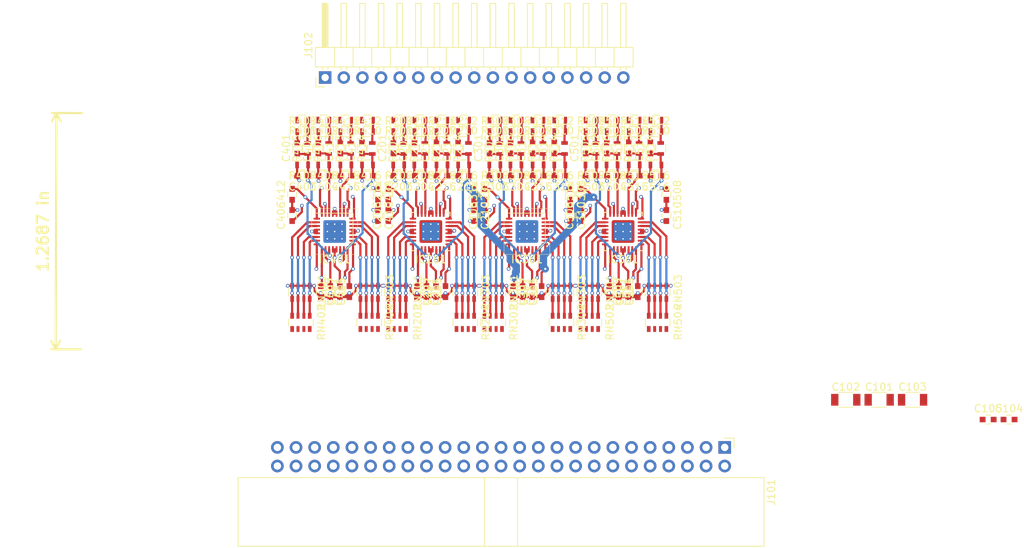
<source format=kicad_pcb>
(kicad_pcb (version 20171130) (host pcbnew 5.0.2-bee76a0~70~ubuntu18.04.1)
  (layers (0 F.Cu signal) (1 2_Ground power) (2 3_Misc mixed) (31 B.Cu signal) (34 B.Paste user) (35 F.Paste user) (36 B.SilkS user) (37 F.SilkS user) (38 B.Mask user) (39 F.Mask user) (44 Edge.Cuts user))
  (net 0 "")
  (net 1 +4V)
  (net 2 GND)
  (net 3 +2V5)
  (net 4 -2V5)
  (net 5 Vref_0-7)
  (net 6 Vref_8-15)
  (net 7 "Net-(C201-Pad1)")
  (net 8 "Net-(C201-Pad2)")
  (net 9 "Net-(C202-Pad2)")
  (net 10 "Net-(C202-Pad1)")
  (net 11 "Net-(C213-Pad2)")
  (net 12 "Net-(C213-Pad1)")
  (net 13 "Net-(C214-Pad2)")
  (net 14 "Net-(C214-Pad1)")
  (net 15 "Net-(C301-Pad1)")
  (net 16 "Net-(C301-Pad2)")
  (net 17 "Net-(C302-Pad1)")
  (net 18 "Net-(C302-Pad2)")
  (net 19 "Net-(C313-Pad1)")
  (net 20 "Net-(C313-Pad2)")
  (net 21 "Net-(C314-Pad1)")
  (net 22 "Net-(C314-Pad2)")
  (net 23 "Net-(C401-Pad1)")
  (net 24 "Net-(C401-Pad2)")
  (net 25 "Net-(C402-Pad1)")
  (net 26 "Net-(C402-Pad2)")
  (net 27 "Net-(C413-Pad1)")
  (net 28 "Net-(C413-Pad2)")
  (net 29 "Net-(C414-Pad1)")
  (net 30 "Net-(C414-Pad2)")
  (net 31 "Net-(C501-Pad2)")
  (net 32 "Net-(C501-Pad1)")
  (net 33 "Net-(C502-Pad2)")
  (net 34 "Net-(C502-Pad1)")
  (net 35 "Net-(C513-Pad2)")
  (net 36 "Net-(C513-Pad1)")
  (net 37 "Net-(C514-Pad1)")
  (net 38 "Net-(C514-Pad2)")
  (net 39 "/Ch 4-7/A-")
  (net 40 "/Ch 4-7/A+")
  (net 41 "/Ch 4-7/B+")
  (net 42 "/Ch 4-7/B-")
  (net 43 "/Ch 4-7/C-")
  (net 44 "/Ch 4-7/C+")
  (net 45 "/Ch 4-7/D+")
  (net 46 "/Ch 4-7/D-")
  (net 47 "/Ch 8-11/D-")
  (net 48 "/Ch 8-11/D+")
  (net 49 "/Ch 8-11/C+")
  (net 50 "/Ch 8-11/C-")
  (net 51 "/Ch 8-11/B-")
  (net 52 "/Ch 8-11/B+")
  (net 53 "/Ch 8-11/A+")
  (net 54 "/Ch 8-11/A-")
  (net 55 "/Ch 0-3/D-")
  (net 56 "/Ch 0-3/D+")
  (net 57 "/Ch 0-3/C+")
  (net 58 "/Ch 0-3/C-")
  (net 59 "/Ch 0-3/B-")
  (net 60 "/Ch 0-3/B+")
  (net 61 "/Ch 0-3/A+")
  (net 62 "/Ch 0-3/A-")
  (net 63 /12-15/A-)
  (net 64 /12-15/A+)
  (net 65 /12-15/B+)
  (net 66 /12-15/B-)
  (net 67 /12-15/C-)
  (net 68 /12-15/C+)
  (net 69 /12-15/D+)
  (net 70 /12-15/D-)
  (net 71 D8-)
  (net 72 D8+)
  (net 73 D9-)
  (net 74 D9+)
  (net 75 D0-)
  (net 76 D0+)
  (net 77 D1-)
  (net 78 D1+)
  (net 79 D10-)
  (net 80 D10+)
  (net 81 D11-)
  (net 82 D11+)
  (net 83 D2-)
  (net 84 D2+)
  (net 85 D3-)
  (net 86 D3+)
  (net 87 D12-)
  (net 88 D12+)
  (net 89 D13-)
  (net 90 D13+)
  (net 91 D4-)
  (net 92 D4+)
  (net 93 D5-)
  (net 94 D5+)
  (net 95 D14-)
  (net 96 D14+)
  (net 97 D15-)
  (net 98 D15+)
  (net 99 D6-)
  (net 100 D6+)
  (net 101 D7-)
  (net 102 D7+)
  (net 103 In0)
  (net 104 In1)
  (net 105 In2)
  (net 106 In3)
  (net 107 In4)
  (net 108 In5)
  (net 109 In6)
  (net 110 In7)
  (net 111 In8)
  (net 112 In9)
  (net 113 In10)
  (net 114 In11)
  (net 115 In12)
  (net 116 In13)
  (net 117 In14)
  (net 118 In15)
  (net 119 "Net-(R201-Pad1)")
  (net 120 "Net-(R202-Pad1)")
  (net 121 "Net-(R209-Pad1)")
  (net 122 "Net-(R210-Pad1)")
  (net 123 "Net-(R301-Pad1)")
  (net 124 "Net-(R302-Pad1)")
  (net 125 "Net-(R309-Pad1)")
  (net 126 "Net-(R310-Pad1)")
  (net 127 "Net-(R401-Pad1)")
  (net 128 "Net-(R402-Pad1)")
  (net 129 "Net-(R409-Pad1)")
  (net 130 "Net-(R410-Pad1)")
  (net 131 "Net-(R501-Pad1)")
  (net 132 "Net-(R502-Pad1)")
  (net 133 "Net-(R509-Pad1)")
  (net 134 "Net-(R510-Pad1)")
  (module Capacitors_SMD.pretty:C_0603 (layer F.Cu) (at 65.75 165.275 90)
    (fp_text reference C206 (at 0 -1.5 90) (layer F.SilkS))
    (fp_text value 10n)
    (pad 2 smd rect (at 0.75 0 90) (size 0.8 0.75) (layers F.Cu F.Paste F.Mask) (net 2 GND))
    (pad 1 smd rect (at -0.75 0 90) (size 0.8 0.75) (layers F.Cu F.Paste F.Mask) (net 5 Vref_0-7))
  )
  (module Capacitors_SMD.pretty:C_0603 (layer F.Cu) (at 65.75 162.375 90)
    (fp_text reference C212 (at 0 -1.5 90) (layer F.SilkS))
    (fp_text value 100n)
    (pad 2 smd rect (at 0.75 0 90) (size 0.8 0.75) (layers F.Cu F.Paste F.Mask) (net 3 +2V5))
    (pad 1 smd rect (at -0.75 0 90) (size 0.8 0.75) (layers F.Cu F.Paste F.Mask) (net 2 GND))
  )
  (module Capacitors_SMD.pretty:C_1206 (layer F.Cu) (at 132.650001 190.405001)
    (fp_text reference C101 (at 0 -1.75) (layer F.SilkS))
    (fp_text value 10uF)
    (pad 1 smd rect (at -1.5 0) (size 1 1.6) (layers F.Cu F.Paste F.Mask) (net 1 +4V))
    (pad 2 smd rect (at 1.5 0) (size 1 1.6) (layers F.Cu F.Paste F.Mask) (net 2 GND))
  )
  (module Capacitors_SMD.pretty:C_1206 (layer F.Cu) (at 128.100001 190.405001)
    (fp_text reference C102 (at 0 -1.75) (layer F.SilkS))
    (fp_text value 10uF)
    (pad 2 smd rect (at 1.5 0) (size 1 1.6) (layers F.Cu F.Paste F.Mask) (net 2 GND))
    (pad 1 smd rect (at -1.5 0) (size 1 1.6) (layers F.Cu F.Paste F.Mask) (net 3 +2V5))
  )
  (module Capacitors_SMD.pretty:C_1206 (layer F.Cu) (at 137.200001 190.405001)
    (fp_text reference C103 (at 0 -1.75) (layer F.SilkS))
    (fp_text value 10uF)
    (pad 1 smd rect (at -1.5 0) (size 1 1.6) (layers F.Cu F.Paste F.Mask) (net 4 -2V5))
    (pad 2 smd rect (at 1.5 0) (size 1 1.6) (layers F.Cu F.Paste F.Mask) (net 2 GND))
  )
  (module Capacitors_SMD.pretty:C_0603 (layer F.Cu) (at 150.350001 193.100001)
    (fp_text reference C104 (at 0 -1.5) (layer F.SilkS))
    (fp_text value 100n)
    (pad 1 smd rect (at -0.75 0) (size 0.8 0.75) (layers F.Cu F.Paste F.Mask) (net 5 Vref_0-7))
    (pad 2 smd rect (at 0.75 0) (size 0.8 0.75) (layers F.Cu F.Paste F.Mask) (net 2 GND))
  )
  (module Capacitors_SMD.pretty:C_0603 (layer F.Cu) (at 147.500001 193.100001)
    (fp_text reference C105 (at 0 -1.5) (layer F.SilkS))
    (fp_text value 100n)
    (pad 2 smd rect (at 0.75 0) (size 0.8 0.75) (layers F.Cu F.Paste F.Mask) (net 2 GND))
    (pad 1 smd rect (at -0.75 0) (size 0.8 0.75) (layers F.Cu F.Paste F.Mask) (net 6 Vref_8-15))
  )
  (module Capacitors_SMD.pretty:C_0603 (layer F.Cu) (at 66.45 156.05 90)
    (fp_text reference C201 (at 0 -1.5 90) (layer F.SilkS))
    (fp_text value 3.3p)
    (pad 1 smd rect (at -0.75 0 90) (size 0.8 0.75) (layers F.Cu F.Paste F.Mask) (net 7 "Net-(C201-Pad1)"))
    (pad 2 smd rect (at 0.75 0 90) (size 0.8 0.75) (layers F.Cu F.Paste F.Mask) (net 8 "Net-(C201-Pad2)"))
  )
  (module Capacitors_SMD.pretty:C_0603 (layer F.Cu) (at 69.325 156.05 90)
    (fp_text reference C202 (at 0 -1.5 90) (layer F.SilkS))
    (fp_text value 3.3p)
    (pad 2 smd rect (at 0.75 0 90) (size 0.8 0.75) (layers F.Cu F.Paste F.Mask) (net 9 "Net-(C202-Pad2)"))
    (pad 1 smd rect (at -0.75 0 90) (size 0.8 0.75) (layers F.Cu F.Paste F.Mask) (net 10 "Net-(C202-Pad1)"))
  )
  (module Capacitors_SMD.pretty:C_0603 (layer F.Cu) (at 67.175 159.85 180)
    (fp_text reference C203 (at 0 -1.5 180) (layer F.SilkS))
    (fp_text value 27p)
    (pad 1 smd rect (at -0.75 0 180) (size 0.8 0.75) (layers F.Cu F.Paste F.Mask) (net 7 "Net-(C201-Pad1)"))
    (pad 2 smd rect (at 0.75 0 180) (size 0.8 0.75) (layers F.Cu F.Paste F.Mask) (net 2 GND))
  )
  (module Capacitors_SMD.pretty:C_0603 (layer F.Cu) (at 70.116666 159.85 180)
    (fp_text reference C204 (at 0 -1.5 180) (layer F.SilkS))
    (fp_text value 27p)
    (pad 1 smd rect (at -0.75 0 180) (size 0.8 0.75) (layers F.Cu F.Paste F.Mask) (net 10 "Net-(C202-Pad1)"))
    (pad 2 smd rect (at 0.75 0 180) (size 0.8 0.75) (layers F.Cu F.Paste F.Mask) (net 2 GND))
  )
  (module Capacitors_SMD.pretty:C_0603 (layer F.Cu) (at 70.95 175.65 270)
    (fp_text reference C205 (at 0 -1.5 270) (layer F.SilkS))
    (fp_text value 10n)
    (pad 2 smd rect (at 0.75 0 270) (size 0.8 0.75) (layers F.Cu F.Paste F.Mask) (net 2 GND))
    (pad 1 smd rect (at -0.75 0 270) (size 0.8 0.75) (layers F.Cu F.Paste F.Mask) (net 5 Vref_0-7))
  )
  (module Capacitors_SMD.pretty:C_0603 (layer F.Cu) (at 69.65 175.65 270)
    (fp_text reference C207 (at 0 -1.5 270) (layer F.SilkS))
    (fp_text value 100n)
    (pad 2 smd rect (at 0.75 0 270) (size 0.8 0.75) (layers F.Cu F.Paste F.Mask) (net 2 GND))
    (pad 1 smd rect (at -0.75 0 270) (size 0.8 0.75) (layers F.Cu F.Paste F.Mask) (net 1 +4V))
  )
  (module Capacitors_SMD.pretty:C_0603 (layer F.Cu) (at 77.45 162.375 270)
    (fp_text reference C208 (at 0 -1.5 270) (layer F.SilkS))
    (fp_text value 100n)
    (pad 1 smd rect (at -0.75 0 270) (size 0.8 0.75) (layers F.Cu F.Paste F.Mask) (net 1 +4V))
    (pad 2 smd rect (at 0.75 0 270) (size 0.8 0.75) (layers F.Cu F.Paste F.Mask) (net 2 GND))
  )
  (module Capacitors_SMD.pretty:C_0603 (layer F.Cu) (at 72.25 175.65 90)
    (fp_text reference C209 (at 0 -1.5 90) (layer F.SilkS))
    (fp_text value 100n)
    (pad 1 smd rect (at -0.75 0 90) (size 0.8 0.75) (layers F.Cu F.Paste F.Mask) (net 2 GND))
    (pad 2 smd rect (at 0.75 0 90) (size 0.8 0.75) (layers F.Cu F.Paste F.Mask) (net 4 -2V5))
  )
  (module Capacitors_SMD.pretty:C_0603 (layer F.Cu) (at 77.45 165.275 270)
    (fp_text reference C210 (at 0 -1.5 270) (layer F.SilkS))
    (fp_text value 100n)
    (pad 2 smd rect (at 0.75 0 270) (size 0.8 0.75) (layers F.Cu F.Paste F.Mask) (net 4 -2V5))
    (pad 1 smd rect (at -0.75 0 270) (size 0.8 0.75) (layers F.Cu F.Paste F.Mask) (net 2 GND))
  )
  (module Capacitors_SMD.pretty:C_0603 (layer F.Cu) (at 73.55 175.65 90)
    (fp_text reference C211 (at 0 -1.5 90) (layer F.SilkS))
    (fp_text value 100n)
    (pad 1 smd rect (at -0.75 0 90) (size 0.8 0.75) (layers F.Cu F.Paste F.Mask) (net 2 GND))
    (pad 2 smd rect (at 0.75 0 90) (size 0.8 0.75) (layers F.Cu F.Paste F.Mask) (net 3 +2V5))
  )
  (module Capacitors_SMD.pretty:C_0603 (layer F.Cu) (at 72.325 156.05 90)
    (fp_text reference C213 (at 0 -1.5 90) (layer F.SilkS))
    (fp_text value 3.3p)
    (pad 2 smd rect (at 0.75 0 90) (size 0.8 0.75) (layers F.Cu F.Paste F.Mask) (net 11 "Net-(C213-Pad2)"))
    (pad 1 smd rect (at -0.75 0 90) (size 0.8 0.75) (layers F.Cu F.Paste F.Mask) (net 12 "Net-(C213-Pad1)"))
  )
  (module Capacitors_SMD.pretty:C_0603 (layer F.Cu) (at 75.275 156.05 90)
    (fp_text reference C214 (at 0 -1.5 90) (layer F.SilkS))
    (fp_text value 3.3p)
    (pad 2 smd rect (at 0.75 0 90) (size 0.8 0.75) (layers F.Cu F.Paste F.Mask) (net 13 "Net-(C214-Pad2)"))
    (pad 1 smd rect (at -0.75 0 90) (size 0.8 0.75) (layers F.Cu F.Paste F.Mask) (net 14 "Net-(C214-Pad1)"))
  )
  (module Capacitors_SMD.pretty:C_0603 (layer F.Cu) (at 73.075 159.85 180)
    (fp_text reference C215 (at 0 -1.5 180) (layer F.SilkS))
    (fp_text value 27p)
    (pad 1 smd rect (at -0.75 0 180) (size 0.8 0.75) (layers F.Cu F.Paste F.Mask) (net 12 "Net-(C213-Pad1)"))
    (pad 2 smd rect (at 0.75 0 180) (size 0.8 0.75) (layers F.Cu F.Paste F.Mask) (net 2 GND))
  )
  (module Capacitors_SMD.pretty:C_0603 (layer F.Cu) (at 76.025 159.85 180)
    (fp_text reference C216 (at 0 -1.5 180) (layer F.SilkS))
    (fp_text value 27p)
    (pad 1 smd rect (at -0.75 0 180) (size 0.8 0.75) (layers F.Cu F.Paste F.Mask) (net 14 "Net-(C214-Pad1)"))
    (pad 2 smd rect (at 0.75 0 180) (size 0.8 0.75) (layers F.Cu F.Paste F.Mask) (net 2 GND))
  )
  (module Capacitors_SMD.pretty:C_0603 (layer F.Cu) (at 79.55 156.05 90)
    (fp_text reference C301 (at 0 -1.5 90) (layer F.SilkS))
    (fp_text value 3.3p)
    (pad 1 smd rect (at -0.75 0 90) (size 0.8 0.75) (layers F.Cu F.Paste F.Mask) (net 15 "Net-(C301-Pad1)"))
    (pad 2 smd rect (at 0.75 0 90) (size 0.8 0.75) (layers F.Cu F.Paste F.Mask) (net 16 "Net-(C301-Pad2)"))
  )
  (module Capacitors_SMD.pretty:C_0603 (layer F.Cu) (at 82.425 156.05 90)
    (fp_text reference C302 (at 0 -1.5 90) (layer F.SilkS))
    (fp_text value 3.3p)
    (pad 1 smd rect (at -0.75 0 90) (size 0.8 0.75) (layers F.Cu F.Paste F.Mask) (net 17 "Net-(C302-Pad1)"))
    (pad 2 smd rect (at 0.75 0 90) (size 0.8 0.75) (layers F.Cu F.Paste F.Mask) (net 18 "Net-(C302-Pad2)"))
  )
  (module Capacitors_SMD.pretty:C_0603 (layer F.Cu) (at 80.275 159.85 180)
    (fp_text reference C303 (at 0 -1.5 180) (layer F.SilkS))
    (fp_text value 27p)
    (pad 1 smd rect (at -0.75 0 180) (size 0.8 0.75) (layers F.Cu F.Paste F.Mask) (net 15 "Net-(C301-Pad1)"))
    (pad 2 smd rect (at 0.75 0 180) (size 0.8 0.75) (layers F.Cu F.Paste F.Mask) (net 2 GND))
  )
  (module Capacitors_SMD.pretty:C_0603 (layer F.Cu) (at 83.216666 159.85 180)
    (fp_text reference C304 (at 0 -1.5 180) (layer F.SilkS))
    (fp_text value 27p)
    (pad 2 smd rect (at 0.75 0 180) (size 0.8 0.75) (layers F.Cu F.Paste F.Mask) (net 2 GND))
    (pad 1 smd rect (at -0.75 0 180) (size 0.8 0.75) (layers F.Cu F.Paste F.Mask) (net 17 "Net-(C302-Pad1)"))
  )
  (module Capacitors_SMD.pretty:C_0603 (layer F.Cu) (at 84.05 175.65 270)
    (fp_text reference C305 (at 0 -1.5 270) (layer F.SilkS))
    (fp_text value 10n)
    (pad 1 smd rect (at -0.75 0 270) (size 0.8 0.75) (layers F.Cu F.Paste F.Mask) (net 6 Vref_8-15))
    (pad 2 smd rect (at 0.75 0 270) (size 0.8 0.75) (layers F.Cu F.Paste F.Mask) (net 2 GND))
  )
  (module Capacitors_SMD.pretty:C_0603 (layer F.Cu) (at 78.85 165.275 90)
    (fp_text reference C306 (at 0 -1.5 90) (layer F.SilkS))
    (fp_text value 10n)
    (pad 2 smd rect (at 0.75 0 90) (size 0.8 0.75) (layers F.Cu F.Paste F.Mask) (net 2 GND))
    (pad 1 smd rect (at -0.75 0 90) (size 0.8 0.75) (layers F.Cu F.Paste F.Mask) (net 6 Vref_8-15))
  )
  (module Capacitors_SMD.pretty:C_0603 (layer F.Cu) (at 82.75 175.65 270)
    (fp_text reference C307 (at 0 -1.5 270) (layer F.SilkS))
    (fp_text value 100n)
    (pad 1 smd rect (at -0.75 0 270) (size 0.8 0.75) (layers F.Cu F.Paste F.Mask) (net 1 +4V))
    (pad 2 smd rect (at 0.75 0 270) (size 0.8 0.75) (layers F.Cu F.Paste F.Mask) (net 2 GND))
  )
  (module Capacitors_SMD.pretty:C_0603 (layer F.Cu) (at 90.55 162.375 270)
    (fp_text reference C308 (at 0 -1.5 270) (layer F.SilkS))
    (fp_text value 100n)
    (pad 2 smd rect (at 0.75 0 270) (size 0.8 0.75) (layers F.Cu F.Paste F.Mask) (net 2 GND))
    (pad 1 smd rect (at -0.75 0 270) (size 0.8 0.75) (layers F.Cu F.Paste F.Mask) (net 1 +4V))
  )
  (module Capacitors_SMD.pretty:C_0603 (layer F.Cu) (at 85.35 175.65 90)
    (fp_text reference C309 (at 0 -1.5 90) (layer F.SilkS))
    (fp_text value 100n)
    (pad 2 smd rect (at 0.75 0 90) (size 0.8 0.75) (layers F.Cu F.Paste F.Mask) (net 4 -2V5))
    (pad 1 smd rect (at -0.75 0 90) (size 0.8 0.75) (layers F.Cu F.Paste F.Mask) (net 2 GND))
  )
  (module Capacitors_SMD.pretty:C_0603 (layer F.Cu) (at 90.55 165.275 270)
    (fp_text reference C310 (at 0 -1.5 270) (layer F.SilkS))
    (fp_text value 100n)
    (pad 1 smd rect (at -0.75 0 270) (size 0.8 0.75) (layers F.Cu F.Paste F.Mask) (net 2 GND))
    (pad 2 smd rect (at 0.75 0 270) (size 0.8 0.75) (layers F.Cu F.Paste F.Mask) (net 4 -2V5))
  )
  (module Capacitors_SMD.pretty:C_0603 (layer F.Cu) (at 86.65 175.65 90)
    (fp_text reference C311 (at 0 -1.5 90) (layer F.SilkS))
    (fp_text value 100n)
    (pad 2 smd rect (at 0.75 0 90) (size 0.8 0.75) (layers F.Cu F.Paste F.Mask) (net 3 +2V5))
    (pad 1 smd rect (at -0.75 0 90) (size 0.8 0.75) (layers F.Cu F.Paste F.Mask) (net 2 GND))
  )
  (module Capacitors_SMD.pretty:C_0603 (layer F.Cu) (at 78.85 162.375 90)
    (fp_text reference C312 (at 0 -1.5 90) (layer F.SilkS))
    (fp_text value 100n)
    (pad 1 smd rect (at -0.75 0 90) (size 0.8 0.75) (layers F.Cu F.Paste F.Mask) (net 2 GND))
    (pad 2 smd rect (at 0.75 0 90) (size 0.8 0.75) (layers F.Cu F.Paste F.Mask) (net 3 +2V5))
  )
  (module Capacitors_SMD.pretty:C_0603 (layer F.Cu) (at 85.425 156.05 90)
    (fp_text reference C313 (at 0 -1.5 90) (layer F.SilkS))
    (fp_text value 3.3p)
    (pad 1 smd rect (at -0.75 0 90) (size 0.8 0.75) (layers F.Cu F.Paste F.Mask) (net 19 "Net-(C313-Pad1)"))
    (pad 2 smd rect (at 0.75 0 90) (size 0.8 0.75) (layers F.Cu F.Paste F.Mask) (net 20 "Net-(C313-Pad2)"))
  )
  (module Capacitors_SMD.pretty:C_0603 (layer F.Cu) (at 88.375 156.05 90)
    (fp_text reference C314 (at 0 -1.5 90) (layer F.SilkS))
    (fp_text value 3.3p)
    (pad 1 smd rect (at -0.75 0 90) (size 0.8 0.75) (layers F.Cu F.Paste F.Mask) (net 21 "Net-(C314-Pad1)"))
    (pad 2 smd rect (at 0.75 0 90) (size 0.8 0.75) (layers F.Cu F.Paste F.Mask) (net 22 "Net-(C314-Pad2)"))
  )
  (module Capacitors_SMD.pretty:C_0603 (layer F.Cu) (at 86.175 159.85 180)
    (fp_text reference C315 (at 0 -1.5 180) (layer F.SilkS))
    (fp_text value 27p)
    (pad 2 smd rect (at 0.75 0 180) (size 0.8 0.75) (layers F.Cu F.Paste F.Mask) (net 2 GND))
    (pad 1 smd rect (at -0.75 0 180) (size 0.8 0.75) (layers F.Cu F.Paste F.Mask) (net 19 "Net-(C313-Pad1)"))
  )
  (module Capacitors_SMD.pretty:C_0603 (layer F.Cu) (at 89.125 159.85 180)
    (fp_text reference C316 (at 0 -1.5 180) (layer F.SilkS))
    (fp_text value 27p)
    (pad 2 smd rect (at 0.75 0 180) (size 0.8 0.75) (layers F.Cu F.Paste F.Mask) (net 2 GND))
    (pad 1 smd rect (at -0.75 0 180) (size 0.8 0.75) (layers F.Cu F.Paste F.Mask) (net 21 "Net-(C314-Pad1)"))
  )
  (module Capacitors_SMD.pretty:C_0603 (layer F.Cu) (at 53.35 156.05 90)
    (fp_text reference C401 (at 0 -1.5 90) (layer F.SilkS))
    (fp_text value 3.3p)
    (pad 1 smd rect (at -0.75 0 90) (size 0.8 0.75) (layers F.Cu F.Paste F.Mask) (net 23 "Net-(C401-Pad1)"))
    (pad 2 smd rect (at 0.75 0 90) (size 0.8 0.75) (layers F.Cu F.Paste F.Mask) (net 24 "Net-(C401-Pad2)"))
  )
  (module Capacitors_SMD.pretty:C_0603 (layer F.Cu) (at 56.225 156.05 90)
    (fp_text reference C402 (at 0 -1.5 90) (layer F.SilkS))
    (fp_text value 3.3p)
    (pad 1 smd rect (at -0.75 0 90) (size 0.8 0.75) (layers F.Cu F.Paste F.Mask) (net 25 "Net-(C402-Pad1)"))
    (pad 2 smd rect (at 0.75 0 90) (size 0.8 0.75) (layers F.Cu F.Paste F.Mask) (net 26 "Net-(C402-Pad2)"))
  )
  (module Capacitors_SMD.pretty:C_0603 (layer F.Cu) (at 54.075 159.85 180)
    (fp_text reference C403 (at 0 -1.5 180) (layer F.SilkS))
    (fp_text value 27p)
    (pad 2 smd rect (at 0.75 0 180) (size 0.8 0.75) (layers F.Cu F.Paste F.Mask) (net 2 GND))
    (pad 1 smd rect (at -0.75 0 180) (size 0.8 0.75) (layers F.Cu F.Paste F.Mask) (net 23 "Net-(C401-Pad1)"))
  )
  (module Capacitors_SMD.pretty:C_0603 (layer F.Cu) (at 57.016666 159.85 180)
    (fp_text reference C404 (at 0 -1.5 180) (layer F.SilkS))
    (fp_text value 27p)
    (pad 2 smd rect (at 0.75 0 180) (size 0.8 0.75) (layers F.Cu F.Paste F.Mask) (net 2 GND))
    (pad 1 smd rect (at -0.75 0 180) (size 0.8 0.75) (layers F.Cu F.Paste F.Mask) (net 25 "Net-(C402-Pad1)"))
  )
  (module Capacitors_SMD.pretty:C_0603 (layer F.Cu) (at 57.85 175.65 270)
    (fp_text reference C405 (at 0 -1.5 270) (layer F.SilkS))
    (fp_text value 10n)
    (pad 2 smd rect (at 0.75 0 270) (size 0.8 0.75) (layers F.Cu F.Paste F.Mask) (net 2 GND))
    (pad 1 smd rect (at -0.75 0 270) (size 0.8 0.75) (layers F.Cu F.Paste F.Mask) (net 5 Vref_0-7))
  )
  (module Capacitors_SMD.pretty:C_0603 (layer F.Cu) (at 52.65 165.275 90)
    (fp_text reference C406 (at 0 -1.5 90) (layer F.SilkS))
    (fp_text value 10n)
    (pad 2 smd rect (at 0.75 0 90) (size 0.8 0.75) (layers F.Cu F.Paste F.Mask) (net 2 GND))
    (pad 1 smd rect (at -0.75 0 90) (size 0.8 0.75) (layers F.Cu F.Paste F.Mask) (net 5 Vref_0-7))
  )
  (module Capacitors_SMD.pretty:C_0603 (layer F.Cu) (at 56.55 175.65 270)
    (fp_text reference C407 (at 0 -1.5 270) (layer F.SilkS))
    (fp_text value 100n)
    (pad 2 smd rect (at 0.75 0 270) (size 0.8 0.75) (layers F.Cu F.Paste F.Mask) (net 2 GND))
    (pad 1 smd rect (at -0.75 0 270) (size 0.8 0.75) (layers F.Cu F.Paste F.Mask) (net 1 +4V))
  )
  (module Capacitors_SMD.pretty:C_0603 (layer F.Cu) (at 64.35 162.375 270)
    (fp_text reference C408 (at 0 -1.5 270) (layer F.SilkS))
    (fp_text value 100n)
    (pad 2 smd rect (at 0.75 0 270) (size 0.8 0.75) (layers F.Cu F.Paste F.Mask) (net 2 GND))
    (pad 1 smd rect (at -0.75 0 270) (size 0.8 0.75) (layers F.Cu F.Paste F.Mask) (net 1 +4V))
  )
  (module Capacitors_SMD.pretty:C_0603 (layer F.Cu) (at 59.15 175.65 90)
    (fp_text reference C409 (at 0 -1.5 90) (layer F.SilkS))
    (fp_text value 100n)
    (pad 1 smd rect (at -0.75 0 90) (size 0.8 0.75) (layers F.Cu F.Paste F.Mask) (net 2 GND))
    (pad 2 smd rect (at 0.75 0 90) (size 0.8 0.75) (layers F.Cu F.Paste F.Mask) (net 4 -2V5))
  )
  (module Capacitors_SMD.pretty:C_0603 (layer F.Cu) (at 64.35 165.275 270)
    (fp_text reference C410 (at 0 -1.5 270) (layer F.SilkS))
    (fp_text value 100n)
    (pad 1 smd rect (at -0.75 0 270) (size 0.8 0.75) (layers F.Cu F.Paste F.Mask) (net 2 GND))
    (pad 2 smd rect (at 0.75 0 270) (size 0.8 0.75) (layers F.Cu F.Paste F.Mask) (net 4 -2V5))
  )
  (module Capacitors_SMD.pretty:C_0603 (layer F.Cu) (at 60.45 175.65 90)
    (fp_text reference C411 (at 0 -1.5 90) (layer F.SilkS))
    (fp_text value 100n)
    (pad 1 smd rect (at -0.75 0 90) (size 0.8 0.75) (layers F.Cu F.Paste F.Mask) (net 2 GND))
    (pad 2 smd rect (at 0.75 0 90) (size 0.8 0.75) (layers F.Cu F.Paste F.Mask) (net 3 +2V5))
  )
  (module Capacitors_SMD.pretty:C_0603 (layer F.Cu) (at 52.65 162.375 90)
    (fp_text reference C412 (at 0 -1.5 90) (layer F.SilkS))
    (fp_text value 100n)
    (pad 1 smd rect (at -0.75 0 90) (size 0.8 0.75) (layers F.Cu F.Paste F.Mask) (net 2 GND))
    (pad 2 smd rect (at 0.75 0 90) (size 0.8 0.75) (layers F.Cu F.Paste F.Mask) (net 3 +2V5))
  )
  (module Capacitors_SMD.pretty:C_0603 (layer F.Cu) (at 59.225 156.05 90)
    (fp_text reference C413 (at 0 -1.5 90) (layer F.SilkS))
    (fp_text value 3.3p)
    (pad 1 smd rect (at -0.75 0 90) (size 0.8 0.75) (layers F.Cu F.Paste F.Mask) (net 27 "Net-(C413-Pad1)"))
    (pad 2 smd rect (at 0.75 0 90) (size 0.8 0.75) (layers F.Cu F.Paste F.Mask) (net 28 "Net-(C413-Pad2)"))
  )
  (module Capacitors_SMD.pretty:C_0603 (layer F.Cu) (at 62.175 156.05 90)
    (fp_text reference C414 (at 0 -1.5 90) (layer F.SilkS))
    (fp_text value 3.3p)
    (pad 1 smd rect (at -0.75 0 90) (size 0.8 0.75) (layers F.Cu F.Paste F.Mask) (net 29 "Net-(C414-Pad1)"))
    (pad 2 smd rect (at 0.75 0 90) (size 0.8 0.75) (layers F.Cu F.Paste F.Mask) (net 30 "Net-(C414-Pad2)"))
  )
  (module Capacitors_SMD.pretty:C_0603 (layer F.Cu) (at 59.975 159.85 180)
    (fp_text reference C415 (at 0 -1.5 180) (layer F.SilkS))
    (fp_text value 27p)
    (pad 2 smd rect (at 0.75 0 180) (size 0.8 0.75) (layers F.Cu F.Paste F.Mask) (net 2 GND))
    (pad 1 smd rect (at -0.75 0 180) (size 0.8 0.75) (layers F.Cu F.Paste F.Mask) (net 27 "Net-(C413-Pad1)"))
  )
  (module Capacitors_SMD.pretty:C_0603 (layer F.Cu) (at 62.925 159.85 180)
    (fp_text reference C416 (at 0 -1.5 180) (layer F.SilkS))
    (fp_text value 27p)
    (pad 2 smd rect (at 0.75 0 180) (size 0.8 0.75) (layers F.Cu F.Paste F.Mask) (net 2 GND))
    (pad 1 smd rect (at -0.75 0 180) (size 0.8 0.75) (layers F.Cu F.Paste F.Mask) (net 29 "Net-(C414-Pad1)"))
  )
  (module Capacitors_SMD.pretty:C_0603 (layer F.Cu) (at 92.65 156.05 90)
    (fp_text reference C501 (at 0 -1.5 90) (layer F.SilkS))
    (fp_text value 3.3p)
    (pad 2 smd rect (at 0.75 0 90) (size 0.8 0.75) (layers F.Cu F.Paste F.Mask) (net 31 "Net-(C501-Pad2)"))
    (pad 1 smd rect (at -0.75 0 90) (size 0.8 0.75) (layers F.Cu F.Paste F.Mask) (net 32 "Net-(C501-Pad1)"))
  )
  (module Capacitors_SMD.pretty:C_0603 (layer F.Cu) (at 95.525 156.05 90)
    (fp_text reference C502 (at 0 -1.5 90) (layer F.SilkS))
    (fp_text value 3.3p)
    (pad 2 smd rect (at 0.75 0 90) (size 0.8 0.75) (layers F.Cu F.Paste F.Mask) (net 33 "Net-(C502-Pad2)"))
    (pad 1 smd rect (at -0.75 0 90) (size 0.8 0.75) (layers F.Cu F.Paste F.Mask) (net 34 "Net-(C502-Pad1)"))
  )
  (module Capacitors_SMD.pretty:C_0603 (layer F.Cu) (at 93.375 159.85 180)
    (fp_text reference C503 (at 0 -1.5 180) (layer F.SilkS))
    (fp_text value 27p)
    (pad 2 smd rect (at 0.75 0 180) (size 0.8 0.75) (layers F.Cu F.Paste F.Mask) (net 2 GND))
    (pad 1 smd rect (at -0.75 0 180) (size 0.8 0.75) (layers F.Cu F.Paste F.Mask) (net 32 "Net-(C501-Pad1)"))
  )
  (module Capacitors_SMD.pretty:C_0603 (layer F.Cu) (at 96.316666 159.85 180)
    (fp_text reference C504 (at 0 -1.5 180) (layer F.SilkS))
    (fp_text value 27p)
    (pad 1 smd rect (at -0.75 0 180) (size 0.8 0.75) (layers F.Cu F.Paste F.Mask) (net 34 "Net-(C502-Pad1)"))
    (pad 2 smd rect (at 0.75 0 180) (size 0.8 0.75) (layers F.Cu F.Paste F.Mask) (net 2 GND))
  )
  (module Capacitors_SMD.pretty:C_0603 (layer F.Cu) (at 97.15 175.65 270)
    (fp_text reference C505 (at 0 -1.5 270) (layer F.SilkS))
    (fp_text value 10n)
    (pad 2 smd rect (at 0.75 0 270) (size 0.8 0.75) (layers F.Cu F.Paste F.Mask) (net 2 GND))
    (pad 1 smd rect (at -0.75 0 270) (size 0.8 0.75) (layers F.Cu F.Paste F.Mask) (net 6 Vref_8-15))
  )
  (module Capacitors_SMD.pretty:C_0603 (layer F.Cu) (at 91.95 165.275 90)
    (fp_text reference C506 (at 0 -1.5 90) (layer F.SilkS))
    (fp_text value 10n)
    (pad 1 smd rect (at -0.75 0 90) (size 0.8 0.75) (layers F.Cu F.Paste F.Mask) (net 6 Vref_8-15))
    (pad 2 smd rect (at 0.75 0 90) (size 0.8 0.75) (layers F.Cu F.Paste F.Mask) (net 2 GND))
  )
  (module Capacitors_SMD.pretty:C_0603 (layer F.Cu) (at 95.85 175.65 270)
    (fp_text reference C507 (at 0 -1.5 270) (layer F.SilkS))
    (fp_text value 100n)
    (pad 2 smd rect (at 0.75 0 270) (size 0.8 0.75) (layers F.Cu F.Paste F.Mask) (net 2 GND))
    (pad 1 smd rect (at -0.75 0 270) (size 0.8 0.75) (layers F.Cu F.Paste F.Mask) (net 1 +4V))
  )
  (module Capacitors_SMD.pretty:C_0603 (layer F.Cu) (at 103.65 162.375 270)
    (fp_text reference C508 (at 0 -1.5 270) (layer F.SilkS))
    (fp_text value 100n)
    (pad 1 smd rect (at -0.75 0 270) (size 0.8 0.75) (layers F.Cu F.Paste F.Mask) (net 1 +4V))
    (pad 2 smd rect (at 0.75 0 270) (size 0.8 0.75) (layers F.Cu F.Paste F.Mask) (net 2 GND))
  )
  (module Capacitors_SMD.pretty:C_0603 (layer F.Cu) (at 98.45 175.65 90)
    (fp_text reference C509 (at 0 -1.5 90) (layer F.SilkS))
    (fp_text value 100n)
    (pad 1 smd rect (at -0.75 0 90) (size 0.8 0.75) (layers F.Cu F.Paste F.Mask) (net 2 GND))
    (pad 2 smd rect (at 0.75 0 90) (size 0.8 0.75) (layers F.Cu F.Paste F.Mask) (net 4 -2V5))
  )
  (module Capacitors_SMD.pretty:C_0603 (layer F.Cu) (at 103.65 165.275 270)
    (fp_text reference C510 (at 0 -1.5 270) (layer F.SilkS))
    (fp_text value 100n)
    (pad 2 smd rect (at 0.75 0 270) (size 0.8 0.75) (layers F.Cu F.Paste F.Mask) (net 4 -2V5))
    (pad 1 smd rect (at -0.75 0 270) (size 0.8 0.75) (layers F.Cu F.Paste F.Mask) (net 2 GND))
  )
  (module Capacitors_SMD.pretty:C_0603 (layer F.Cu) (at 99.75 175.65 90)
    (fp_text reference C511 (at 0 -1.5 90) (layer F.SilkS))
    (fp_text value 100n)
    (pad 1 smd rect (at -0.75 0 90) (size 0.8 0.75) (layers F.Cu F.Paste F.Mask) (net 2 GND))
    (pad 2 smd rect (at 0.75 0 90) (size 0.8 0.75) (layers F.Cu F.Paste F.Mask) (net 3 +2V5))
  )
  (module Capacitors_SMD.pretty:C_0603 (layer F.Cu) (at 91.95 162.375 90)
    (fp_text reference C512 (at 0 -1.5 90) (layer F.SilkS))
    (fp_text value 100n)
    (pad 2 smd rect (at 0.75 0 90) (size 0.8 0.75) (layers F.Cu F.Paste F.Mask) (net 3 +2V5))
    (pad 1 smd rect (at -0.75 0 90) (size 0.8 0.75) (layers F.Cu F.Paste F.Mask) (net 2 GND))
  )
  (module Capacitors_SMD.pretty:C_0603 (layer F.Cu) (at 98.525 156.05 90)
    (fp_text reference C513 (at 0 -1.5 90) (layer F.SilkS))
    (fp_text value 3.3p)
    (pad 2 smd rect (at 0.75 0 90) (size 0.8 0.75) (layers F.Cu F.Paste F.Mask) (net 35 "Net-(C513-Pad2)"))
    (pad 1 smd rect (at -0.75 0 90) (size 0.8 0.75) (layers F.Cu F.Paste F.Mask) (net 36 "Net-(C513-Pad1)"))
  )
  (module Capacitors_SMD.pretty:C_0603 (layer F.Cu) (at 101.475 156.05 90)
    (fp_text reference C514 (at 0 -1.5 90) (layer F.SilkS))
    (fp_text value 3.3p)
    (pad 1 smd rect (at -0.75 0 90) (size 0.8 0.75) (layers F.Cu F.Paste F.Mask) (net 37 "Net-(C514-Pad1)"))
    (pad 2 smd rect (at 0.75 0 90) (size 0.8 0.75) (layers F.Cu F.Paste F.Mask) (net 38 "Net-(C514-Pad2)"))
  )
  (module Capacitors_SMD.pretty:C_0603 (layer F.Cu) (at 99.275 159.85 180)
    (fp_text reference C515 (at 0 -1.5 180) (layer F.SilkS))
    (fp_text value 27p)
    (pad 1 smd rect (at -0.75 0 180) (size 0.8 0.75) (layers F.Cu F.Paste F.Mask) (net 36 "Net-(C513-Pad1)"))
    (pad 2 smd rect (at 0.75 0 180) (size 0.8 0.75) (layers F.Cu F.Paste F.Mask) (net 2 GND))
  )
  (module Capacitors_SMD.pretty:C_0603 (layer F.Cu) (at 102.225 159.85 180)
    (fp_text reference C516 (at 0 -1.5 180) (layer F.SilkS))
    (fp_text value 27p)
    (pad 2 smd rect (at 0.75 0 180) (size 0.8 0.75) (layers F.Cu F.Paste F.Mask) (net 2 GND))
    (pad 1 smd rect (at -0.75 0 180) (size 0.8 0.75) (layers F.Cu F.Paste F.Mask) (net 37 "Net-(C514-Pad1)"))
  )
  (module Package_DFN_QFN:QFN-32-1EP_5x5mm_P0.5mm_EP3.1x3.1mm_ThermalVias (layer F.Cu) (at 71.55 167.45 180)
    (fp_text reference IC201 (at 0 -3.82 180) (layer F.SilkS))
    (fp_text value lmh7324)
    (pad 33 smd roundrect (at 0 0 180) (size 3.1 3.1) (layers F.Cu F.Mask) (roundrect_rratio 0.08064499999999999) (net 2 GND))
    (pad 33 thru_hole circle (at -1 -1 180) (size 0.5 0.5) (drill 0.2) (layers *.Cu) (net 2 GND))
    (pad 33 thru_hole circle (at 0 -1 180) (size 0.5 0.5) (drill 0.2) (layers *.Cu) (net 2 GND))
    (pad 33 thru_hole circle (at 1 -1 180) (size 0.5 0.5) (drill 0.2) (layers *.Cu) (net 2 GND))
    (pad 33 thru_hole circle (at -1 0 180) (size 0.5 0.5) (drill 0.2) (layers *.Cu) (net 2 GND))
    (pad 33 thru_hole circle (at 0 0 180) (size 0.5 0.5) (drill 0.2) (layers *.Cu) (net 2 GND))
    (pad 33 thru_hole circle (at 1 0 180) (size 0.5 0.5) (drill 0.2) (layers *.Cu) (net 2 GND))
    (pad 33 thru_hole circle (at -1 1 180) (size 0.5 0.5) (drill 0.2) (layers *.Cu) (net 2 GND))
    (pad 33 thru_hole circle (at 0 1 180) (size 0.5 0.5) (drill 0.2) (layers *.Cu) (net 2 GND))
    (pad 33 thru_hole circle (at 1 1 180) (size 0.5 0.5) (drill 0.2) (layers *.Cu) (net 2 GND))
    (pad 33 smd roundrect (at 0 0 180) (size 2.5 2.5) (layers B.Cu) (roundrect_rratio 0.1) (net 2 GND))
    (pad 1 smd roundrect (at -2.4375 -1.75 180) (size 0.875 0.25) (layers F.Cu F.Paste F.Mask) (net 3 +2V5))
    (pad 2 smd roundrect (at -2.4375 -1.25 180) (size 0.875 0.25) (layers F.Cu F.Paste F.Mask) (net 46 "/Ch 4-7/D-"))
    (pad 3 smd roundrect (at -2.4375 -0.75 180) (size 0.875 0.25) (layers F.Cu F.Paste F.Mask) (net 45 "/Ch 4-7/D+"))
    (pad 4 smd roundrect (at -2.4375 -0.25 180) (size 0.875 0.25) (layers F.Cu F.Paste F.Mask) (net 4 -2V5))
    (pad 5 smd roundrect (at -2.4375 0.25 180) (size 0.875 0.25) (layers F.Cu F.Paste F.Mask) (net 4 -2V5))
    (pad 6 smd roundrect (at -2.4375 0.75 180) (size 0.875 0.25) (layers F.Cu F.Paste F.Mask) (net 44 "/Ch 4-7/C+"))
    (pad 7 smd roundrect (at -2.4375 1.25 180) (size 0.875 0.25) (layers F.Cu F.Paste F.Mask) (net 43 "/Ch 4-7/C-"))
    (pad 8 smd roundrect (at -2.4375 1.75 180) (size 0.875 0.25) (layers F.Cu F.Paste F.Mask) (net 3 +2V5))
    (pad 9 smd roundrect (at -1.75 2.4375 180) (size 0.25 0.875) (layers F.Cu F.Paste F.Mask) (net 1 +4V))
    (pad 10 smd roundrect (at -1.25 2.4375 180) (size 0.25 0.875) (layers F.Cu F.Paste F.Mask) (net 5 Vref_0-7))
    (pad 11 smd roundrect (at -0.75 2.4375 180) (size 0.25 0.875) (layers F.Cu F.Paste F.Mask) (net 12 "Net-(C213-Pad1)"))
    (pad 12 smd roundrect (at -0.25 2.4375 180) (size 0.25 0.875) (layers F.Cu F.Paste F.Mask) (net 4 -2V5))
    (pad 13 smd roundrect (at 0.25 2.4375 180) (size 0.25 0.875) (layers F.Cu F.Paste F.Mask) (net 4 -2V5))
    (pad 14 smd roundrect (at 0.75 2.4375 180) (size 0.25 0.875) (layers F.Cu F.Paste F.Mask) (net 10 "Net-(C202-Pad1)"))
    (pad 15 smd roundrect (at 1.25 2.4375 180) (size 0.25 0.875) (layers F.Cu F.Paste F.Mask) (net 5 Vref_0-7))
    (pad 16 smd roundrect (at 1.75 2.4375 180) (size 0.25 0.875) (layers F.Cu F.Paste F.Mask) (net 1 +4V))
    (pad 17 smd roundrect (at 2.4375 1.75 180) (size 0.875 0.25) (layers F.Cu F.Paste F.Mask) (net 3 +2V5))
    (pad 18 smd roundrect (at 2.4375 1.25 180) (size 0.875 0.25) (layers F.Cu F.Paste F.Mask) (net 42 "/Ch 4-7/B-"))
    (pad 19 smd roundrect (at 2.4375 0.75 180) (size 0.875 0.25) (layers F.Cu F.Paste F.Mask) (net 41 "/Ch 4-7/B+"))
    (pad 20 smd roundrect (at 2.4375 0.25 180) (size 0.875 0.25) (layers F.Cu F.Paste F.Mask) (net 4 -2V5))
    (pad 21 smd roundrect (at 2.4375 -0.25 180) (size 0.875 0.25) (layers F.Cu F.Paste F.Mask) (net 4 -2V5))
    (pad 22 smd roundrect (at 2.4375 -0.75 180) (size 0.875 0.25) (layers F.Cu F.Paste F.Mask) (net 40 "/Ch 4-7/A+"))
    (pad 23 smd roundrect (at 2.4375 -1.25 180) (size 0.875 0.25) (layers F.Cu F.Paste F.Mask) (net 39 "/Ch 4-7/A-"))
    (pad 24 smd roundrect (at 2.4375 -1.75 180) (size 0.875 0.25) (layers F.Cu F.Paste F.Mask) (net 3 +2V5))
    (pad 25 smd roundrect (at 1.75 -2.4375 180) (size 0.25 0.875) (layers F.Cu F.Paste F.Mask) (net 1 +4V))
    (pad 26 smd roundrect (at 1.25 -2.4375 180) (size 0.25 0.875) (layers F.Cu F.Paste F.Mask) (net 5 Vref_0-7))
    (pad 27 smd roundrect (at 0.75 -2.4375 180) (size 0.25 0.875) (layers F.Cu F.Paste F.Mask) (net 7 "Net-(C201-Pad1)"))
    (pad 28 smd roundrect (at 0.25 -2.4375 180) (size 0.25 0.875) (layers F.Cu F.Paste F.Mask) (net 4 -2V5))
    (pad 29 smd roundrect (at -0.25 -2.4375 180) (size 0.25 0.875) (layers F.Cu F.Paste F.Mask) (net 4 -2V5))
    (pad 30 smd roundrect (at -0.75 -2.4375 180) (size 0.25 0.875) (layers F.Cu F.Paste F.Mask) (net 14 "Net-(C214-Pad1)"))
    (pad 31 smd roundrect (at -1.25 -2.4375 180) (size 0.25 0.875) (layers F.Cu F.Paste F.Mask) (net 5 Vref_0-7))
    (pad 32 smd roundrect (at -1.75 -2.4375 180) (size 0.25 0.875) (layers F.Cu F.Paste F.Mask) (net 1 +4V))
  )
  (module Package_DFN_QFN:QFN-32-1EP_5x5mm_P0.5mm_EP3.1x3.1mm_ThermalVias (layer F.Cu) (at 84.65 167.45 180)
    (fp_text reference IC301 (at 0 -3.82 180) (layer F.SilkS))
    (fp_text value lmh7324)
    (pad 32 smd roundrect (at -1.75 -2.4375 180) (size 0.25 0.875) (layers F.Cu F.Paste F.Mask) (net 1 +4V))
    (pad 31 smd roundrect (at -1.25 -2.4375 180) (size 0.25 0.875) (layers F.Cu F.Paste F.Mask) (net 6 Vref_8-15))
    (pad 30 smd roundrect (at -0.75 -2.4375 180) (size 0.25 0.875) (layers F.Cu F.Paste F.Mask) (net 21 "Net-(C314-Pad1)"))
    (pad 29 smd roundrect (at -0.25 -2.4375 180) (size 0.25 0.875) (layers F.Cu F.Paste F.Mask) (net 4 -2V5))
    (pad 28 smd roundrect (at 0.25 -2.4375 180) (size 0.25 0.875) (layers F.Cu F.Paste F.Mask) (net 4 -2V5))
    (pad 27 smd roundrect (at 0.75 -2.4375 180) (size 0.25 0.875) (layers F.Cu F.Paste F.Mask) (net 15 "Net-(C301-Pad1)"))
    (pad 26 smd roundrect (at 1.25 -2.4375 180) (size 0.25 0.875) (layers F.Cu F.Paste F.Mask) (net 6 Vref_8-15))
    (pad 25 smd roundrect (at 1.75 -2.4375 180) (size 0.25 0.875) (layers F.Cu F.Paste F.Mask) (net 1 +4V))
    (pad 24 smd roundrect (at 2.4375 -1.75 180) (size 0.875 0.25) (layers F.Cu F.Paste F.Mask) (net 3 +2V5))
    (pad 23 smd roundrect (at 2.4375 -1.25 180) (size 0.875 0.25) (layers F.Cu F.Paste F.Mask) (net 54 "/Ch 8-11/A-"))
    (pad 22 smd roundrect (at 2.4375 -0.75 180) (size 0.875 0.25) (layers F.Cu F.Paste F.Mask) (net 53 "/Ch 8-11/A+"))
    (pad 21 smd roundrect (at 2.4375 -0.25 180) (size 0.875 0.25) (layers F.Cu F.Paste F.Mask) (net 4 -2V5))
    (pad 20 smd roundrect (at 2.4375 0.25 180) (size 0.875 0.25) (layers F.Cu F.Paste F.Mask) (net 4 -2V5))
    (pad 19 smd roundrect (at 2.4375 0.75 180) (size 0.875 0.25) (layers F.Cu F.Paste F.Mask) (net 52 "/Ch 8-11/B+"))
    (pad 18 smd roundrect (at 2.4375 1.25 180) (size 0.875 0.25) (layers F.Cu F.Paste F.Mask) (net 51 "/Ch 8-11/B-"))
    (pad 17 smd roundrect (at 2.4375 1.75 180) (size 0.875 0.25) (layers F.Cu F.Paste F.Mask) (net 3 +2V5))
    (pad 16 smd roundrect (at 1.75 2.4375 180) (size 0.25 0.875) (layers F.Cu F.Paste F.Mask) (net 1 +4V))
    (pad 15 smd roundrect (at 1.25 2.4375 180) (size 0.25 0.875) (layers F.Cu F.Paste F.Mask) (net 6 Vref_8-15))
    (pad 14 smd roundrect (at 0.75 2.4375 180) (size 0.25 0.875) (layers F.Cu F.Paste F.Mask) (net 17 "Net-(C302-Pad1)"))
    (pad 13 smd roundrect (at 0.25 2.4375 180) (size 0.25 0.875) (layers F.Cu F.Paste F.Mask) (net 4 -2V5))
    (pad 12 smd roundrect (at -0.25 2.4375 180) (size 0.25 0.875) (layers F.Cu F.Paste F.Mask) (net 4 -2V5))
    (pad 11 smd roundrect (at -0.75 2.4375 180) (size 0.25 0.875) (layers F.Cu F.Paste F.Mask) (net 19 "Net-(C313-Pad1)"))
    (pad 10 smd roundrect (at -1.25 2.4375 180) (size 0.25 0.875) (layers F.Cu F.Paste F.Mask) (net 6 Vref_8-15))
    (pad 9 smd roundrect (at -1.75 2.4375 180) (size 0.25 0.875) (layers F.Cu F.Paste F.Mask) (net 1 +4V))
    (pad 8 smd roundrect (at -2.4375 1.75 180) (size 0.875 0.25) (layers F.Cu F.Paste F.Mask) (net 3 +2V5))
    (pad 7 smd roundrect (at -2.4375 1.25 180) (size 0.875 0.25) (layers F.Cu F.Paste F.Mask) (net 50 "/Ch 8-11/C-"))
    (pad 6 smd roundrect (at -2.4375 0.75 180) (size 0.875 0.25) (layers F.Cu F.Paste F.Mask) (net 49 "/Ch 8-11/C+"))
    (pad 5 smd roundrect (at -2.4375 0.25 180) (size 0.875 0.25) (layers F.Cu F.Paste F.Mask) (net 4 -2V5))
    (pad 4 smd roundrect (at -2.4375 -0.25 180) (size 0.875 0.25) (layers F.Cu F.Paste F.Mask) (net 4 -2V5))
    (pad 3 smd roundrect (at -2.4375 -0.75 180) (size 0.875 0.25) (layers F.Cu F.Paste F.Mask) (net 48 "/Ch 8-11/D+"))
    (pad 2 smd roundrect (at -2.4375 -1.25 180) (size 0.875 0.25) (layers F.Cu F.Paste F.Mask) (net 47 "/Ch 8-11/D-"))
    (pad 1 smd roundrect (at -2.4375 -1.75 180) (size 0.875 0.25) (layers F.Cu F.Paste F.Mask) (net 3 +2V5))
    (pad 33 smd roundrect (at 0 0 180) (size 2.5 2.5) (layers F.Cu F.Mask) (roundrect_rratio 0.1) (net 2 GND))
    (pad 33 thru_hole circle (at -1 -1 180) (size 0.5 0.5) (drill 0.2) (layers *.Cu) (net 2 GND))
    (pad 33 thru_hole circle (at 0 -1 180) (size 0.5 0.5) (drill 0.2) (layers *.Cu) (net 2 GND))
    (pad 33 thru_hole circle (at 1 -1 180) (size 0.5 0.5) (drill 0.2) (layers *.Cu) (net 2 GND))
    (pad 33 thru_hole circle (at -1 0 180) (size 0.5 0.5) (drill 0.2) (layers *.Cu) (net 2 GND))
    (pad 33 thru_hole circle (at 0 0 180) (size 0.5 0.5) (drill 0.2) (layers *.Cu) (net 2 GND))
    (pad 33 thru_hole circle (at 1 0 180) (size 0.5 0.5) (drill 0.2) (layers *.Cu) (net 2 GND))
    (pad 33 thru_hole circle (at -1 1 180) (size 0.5 0.5) (drill 0.2) (layers *.Cu) (net 2 GND))
    (pad 33 thru_hole circle (at 0 1 180) (size 0.5 0.5) (drill 0.2) (layers *.Cu) (net 2 GND))
    (pad 33 thru_hole circle (at 1 1 180) (size 0.5 0.5) (drill 0.2) (layers *.Cu) (net 2 GND))
    (pad 33 smd roundrect (at 0 0 180) (size 3.1 3.1) (layers B.Cu) (roundrect_rratio 0.08064499999999999) (net 2 GND))
  )
  (module Package_DFN_QFN:QFN-32-1EP_5x5mm_P0.5mm_EP3.1x3.1mm_ThermalVias (layer F.Cu) (at 58.45 167.45 180)
    (fp_text reference IC401 (at 0 -3.82 180) (layer F.SilkS))
    (fp_text value lmh7324)
    (pad 32 smd roundrect (at -1.75 -2.4375 180) (size 0.25 0.875) (layers F.Cu F.Paste F.Mask) (net 1 +4V))
    (pad 31 smd roundrect (at -1.25 -2.4375 180) (size 0.25 0.875) (layers F.Cu F.Paste F.Mask) (net 5 Vref_0-7))
    (pad 30 smd roundrect (at -0.75 -2.4375 180) (size 0.25 0.875) (layers F.Cu F.Paste F.Mask) (net 29 "Net-(C414-Pad1)"))
    (pad 29 smd roundrect (at -0.25 -2.4375 180) (size 0.25 0.875) (layers F.Cu F.Paste F.Mask) (net 4 -2V5))
    (pad 28 smd roundrect (at 0.25 -2.4375 180) (size 0.25 0.875) (layers F.Cu F.Paste F.Mask) (net 4 -2V5))
    (pad 27 smd roundrect (at 0.75 -2.4375 180) (size 0.25 0.875) (layers F.Cu F.Paste F.Mask) (net 23 "Net-(C401-Pad1)"))
    (pad 26 smd roundrect (at 1.25 -2.4375 180) (size 0.25 0.875) (layers F.Cu F.Paste F.Mask) (net 5 Vref_0-7))
    (pad 25 smd roundrect (at 1.75 -2.4375 180) (size 0.25 0.875) (layers F.Cu F.Paste F.Mask) (net 1 +4V))
    (pad 24 smd roundrect (at 2.4375 -1.75 180) (size 0.875 0.25) (layers F.Cu F.Paste F.Mask) (net 3 +2V5))
    (pad 23 smd roundrect (at 2.4375 -1.25 180) (size 0.875 0.25) (layers F.Cu F.Paste F.Mask) (net 62 "/Ch 0-3/A-"))
    (pad 22 smd roundrect (at 2.4375 -0.75 180) (size 0.875 0.25) (layers F.Cu F.Paste F.Mask) (net 61 "/Ch 0-3/A+"))
    (pad 21 smd roundrect (at 2.4375 -0.25 180) (size 0.875 0.25) (layers F.Cu F.Paste F.Mask) (net 4 -2V5))
    (pad 20 smd roundrect (at 2.4375 0.25 180) (size 0.875 0.25) (layers F.Cu F.Paste F.Mask) (net 4 -2V5))
    (pad 19 smd roundrect (at 2.4375 0.75 180) (size 0.875 0.25) (layers F.Cu F.Paste F.Mask) (net 60 "/Ch 0-3/B+"))
    (pad 18 smd roundrect (at 2.4375 1.25 180) (size 0.875 0.25) (layers F.Cu F.Paste F.Mask) (net 59 "/Ch 0-3/B-"))
    (pad 17 smd roundrect (at 2.4375 1.75 180) (size 0.875 0.25) (layers F.Cu F.Paste F.Mask) (net 3 +2V5))
    (pad 16 smd roundrect (at 1.75 2.4375 180) (size 0.25 0.875) (layers F.Cu F.Paste F.Mask) (net 1 +4V))
    (pad 15 smd roundrect (at 1.25 2.4375 180) (size 0.25 0.875) (layers F.Cu F.Paste F.Mask) (net 5 Vref_0-7))
    (pad 14 smd roundrect (at 0.75 2.4375 180) (size 0.25 0.875) (layers F.Cu F.Paste F.Mask) (net 25 "Net-(C402-Pad1)"))
    (pad 13 smd roundrect (at 0.25 2.4375 180) (size 0.25 0.875) (layers F.Cu F.Paste F.Mask) (net 4 -2V5))
    (pad 12 smd roundrect (at -0.25 2.4375 180) (size 0.25 0.875) (layers F.Cu F.Paste F.Mask) (net 4 -2V5))
    (pad 11 smd roundrect (at -0.75 2.4375 180) (size 0.25 0.875) (layers F.Cu F.Paste F.Mask) (net 27 "Net-(C413-Pad1)"))
    (pad 10 smd roundrect (at -1.25 2.4375 180) (size 0.25 0.875) (layers F.Cu F.Paste F.Mask) (net 5 Vref_0-7))
    (pad 9 smd roundrect (at -1.75 2.4375 180) (size 0.25 0.875) (layers F.Cu F.Paste F.Mask) (net 1 +4V))
    (pad 8 smd roundrect (at -2.4375 1.75 180) (size 0.875 0.25) (layers F.Cu F.Paste F.Mask) (net 3 +2V5))
    (pad 7 smd roundrect (at -2.4375 1.25 180) (size 0.875 0.25) (layers F.Cu F.Paste F.Mask) (net 58 "/Ch 0-3/C-"))
    (pad 6 smd roundrect (at -2.4375 0.75 180) (size 0.875 0.25) (layers F.Cu F.Paste F.Mask) (net 57 "/Ch 0-3/C+"))
    (pad 5 smd roundrect (at -2.4375 0.25 180) (size 0.875 0.25) (layers F.Cu F.Paste F.Mask) (net 4 -2V5))
    (pad 4 smd roundrect (at -2.4375 -0.25 180) (size 0.875 0.25) (layers F.Cu F.Paste F.Mask) (net 4 -2V5))
    (pad 3 smd roundrect (at -2.4375 -0.75 180) (size 0.875 0.25) (layers F.Cu F.Paste F.Mask) (net 56 "/Ch 0-3/D+"))
    (pad 2 smd roundrect (at -2.4375 -1.25 180) (size 0.875 0.25) (layers F.Cu F.Paste F.Mask) (net 55 "/Ch 0-3/D-"))
    (pad 1 smd roundrect (at -2.4375 -1.75 180) (size 0.875 0.25) (layers F.Cu F.Paste F.Mask) (net 3 +2V5))
    (pad 33 smd roundrect (at 0 0 180) (size 2.5 2.5) (layers F.Cu F.Mask) (roundrect_rratio 0.1) (net 2 GND))
    (pad 33 thru_hole circle (at -1 -1 180) (size 0.5 0.5) (drill 0.2) (layers *.Cu) (net 2 GND))
    (pad 33 thru_hole circle (at 0 -1 180) (size 0.5 0.5) (drill 0.2) (layers *.Cu) (net 2 GND))
    (pad 33 thru_hole circle (at 1 -1 180) (size 0.5 0.5) (drill 0.2) (layers *.Cu) (net 2 GND))
    (pad 33 thru_hole circle (at -1 0 180) (size 0.5 0.5) (drill 0.2) (layers *.Cu) (net 2 GND))
    (pad 33 thru_hole circle (at 0 0 180) (size 0.5 0.5) (drill 0.2) (layers *.Cu) (net 2 GND))
    (pad 33 thru_hole circle (at 1 0 180) (size 0.5 0.5) (drill 0.2) (layers *.Cu) (net 2 GND))
    (pad 33 thru_hole circle (at -1 1 180) (size 0.5 0.5) (drill 0.2) (layers *.Cu) (net 2 GND))
    (pad 33 thru_hole circle (at 0 1 180) (size 0.5 0.5) (drill 0.2) (layers *.Cu) (net 2 GND))
    (pad 33 thru_hole circle (at 1 1 180) (size 0.5 0.5) (drill 0.2) (layers *.Cu) (net 2 GND))
    (pad 33 smd roundrect (at 0 0 180) (size 3.1 3.1) (layers B.Cu) (roundrect_rratio 0.08064499999999999) (net 2 GND))
  )
  (module Package_DFN_QFN:QFN-32-1EP_5x5mm_P0.5mm_EP3.1x3.1mm_ThermalVias (layer F.Cu) (at 97.75 167.45 180)
    (fp_text reference IC501 (at 0 -3.82 180) (layer F.SilkS))
    (fp_text value lmh7324)
    (pad 33 smd roundrect (at 0 0 180) (size 3.1 3.1) (layers F.Cu F.Mask) (roundrect_rratio 0.08064499999999999) (net 2 GND))
    (pad 33 thru_hole circle (at -1 -1 180) (size 0.5 0.5) (drill 0.2) (layers *.Cu) (net 2 GND))
    (pad 33 thru_hole circle (at 0 -1 180) (size 0.5 0.5) (drill 0.2) (layers *.Cu) (net 2 GND))
    (pad 33 thru_hole circle (at 1 -1 180) (size 0.5 0.5) (drill 0.2) (layers *.Cu) (net 2 GND))
    (pad 33 thru_hole circle (at -1 0 180) (size 0.5 0.5) (drill 0.2) (layers *.Cu) (net 2 GND))
    (pad 33 thru_hole circle (at 0 0 180) (size 0.5 0.5) (drill 0.2) (layers *.Cu) (net 2 GND))
    (pad 33 thru_hole circle (at 1 0 180) (size 0.5 0.5) (drill 0.2) (layers *.Cu) (net 2 GND))
    (pad 33 thru_hole circle (at -1 1 180) (size 0.5 0.5) (drill 0.2) (layers *.Cu) (net 2 GND))
    (pad 33 thru_hole circle (at 0 1 180) (size 0.5 0.5) (drill 0.2) (layers *.Cu) (net 2 GND))
    (pad 33 thru_hole circle (at 1 1 180) (size 0.5 0.5) (drill 0.2) (layers *.Cu) (net 2 GND))
    (pad 33 smd roundrect (at 0 0 180) (size 2.5 2.5) (layers B.Cu) (roundrect_rratio 0.1) (net 2 GND))
    (pad 1 smd roundrect (at -2.4375 -1.75 180) (size 0.875 0.25) (layers F.Cu F.Paste F.Mask) (net 3 +2V5))
    (pad 2 smd roundrect (at -2.4375 -1.25 180) (size 0.875 0.25) (layers F.Cu F.Paste F.Mask) (net 70 /12-15/D-))
    (pad 3 smd roundrect (at -2.4375 -0.75 180) (size 0.875 0.25) (layers F.Cu F.Paste F.Mask) (net 69 /12-15/D+))
    (pad 4 smd roundrect (at -2.4375 -0.25 180) (size 0.875 0.25) (layers F.Cu F.Paste F.Mask) (net 4 -2V5))
    (pad 5 smd roundrect (at -2.4375 0.25 180) (size 0.875 0.25) (layers F.Cu F.Paste F.Mask) (net 4 -2V5))
    (pad 6 smd roundrect (at -2.4375 0.75 180) (size 0.875 0.25) (layers F.Cu F.Paste F.Mask) (net 68 /12-15/C+))
    (pad 7 smd roundrect (at -2.4375 1.25 180) (size 0.875 0.25) (layers F.Cu F.Paste F.Mask) (net 67 /12-15/C-))
    (pad 8 smd roundrect (at -2.4375 1.75 180) (size 0.875 0.25) (layers F.Cu F.Paste F.Mask) (net 3 +2V5))
    (pad 9 smd roundrect (at -1.75 2.4375 180) (size 0.25 0.875) (layers F.Cu F.Paste F.Mask) (net 1 +4V))
    (pad 10 smd roundrect (at -1.25 2.4375 180) (size 0.25 0.875) (layers F.Cu F.Paste F.Mask) (net 6 Vref_8-15))
    (pad 11 smd roundrect (at -0.75 2.4375 180) (size 0.25 0.875) (layers F.Cu F.Paste F.Mask) (net 36 "Net-(C513-Pad1)"))
    (pad 12 smd roundrect (at -0.25 2.4375 180) (size 0.25 0.875) (layers F.Cu F.Paste F.Mask) (net 4 -2V5))
    (pad 13 smd roundrect (at 0.25 2.4375 180) (size 0.25 0.875) (layers F.Cu F.Paste F.Mask) (net 4 -2V5))
    (pad 14 smd roundrect (at 0.75 2.4375 180) (size 0.25 0.875) (layers F.Cu F.Paste F.Mask) (net 34 "Net-(C502-Pad1)"))
    (pad 15 smd roundrect (at 1.25 2.4375 180) (size 0.25 0.875) (layers F.Cu F.Paste F.Mask) (net 6 Vref_8-15))
    (pad 16 smd roundrect (at 1.75 2.4375 180) (size 0.25 0.875) (layers F.Cu F.Paste F.Mask) (net 1 +4V))
    (pad 17 smd roundrect (at 2.4375 1.75 180) (size 0.875 0.25) (layers F.Cu F.Paste F.Mask) (net 3 +2V5))
    (pad 18 smd roundrect (at 2.4375 1.25 180) (size 0.875 0.25) (layers F.Cu F.Paste F.Mask) (net 66 /12-15/B-))
    (pad 19 smd roundrect (at 2.4375 0.75 180) (size 0.875 0.25) (layers F.Cu F.Paste F.Mask) (net 65 /12-15/B+))
    (pad 20 smd roundrect (at 2.4375 0.25 180) (size 0.875 0.25) (layers F.Cu F.Paste F.Mask) (net 4 -2V5))
    (pad 21 smd roundrect (at 2.4375 -0.25 180) (size 0.875 0.25) (layers F.Cu F.Paste F.Mask) (net 4 -2V5))
    (pad 22 smd roundrect (at 2.4375 -0.75 180) (size 0.875 0.25) (layers F.Cu F.Paste F.Mask) (net 64 /12-15/A+))
    (pad 23 smd roundrect (at 2.4375 -1.25 180) (size 0.875 0.25) (layers F.Cu F.Paste F.Mask) (net 63 /12-15/A-))
    (pad 24 smd roundrect (at 2.4375 -1.75 180) (size 0.875 0.25) (layers F.Cu F.Paste F.Mask) (net 3 +2V5))
    (pad 25 smd roundrect (at 1.75 -2.4375 180) (size 0.25 0.875) (layers F.Cu F.Paste F.Mask) (net 1 +4V))
    (pad 26 smd roundrect (at 1.25 -2.4375 180) (size 0.25 0.875) (layers F.Cu F.Paste F.Mask) (net 6 Vref_8-15))
    (pad 27 smd roundrect (at 0.75 -2.4375 180) (size 0.25 0.875) (layers F.Cu F.Paste F.Mask) (net 32 "Net-(C501-Pad1)"))
    (pad 28 smd roundrect (at 0.25 -2.4375 180) (size 0.25 0.875) (layers F.Cu F.Paste F.Mask) (net 4 -2V5))
    (pad 29 smd roundrect (at -0.25 -2.4375 180) (size 0.25 0.875) (layers F.Cu F.Paste F.Mask) (net 4 -2V5))
    (pad 30 smd roundrect (at -0.75 -2.4375 180) (size 0.25 0.875) (layers F.Cu F.Paste F.Mask) (net 37 "Net-(C514-Pad1)"))
    (pad 31 smd roundrect (at -1.25 -2.4375 180) (size 0.25 0.875) (layers F.Cu F.Paste F.Mask) (net 6 Vref_8-15))
    (pad 32 smd roundrect (at -1.75 -2.4375 180) (size 0.25 0.875) (layers F.Cu F.Paste F.Mask) (net 1 +4V))
  )
  (module Connectors_IDC.pretty:IDC-Header_2x25_Pitch2.54mm_Angled (layer F.Cu) (at 111.6 196.9 270)
    (fp_text reference J101 (at 6.105 -6.35 270) (layer F.SilkS))
    (fp_text value output)
    (pad 1 thru_hole rect (at 0 0 270) (size 1.7272 1.7272) (drill 1.016) (layers *.Cu *.Mask) (net 2 GND))
    (pad 2 thru_hole oval (at 2.54 0 270) (size 1.7272 1.7272) (drill 1.016) (layers *.Cu *.Mask) (net 2 GND))
    (pad 3 thru_hole oval (at 0 2.54 270) (size 1.7272 1.7272) (drill 1.016) (layers *.Cu *.Mask) (net 2 GND))
    (pad 4 thru_hole oval (at 2.54 2.54 270) (size 1.7272 1.7272) (drill 1.016) (layers *.Cu *.Mask) (net 4 -2V5))
    (pad 5 thru_hole oval (at 0 5.08 270) (size 1.7272 1.7272) (drill 1.016) (layers *.Cu *.Mask) (net 6 Vref_8-15))
    (pad 6 thru_hole oval (at 2.54 5.08 270) (size 1.7272 1.7272) (drill 1.016) (layers *.Cu *.Mask) (net 5 Vref_0-7))
    (pad 7 thru_hole oval (at 0 7.62 270) (size 1.7272 1.7272) (drill 1.016) (layers *.Cu *.Mask) (net 3 +2V5))
    (pad 8 thru_hole oval (at 2.54 7.62 270) (size 1.7272 1.7272) (drill 1.016) (layers *.Cu *.Mask) (net 1 +4V))
    (pad 9 thru_hole oval (at 0 10.16 270) (size 1.7272 1.7272) (drill 1.016) (layers *.Cu *.Mask) (net 2 GND))
    (pad 10 thru_hole oval (at 2.54 10.16 270) (size 1.7272 1.7272) (drill 1.016) (layers *.Cu *.Mask) (net 1 +4V))
    (pad 11 thru_hole oval (at 0 12.7 270) (size 1.7272 1.7272) (drill 1.016) (layers *.Cu *.Mask) (net 2 GND))
    (pad 12 thru_hole oval (at 2.54 12.7 270) (size 1.7272 1.7272) (drill 1.016) (layers *.Cu *.Mask) (net 71 D8-))
    (pad 13 thru_hole oval (at 0 15.24 270) (size 1.7272 1.7272) (drill 1.016) (layers *.Cu *.Mask) (net 72 D8+))
    (pad 14 thru_hole oval (at 2.54 15.24 270) (size 1.7272 1.7272) (drill 1.016) (layers *.Cu *.Mask) (net 73 D9-))
    (pad 15 thru_hole oval (at 0 17.78 270) (size 1.7272 1.7272) (drill 1.016) (layers *.Cu *.Mask) (net 74 D9+))
    (pad 16 thru_hole oval (at 2.54 17.78 270) (size 1.7272 1.7272) (drill 1.016) (layers *.Cu *.Mask) (net 75 D0-))
    (pad 17 thru_hole oval (at 0 20.32 270) (size 1.7272 1.7272) (drill 1.016) (layers *.Cu *.Mask) (net 76 D0+))
    (pad 18 thru_hole oval (at 2.54 20.32 270) (size 1.7272 1.7272) (drill 1.016) (layers *.Cu *.Mask) (net 77 D1-))
    (pad 19 thru_hole oval (at 0 22.86 270) (size 1.7272 1.7272) (drill 1.016) (layers *.Cu *.Mask) (net 78 D1+))
    (pad 20 thru_hole oval (at 2.54 22.86 270) (size 1.7272 1.7272) (drill 1.016) (layers *.Cu *.Mask) (net 2 GND))
    (pad 21 thru_hole oval (at 0 25.4 270) (size 1.7272 1.7272) (drill 1.016) (layers *.Cu *.Mask) (net 2 GND))
    (pad 22 thru_hole oval (at 2.54 25.4 270) (size 1.7272 1.7272) (drill 1.016) (layers *.Cu *.Mask) (net 79 D10-))
    (pad 23 thru_hole oval (at 0 27.94 270) (size 1.7272 1.7272) (drill 1.016) (layers *.Cu *.Mask) (net 80 D10+))
    (pad 24 thru_hole oval (at 2.54 27.94 270) (size 1.7272 1.7272) (drill 1.016) (layers *.Cu *.Mask) (net 81 D11-))
    (pad 25 thru_hole oval (at 0 30.48 270) (size 1.7272 1.7272) (drill 1.016) (layers *.Cu *.Mask) (net 82 D11+))
    (pad 26 thru_hole oval (at 2.54 30.48 270) (size 1.7272 1.7272) (drill 1.016) (layers *.Cu *.Mask) (net 83 D2-))
    (pad 27 thru_hole oval (at 0 33.02 270) (size 1.7272 1.7272) (drill 1.016) (layers *.Cu *.Mask) (net 84 D2+))
    (pad 28 thru_hole oval (at 2.54 33.02 270) (size 1.7272 1.7272) (drill 1.016) (layers *.Cu *.Mask) (net 85 D3-))
    (pad 29 thru_hole oval (at 0 35.56 270) (size 1.7272 1.7272) (drill 1.016) (layers *.Cu *.Mask) (net 86 D3+))
    (pad 30 thru_hole oval (at 2.54 35.56 270) (size 1.7272 1.7272) (drill 1.016) (layers *.Cu *.Mask) (net 2 GND))
    (pad 31 thru_hole oval (at 0 38.1 270) (size 1.7272 1.7272) (drill 1.016) (layers *.Cu *.Mask) (net 2 GND))
    (pad 32 thru_hole oval (at 2.54 38.1 270) (size 1.7272 1.7272) (drill 1.016) (layers *.Cu *.Mask) (net 87 D12-))
    (pad 33 thru_hole oval (at 0 40.64 270) (size 1.7272 1.7272) (drill 1.016) (layers *.Cu *.Mask) (net 88 D12+))
    (pad 34 thru_hole oval (at 2.54 40.64 270) (size 1.7272 1.7272) (drill 1.016) (layers *.Cu *.Mask) (net 89 D13-))
    (pad 35 thru_hole oval (at 0 43.18 270) (size 1.7272 1.7272) (drill 1.016) (layers *.Cu *.Mask) (net 90 D13+))
    (pad 36 thru_hole oval (at 2.54 43.18 270) (size 1.7272 1.7272) (drill 1.016) (layers *.Cu *.Mask) (net 91 D4-))
    (pad 37 thru_hole oval (at 0 45.72 270) (size 1.7272 1.7272) (drill 1.016) (layers *.Cu *.Mask) (net 92 D4+))
    (pad 38 thru_hole oval (at 2.54 45.72 270) (size 1.7272 1.7272) (drill 1.016) (layers *.Cu *.Mask) (net 93 D5-))
    (pad 39 thru_hole oval (at 0 48.26 270) (size 1.7272 1.7272) (drill 1.016) (layers *.Cu *.Mask) (net 94 D5+))
    (pad 40 thru_hole oval (at 2.54 48.26 270) (size 1.7272 1.7272) (drill 1.016) (layers *.Cu *.Mask) (net 2 GND))
    (pad 41 thru_hole oval (at 0 50.8 270) (size 1.7272 1.7272) (drill 1.016) (layers *.Cu *.Mask) (net 2 GND))
    (pad 42 thru_hole oval (at 2.54 50.8 270) (size 1.7272 1.7272) (drill 1.016) (layers *.Cu *.Mask) (net 95 D14-))
    (pad 43 thru_hole oval (at 0 53.34 270) (size 1.7272 1.7272) (drill 1.016) (layers *.Cu *.Mask) (net 96 D14+))
    (pad 44 thru_hole oval (at 2.54 53.34 270) (size 1.7272 1.7272) (drill 1.016) (layers *.Cu *.Mask) (net 97 D15-))
    (pad 45 thru_hole oval (at 0 55.88 270) (size 1.7272 1.7272) (drill 1.016) (layers *.Cu *.Mask) (net 98 D15+))
    (pad 46 thru_hole oval (at 2.54 55.88 270) (size 1.7272 1.7272) (drill 1.016) (layers *.Cu *.Mask) (net 99 D6-))
    (pad 47 thru_hole oval (at 0 58.42 270) (size 1.7272 1.7272) (drill 1.016) (layers *.Cu *.Mask) (net 100 D6+))
    (pad 48 thru_hole oval (at 2.54 58.42 270) (size 1.7272 1.7272) (drill 1.016) (layers *.Cu *.Mask) (net 101 D7-))
    (pad 49 thru_hole oval (at 0 60.96 270) (size 1.7272 1.7272) (drill 1.016) (layers *.Cu *.Mask) (net 102 D7+))
    (pad 50 thru_hole oval (at 2.54 60.96 270) (size 1.7272 1.7272) (drill 1.016) (layers *.Cu *.Mask) (net 2 GND))
  )
  (module Connector_PinHeader_2.54mm:PinHeader_1x17_P2.54mm_Horizontal (layer F.Cu) (at 57.15 146.45 90)
    (fp_text reference J102 (at 4.385 -2.27 90) (layer F.SilkS))
    (fp_text value input)
    (pad 1 thru_hole rect (at 0 0 90) (size 1.7 1.7) (drill 1) (layers *.Cu *.Mask) (net 103 In0))
    (pad 2 thru_hole oval (at 0 2.54 90) (size 1.7 1.7) (drill 1) (layers *.Cu *.Mask) (net 104 In1))
    (pad 3 thru_hole oval (at 0 5.08 90) (size 1.7 1.7) (drill 1) (layers *.Cu *.Mask) (net 105 In2))
    (pad 4 thru_hole oval (at 0 7.62 90) (size 1.7 1.7) (drill 1) (layers *.Cu *.Mask) (net 106 In3))
    (pad 5 thru_hole oval (at 0 10.16 90) (size 1.7 1.7) (drill 1) (layers *.Cu *.Mask) (net 107 In4))
    (pad 6 thru_hole oval (at 0 12.7 90) (size 1.7 1.7) (drill 1) (layers *.Cu *.Mask) (net 108 In5))
    (pad 7 thru_hole oval (at 0 15.24 90) (size 1.7 1.7) (drill 1) (layers *.Cu *.Mask) (net 109 In6))
    (pad 8 thru_hole oval (at 0 17.78 90) (size 1.7 1.7) (drill 1) (layers *.Cu *.Mask) (net 110 In7))
    (pad 9 thru_hole oval (at 0 20.32 90) (size 1.7 1.7) (drill 1) (layers *.Cu *.Mask) (net 2 GND))
    (pad 10 thru_hole oval (at 0 22.86 90) (size 1.7 1.7) (drill 1) (layers *.Cu *.Mask) (net 111 In8))
    (pad 11 thru_hole oval (at 0 25.4 90) (size 1.7 1.7) (drill 1) (layers *.Cu *.Mask) (net 112 In9))
    (pad 12 thru_hole oval (at 0 27.94 90) (size 1.7 1.7) (drill 1) (layers *.Cu *.Mask) (net 113 In10))
    (pad 13 thru_hole oval (at 0 30.48 90) (size 1.7 1.7) (drill 1) (layers *.Cu *.Mask) (net 114 In11))
    (pad 14 thru_hole oval (at 0 33.02 90) (size 1.7 1.7) (drill 1) (layers *.Cu *.Mask) (net 115 In12))
    (pad 15 thru_hole oval (at 0 35.56 90) (size 1.7 1.7) (drill 1) (layers *.Cu *.Mask) (net 116 In13))
    (pad 16 thru_hole oval (at 0 38.1 90) (size 1.7 1.7) (drill 1) (layers *.Cu *.Mask) (net 117 In14))
    (pad 17 thru_hole oval (at 0 40.64 90) (size 1.7 1.7) (drill 1) (layers *.Cu *.Mask) (net 118 In15))
  )
  (module Resistors_SMD.pretty:R_0603 (layer F.Cu) (at 67.2 152.25 180)
    (fp_text reference R201 (at 0 -1.45 180) (layer F.SilkS))
    (fp_text value 300)
    (pad 2 smd rect (at 0.75 0 180) (size 0.5 0.9) (layers F.Cu F.Paste F.Mask) (net 107 In4))
    (pad 1 smd rect (at -0.75 0 180) (size 0.5 0.9) (layers F.Cu F.Paste F.Mask) (net 119 "Net-(R201-Pad1)"))
  )
  (module Resistors_SMD.pretty:R_0603 (layer F.Cu) (at 70.075 152.25 180)
    (fp_text reference R202 (at 0 -1.45 180) (layer F.SilkS))
    (fp_text value 300)
    (pad 1 smd rect (at -0.75 0 180) (size 0.5 0.9) (layers F.Cu F.Paste F.Mask) (net 120 "Net-(R202-Pad1)"))
    (pad 2 smd rect (at 0.75 0 180) (size 0.5 0.9) (layers F.Cu F.Paste F.Mask) (net 108 In5))
  )
  (module Resistors_SMD.pretty:R_0603 (layer F.Cu) (at 67.2 153.825)
    (fp_text reference R203 (at 0 -1.45) (layer F.SilkS))
    (fp_text value 497)
    (pad 1 smd rect (at -0.75 0) (size 0.5 0.9) (layers F.Cu F.Paste F.Mask) (net 8 "Net-(C201-Pad2)"))
    (pad 2 smd rect (at 0.75 0) (size 0.5 0.9) (layers F.Cu F.Paste F.Mask) (net 119 "Net-(R201-Pad1)"))
  )
  (module Resistors_SMD.pretty:R_0603 (layer F.Cu) (at 70.075 153.825)
    (fp_text reference R204 (at 0 -1.45) (layer F.SilkS))
    (fp_text value 497)
    (pad 2 smd rect (at 0.75 0) (size 0.5 0.9) (layers F.Cu F.Paste F.Mask) (net 120 "Net-(R202-Pad1)"))
    (pad 1 smd rect (at -0.75 0) (size 0.5 0.9) (layers F.Cu F.Paste F.Mask) (net 9 "Net-(C202-Pad2)"))
  )
  (module Resistors_SMD.pretty:R_0603 (layer F.Cu) (at 67.85 156.125 90)
    (fp_text reference R205 (at 0 -1.45 90) (layer F.SilkS))
    (fp_text value 90k8)
    (pad 1 smd rect (at -0.75 0 90) (size 0.5 0.9) (layers F.Cu F.Paste F.Mask) (net 7 "Net-(C201-Pad1)"))
    (pad 2 smd rect (at 0.75 0 90) (size 0.5 0.9) (layers F.Cu F.Paste F.Mask) (net 119 "Net-(R201-Pad1)"))
  )
  (module Resistors_SMD.pretty:R_0603 (layer F.Cu) (at 70.725 156.125 90)
    (fp_text reference R206 (at 0 -1.45 90) (layer F.SilkS))
    (fp_text value 90k8)
    (pad 2 smd rect (at 0.75 0 90) (size 0.5 0.9) (layers F.Cu F.Paste F.Mask) (net 120 "Net-(R202-Pad1)"))
    (pad 1 smd rect (at -0.75 0 90) (size 0.5 0.9) (layers F.Cu F.Paste F.Mask) (net 10 "Net-(C202-Pad1)"))
  )
  (module Resistors_SMD.pretty:R_0603 (layer F.Cu) (at 67.175 158.375 180)
    (fp_text reference R207 (at 0 -1.45 180) (layer F.SilkS))
    (fp_text value 10k)
    (pad 2 smd rect (at 0.75 0 180) (size 0.5 0.9) (layers F.Cu F.Paste F.Mask) (net 2 GND))
    (pad 1 smd rect (at -0.75 0 180) (size 0.5 0.9) (layers F.Cu F.Paste F.Mask) (net 7 "Net-(C201-Pad1)"))
  )
  (module Resistors_SMD.pretty:R_0603 (layer F.Cu) (at 70.05 158.375 180)
    (fp_text reference R208 (at 0 -1.45 180) (layer F.SilkS))
    (fp_text value 10k)
    (pad 1 smd rect (at -0.75 0 180) (size 0.5 0.9) (layers F.Cu F.Paste F.Mask) (net 10 "Net-(C202-Pad1)"))
    (pad 2 smd rect (at 0.75 0 180) (size 0.5 0.9) (layers F.Cu F.Paste F.Mask) (net 2 GND))
  )
  (module Resistors_SMD.pretty:R_0603 (layer F.Cu) (at 73.05 152.25 180)
    (fp_text reference R209 (at 0 -1.45 180) (layer F.SilkS))
    (fp_text value 300)
    (pad 1 smd rect (at -0.75 0 180) (size 0.5 0.9) (layers F.Cu F.Paste F.Mask) (net 121 "Net-(R209-Pad1)"))
    (pad 2 smd rect (at 0.75 0 180) (size 0.5 0.9) (layers F.Cu F.Paste F.Mask) (net 109 In6))
  )
  (module Resistors_SMD.pretty:R_0603 (layer F.Cu) (at 76.025 152.25 180)
    (fp_text reference R210 (at 0 -1.45 180) (layer F.SilkS))
    (fp_text value 300)
    (pad 2 smd rect (at 0.75 0 180) (size 0.5 0.9) (layers F.Cu F.Paste F.Mask) (net 110 In7))
    (pad 1 smd rect (at -0.75 0 180) (size 0.5 0.9) (layers F.Cu F.Paste F.Mask) (net 122 "Net-(R210-Pad1)"))
  )
  (module Resistors_SMD.pretty:R_0603 (layer F.Cu) (at 73.075 153.825)
    (fp_text reference R211 (at 0 -1.45) (layer F.SilkS))
    (fp_text value 497)
    (pad 2 smd rect (at 0.75 0) (size 0.5 0.9) (layers F.Cu F.Paste F.Mask) (net 121 "Net-(R209-Pad1)"))
    (pad 1 smd rect (at -0.75 0) (size 0.5 0.9) (layers F.Cu F.Paste F.Mask) (net 11 "Net-(C213-Pad2)"))
  )
  (module Resistors_SMD.pretty:R_0603 (layer F.Cu) (at 76.025 153.825)
    (fp_text reference R212 (at 0 -1.45) (layer F.SilkS))
    (fp_text value 497)
    (pad 1 smd rect (at -0.75 0) (size 0.5 0.9) (layers F.Cu F.Paste F.Mask) (net 13 "Net-(C214-Pad2)"))
    (pad 2 smd rect (at 0.75 0) (size 0.5 0.9) (layers F.Cu F.Paste F.Mask) (net 122 "Net-(R210-Pad1)"))
  )
  (module Resistors_SMD.pretty:R_0603 (layer F.Cu) (at 73.725 156.125 90)
    (fp_text reference R213 (at 0 -1.45 90) (layer F.SilkS))
    (fp_text value 90k8)
    (pad 2 smd rect (at 0.75 0 90) (size 0.5 0.9) (layers F.Cu F.Paste F.Mask) (net 121 "Net-(R209-Pad1)"))
    (pad 1 smd rect (at -0.75 0 90) (size 0.5 0.9) (layers F.Cu F.Paste F.Mask) (net 12 "Net-(C213-Pad1)"))
  )
  (module Resistors_SMD.pretty:R_0603 (layer F.Cu) (at 76.675 156.125 90)
    (fp_text reference R214 (at 0 -1.45 90) (layer F.SilkS))
    (fp_text value 90k8)
    (pad 2 smd rect (at 0.75 0 90) (size 0.5 0.9) (layers F.Cu F.Paste F.Mask) (net 122 "Net-(R210-Pad1)"))
    (pad 1 smd rect (at -0.75 0 90) (size 0.5 0.9) (layers F.Cu F.Paste F.Mask) (net 14 "Net-(C214-Pad1)"))
  )
  (module Resistors_SMD.pretty:R_0603 (layer F.Cu) (at 73.075 158.375 180)
    (fp_text reference R215 (at 0 -1.45 180) (layer F.SilkS))
    (fp_text value 10k)
    (pad 1 smd rect (at -0.75 0 180) (size 0.5 0.9) (layers F.Cu F.Paste F.Mask) (net 12 "Net-(C213-Pad1)"))
    (pad 2 smd rect (at 0.75 0 180) (size 0.5 0.9) (layers F.Cu F.Paste F.Mask) (net 2 GND))
  )
  (module Resistors_SMD.pretty:R_0603 (layer F.Cu) (at 76.025 158.375 180)
    (fp_text reference R216 (at 0 -1.45 180) (layer F.SilkS))
    (fp_text value 10k)
    (pad 1 smd rect (at -0.75 0 180) (size 0.5 0.9) (layers F.Cu F.Paste F.Mask) (net 14 "Net-(C214-Pad1)"))
    (pad 2 smd rect (at 0.75 0 180) (size 0.5 0.9) (layers F.Cu F.Paste F.Mask) (net 2 GND))
  )
  (module Resistors_SMD.pretty:R_0603 (layer F.Cu) (at 80.3 152.25 180)
    (fp_text reference R301 (at 0 -1.45 180) (layer F.SilkS))
    (fp_text value 300)
    (pad 2 smd rect (at 0.75 0 180) (size 0.5 0.9) (layers F.Cu F.Paste F.Mask) (net 111 In8))
    (pad 1 smd rect (at -0.75 0 180) (size 0.5 0.9) (layers F.Cu F.Paste F.Mask) (net 123 "Net-(R301-Pad1)"))
  )
  (module Resistors_SMD.pretty:R_0603 (layer F.Cu) (at 83.175 152.25 180)
    (fp_text reference R302 (at 0 -1.45 180) (layer F.SilkS))
    (fp_text value 300)
    (pad 2 smd rect (at 0.75 0 180) (size 0.5 0.9) (layers F.Cu F.Paste F.Mask) (net 112 In9))
    (pad 1 smd rect (at -0.75 0 180) (size 0.5 0.9) (layers F.Cu F.Paste F.Mask) (net 124 "Net-(R302-Pad1)"))
  )
  (module Resistors_SMD.pretty:R_0603 (layer F.Cu) (at 80.3 153.825)
    (fp_text reference R303 (at 0 -1.45) (layer F.SilkS))
    (fp_text value 497)
    (pad 1 smd rect (at -0.75 0) (size 0.5 0.9) (layers F.Cu F.Paste F.Mask) (net 16 "Net-(C301-Pad2)"))
    (pad 2 smd rect (at 0.75 0) (size 0.5 0.9) (layers F.Cu F.Paste F.Mask) (net 123 "Net-(R301-Pad1)"))
  )
  (module Resistors_SMD.pretty:R_0603 (layer F.Cu) (at 83.175 153.825)
    (fp_text reference R304 (at 0 -1.45) (layer F.SilkS))
    (fp_text value 497)
    (pad 1 smd rect (at -0.75 0) (size 0.5 0.9) (layers F.Cu F.Paste F.Mask) (net 18 "Net-(C302-Pad2)"))
    (pad 2 smd rect (at 0.75 0) (size 0.5 0.9) (layers F.Cu F.Paste F.Mask) (net 124 "Net-(R302-Pad1)"))
  )
  (module Resistors_SMD.pretty:R_0603 (layer F.Cu) (at 80.95 156.125 90)
    (fp_text reference R305 (at 0 -1.45 90) (layer F.SilkS))
    (fp_text value 90k8)
    (pad 1 smd rect (at -0.75 0 90) (size 0.5 0.9) (layers F.Cu F.Paste F.Mask) (net 15 "Net-(C301-Pad1)"))
    (pad 2 smd rect (at 0.75 0 90) (size 0.5 0.9) (layers F.Cu F.Paste F.Mask) (net 123 "Net-(R301-Pad1)"))
  )
  (module Resistors_SMD.pretty:R_0603 (layer F.Cu) (at 83.825 156.125 90)
    (fp_text reference R306 (at 0 -1.45 90) (layer F.SilkS))
    (fp_text value 90k8)
    (pad 2 smd rect (at 0.75 0 90) (size 0.5 0.9) (layers F.Cu F.Paste F.Mask) (net 124 "Net-(R302-Pad1)"))
    (pad 1 smd rect (at -0.75 0 90) (size 0.5 0.9) (layers F.Cu F.Paste F.Mask) (net 17 "Net-(C302-Pad1)"))
  )
  (module Resistors_SMD.pretty:R_0603 (layer F.Cu) (at 80.275 158.375 180)
    (fp_text reference R307 (at 0 -1.45 180) (layer F.SilkS))
    (fp_text value 10k)
    (pad 2 smd rect (at 0.75 0 180) (size 0.5 0.9) (layers F.Cu F.Paste F.Mask) (net 2 GND))
    (pad 1 smd rect (at -0.75 0 180) (size 0.5 0.9) (layers F.Cu F.Paste F.Mask) (net 15 "Net-(C301-Pad1)"))
  )
  (module Resistors_SMD.pretty:R_0603 (layer F.Cu) (at 83.15 158.375 180)
    (fp_text reference R308 (at 0 -1.45 180) (layer F.SilkS))
    (fp_text value 10k)
    (pad 1 smd rect (at -0.75 0 180) (size 0.5 0.9) (layers F.Cu F.Paste F.Mask) (net 17 "Net-(C302-Pad1)"))
    (pad 2 smd rect (at 0.75 0 180) (size 0.5 0.9) (layers F.Cu F.Paste F.Mask) (net 2 GND))
  )
  (module Resistors_SMD.pretty:R_0603 (layer F.Cu) (at 86.15 152.25 180)
    (fp_text reference R309 (at 0 -1.45 180) (layer F.SilkS))
    (fp_text value 300)
    (pad 1 smd rect (at -0.75 0 180) (size 0.5 0.9) (layers F.Cu F.Paste F.Mask) (net 125 "Net-(R309-Pad1)"))
    (pad 2 smd rect (at 0.75 0 180) (size 0.5 0.9) (layers F.Cu F.Paste F.Mask) (net 113 In10))
  )
  (module Resistors_SMD.pretty:R_0603 (layer F.Cu) (at 89.125 152.25 180)
    (fp_text reference R310 (at 0 -1.45 180) (layer F.SilkS))
    (fp_text value 300)
    (pad 1 smd rect (at -0.75 0 180) (size 0.5 0.9) (layers F.Cu F.Paste F.Mask) (net 126 "Net-(R310-Pad1)"))
    (pad 2 smd rect (at 0.75 0 180) (size 0.5 0.9) (layers F.Cu F.Paste F.Mask) (net 114 In11))
  )
  (module Resistors_SMD.pretty:R_0603 (layer F.Cu) (at 86.175 153.825)
    (fp_text reference R311 (at 0 -1.45) (layer F.SilkS))
    (fp_text value 497)
    (pad 2 smd rect (at 0.75 0) (size 0.5 0.9) (layers F.Cu F.Paste F.Mask) (net 125 "Net-(R309-Pad1)"))
    (pad 1 smd rect (at -0.75 0) (size 0.5 0.9) (layers F.Cu F.Paste F.Mask) (net 20 "Net-(C313-Pad2)"))
  )
  (module Resistors_SMD.pretty:R_0603 (layer F.Cu) (at 89.125 153.825)
    (fp_text reference R312 (at 0 -1.45) (layer F.SilkS))
    (fp_text value 497)
    (pad 1 smd rect (at -0.75 0) (size 0.5 0.9) (layers F.Cu F.Paste F.Mask) (net 22 "Net-(C314-Pad2)"))
    (pad 2 smd rect (at 0.75 0) (size 0.5 0.9) (layers F.Cu F.Paste F.Mask) (net 126 "Net-(R310-Pad1)"))
  )
  (module Resistors_SMD.pretty:R_0603 (layer F.Cu) (at 86.825 156.125 90)
    (fp_text reference R313 (at 0 -1.45 90) (layer F.SilkS))
    (fp_text value 90k8)
    (pad 2 smd rect (at 0.75 0 90) (size 0.5 0.9) (layers F.Cu F.Paste F.Mask) (net 125 "Net-(R309-Pad1)"))
    (pad 1 smd rect (at -0.75 0 90) (size 0.5 0.9) (layers F.Cu F.Paste F.Mask) (net 19 "Net-(C313-Pad1)"))
  )
  (module Resistors_SMD.pretty:R_0603 (layer F.Cu) (at 89.775 156.125 90)
    (fp_text reference R314 (at 0 -1.45 90) (layer F.SilkS))
    (fp_text value 90k8)
    (pad 2 smd rect (at 0.75 0 90) (size 0.5 0.9) (layers F.Cu F.Paste F.Mask) (net 126 "Net-(R310-Pad1)"))
    (pad 1 smd rect (at -0.75 0 90) (size 0.5 0.9) (layers F.Cu F.Paste F.Mask) (net 21 "Net-(C314-Pad1)"))
  )
  (module Resistors_SMD.pretty:R_0603 (layer F.Cu) (at 86.175 158.375 180)
    (fp_text reference R315 (at 0 -1.45 180) (layer F.SilkS))
    (fp_text value 10k)
    (pad 1 smd rect (at -0.75 0 180) (size 0.5 0.9) (layers F.Cu F.Paste F.Mask) (net 19 "Net-(C313-Pad1)"))
    (pad 2 smd rect (at 0.75 0 180) (size 0.5 0.9) (layers F.Cu F.Paste F.Mask) (net 2 GND))
  )
  (module Resistors_SMD.pretty:R_0603 (layer F.Cu) (at 89.125 158.375 180)
    (fp_text reference R316 (at 0 -1.45 180) (layer F.SilkS))
    (fp_text value 10k)
    (pad 1 smd rect (at -0.75 0 180) (size 0.5 0.9) (layers F.Cu F.Paste F.Mask) (net 21 "Net-(C314-Pad1)"))
    (pad 2 smd rect (at 0.75 0 180) (size 0.5 0.9) (layers F.Cu F.Paste F.Mask) (net 2 GND))
  )
  (module Resistors_SMD.pretty:R_0603 (layer F.Cu) (at 54.1 152.25 180)
    (fp_text reference R401 (at 0 -1.45 180) (layer F.SilkS))
    (fp_text value 300)
    (pad 1 smd rect (at -0.75 0 180) (size 0.5 0.9) (layers F.Cu F.Paste F.Mask) (net 127 "Net-(R401-Pad1)"))
    (pad 2 smd rect (at 0.75 0 180) (size 0.5 0.9) (layers F.Cu F.Paste F.Mask) (net 103 In0))
  )
  (module Resistors_SMD.pretty:R_0603 (layer F.Cu) (at 56.975 152.25 180)
    (fp_text reference R402 (at 0 -1.45 180) (layer F.SilkS))
    (fp_text value 300)
    (pad 1 smd rect (at -0.75 0 180) (size 0.5 0.9) (layers F.Cu F.Paste F.Mask) (net 128 "Net-(R402-Pad1)"))
    (pad 2 smd rect (at 0.75 0 180) (size 0.5 0.9) (layers F.Cu F.Paste F.Mask) (net 104 In1))
  )
  (module Resistors_SMD.pretty:R_0603 (layer F.Cu) (at 54.1 153.825)
    (fp_text reference R403 (at 0 -1.45) (layer F.SilkS))
    (fp_text value 497)
    (pad 2 smd rect (at 0.75 0) (size 0.5 0.9) (layers F.Cu F.Paste F.Mask) (net 127 "Net-(R401-Pad1)"))
    (pad 1 smd rect (at -0.75 0) (size 0.5 0.9) (layers F.Cu F.Paste F.Mask) (net 24 "Net-(C401-Pad2)"))
  )
  (module Resistors_SMD.pretty:R_0603 (layer F.Cu) (at 56.975 153.825)
    (fp_text reference R404 (at 0 -1.45) (layer F.SilkS))
    (fp_text value 497)
    (pad 2 smd rect (at 0.75 0) (size 0.5 0.9) (layers F.Cu F.Paste F.Mask) (net 128 "Net-(R402-Pad1)"))
    (pad 1 smd rect (at -0.75 0) (size 0.5 0.9) (layers F.Cu F.Paste F.Mask) (net 26 "Net-(C402-Pad2)"))
  )
  (module Resistors_SMD.pretty:R_0603 (layer F.Cu) (at 54.75 156.125 90)
    (fp_text reference R405 (at 0 -1.45 90) (layer F.SilkS))
    (fp_text value 90k8)
    (pad 2 smd rect (at 0.75 0 90) (size 0.5 0.9) (layers F.Cu F.Paste F.Mask) (net 127 "Net-(R401-Pad1)"))
    (pad 1 smd rect (at -0.75 0 90) (size 0.5 0.9) (layers F.Cu F.Paste F.Mask) (net 23 "Net-(C401-Pad1)"))
  )
  (module Resistors_SMD.pretty:R_0603 (layer F.Cu) (at 57.625 156.125 90)
    (fp_text reference R406 (at 0 -1.45 90) (layer F.SilkS))
    (fp_text value 90k8)
    (pad 2 smd rect (at 0.75 0 90) (size 0.5 0.9) (layers F.Cu F.Paste F.Mask) (net 128 "Net-(R402-Pad1)"))
    (pad 1 smd rect (at -0.75 0 90) (size 0.5 0.9) (layers F.Cu F.Paste F.Mask) (net 25 "Net-(C402-Pad1)"))
  )
  (module Resistors_SMD.pretty:R_0603 (layer F.Cu) (at 54.075 158.375 180)
    (fp_text reference R407 (at 0 -1.45 180) (layer F.SilkS))
    (fp_text value 10k)
    (pad 2 smd rect (at 0.75 0 180) (size 0.5 0.9) (layers F.Cu F.Paste F.Mask) (net 2 GND))
    (pad 1 smd rect (at -0.75 0 180) (size 0.5 0.9) (layers F.Cu F.Paste F.Mask) (net 23 "Net-(C401-Pad1)"))
  )
  (module Resistors_SMD.pretty:R_0603 (layer F.Cu) (at 56.95 158.375 180)
    (fp_text reference R408 (at 0 -1.45 180) (layer F.SilkS))
    (fp_text value 10k)
    (pad 1 smd rect (at -0.75 0 180) (size 0.5 0.9) (layers F.Cu F.Paste F.Mask) (net 25 "Net-(C402-Pad1)"))
    (pad 2 smd rect (at 0.75 0 180) (size 0.5 0.9) (layers F.Cu F.Paste F.Mask) (net 2 GND))
  )
  (module Resistors_SMD.pretty:R_0603 (layer F.Cu) (at 59.95 152.25 180)
    (fp_text reference R409 (at 0 -1.45 180) (layer F.SilkS))
    (fp_text value 300)
    (pad 1 smd rect (at -0.75 0 180) (size 0.5 0.9) (layers F.Cu F.Paste F.Mask) (net 129 "Net-(R409-Pad1)"))
    (pad 2 smd rect (at 0.75 0 180) (size 0.5 0.9) (layers F.Cu F.Paste F.Mask) (net 105 In2))
  )
  (module Resistors_SMD.pretty:R_0603 (layer F.Cu) (at 62.925 152.25 180)
    (fp_text reference R410 (at 0 -1.45 180) (layer F.SilkS))
    (fp_text value 300)
    (pad 1 smd rect (at -0.75 0 180) (size 0.5 0.9) (layers F.Cu F.Paste F.Mask) (net 130 "Net-(R410-Pad1)"))
    (pad 2 smd rect (at 0.75 0 180) (size 0.5 0.9) (layers F.Cu F.Paste F.Mask) (net 106 In3))
  )
  (module Resistors_SMD.pretty:R_0603 (layer F.Cu) (at 59.975 153.825)
    (fp_text reference R411 (at 0 -1.45) (layer F.SilkS))
    (fp_text value 497)
    (pad 2 smd rect (at 0.75 0) (size 0.5 0.9) (layers F.Cu F.Paste F.Mask) (net 129 "Net-(R409-Pad1)"))
    (pad 1 smd rect (at -0.75 0) (size 0.5 0.9) (layers F.Cu F.Paste F.Mask) (net 28 "Net-(C413-Pad2)"))
  )
  (module Resistors_SMD.pretty:R_0603 (layer F.Cu) (at 62.925 153.825)
    (fp_text reference R412 (at 0 -1.45) (layer F.SilkS))
    (fp_text value 497)
    (pad 2 smd rect (at 0.75 0) (size 0.5 0.9) (layers F.Cu F.Paste F.Mask) (net 130 "Net-(R410-Pad1)"))
    (pad 1 smd rect (at -0.75 0) (size 0.5 0.9) (layers F.Cu F.Paste F.Mask) (net 30 "Net-(C414-Pad2)"))
  )
  (module Resistors_SMD.pretty:R_0603 (layer F.Cu) (at 60.625 156.125 90)
    (fp_text reference R413 (at 0 -1.45 90) (layer F.SilkS))
    (fp_text value 90k8)
    (pad 2 smd rect (at 0.75 0 90) (size 0.5 0.9) (layers F.Cu F.Paste F.Mask) (net 129 "Net-(R409-Pad1)"))
    (pad 1 smd rect (at -0.75 0 90) (size 0.5 0.9) (layers F.Cu F.Paste F.Mask) (net 27 "Net-(C413-Pad1)"))
  )
  (module Resistors_SMD.pretty:R_0603 (layer F.Cu) (at 63.575 156.125 90)
    (fp_text reference R414 (at 0 -1.45 90) (layer F.SilkS))
    (fp_text value 90k8)
    (pad 2 smd rect (at 0.75 0 90) (size 0.5 0.9) (layers F.Cu F.Paste F.Mask) (net 130 "Net-(R410-Pad1)"))
    (pad 1 smd rect (at -0.75 0 90) (size 0.5 0.9) (layers F.Cu F.Paste F.Mask) (net 29 "Net-(C414-Pad1)"))
  )
  (module Resistors_SMD.pretty:R_0603 (layer F.Cu) (at 59.975 158.375 180)
    (fp_text reference R415 (at 0 -1.45 180) (layer F.SilkS))
    (fp_text value 10k)
    (pad 1 smd rect (at -0.75 0 180) (size 0.5 0.9) (layers F.Cu F.Paste F.Mask) (net 27 "Net-(C413-Pad1)"))
    (pad 2 smd rect (at 0.75 0 180) (size 0.5 0.9) (layers F.Cu F.Paste F.Mask) (net 2 GND))
  )
  (module Resistors_SMD.pretty:R_0603 (layer F.Cu) (at 62.925 158.375 180)
    (fp_text reference R416 (at 0 -1.45 180) (layer F.SilkS))
    (fp_text value 10k)
    (pad 1 smd rect (at -0.75 0 180) (size 0.5 0.9) (layers F.Cu F.Paste F.Mask) (net 29 "Net-(C414-Pad1)"))
    (pad 2 smd rect (at 0.75 0 180) (size 0.5 0.9) (layers F.Cu F.Paste F.Mask) (net 2 GND))
  )
  (module Resistors_SMD.pretty:R_0603 (layer F.Cu) (at 93.4 152.25 180)
    (fp_text reference R501 (at 0 -1.45 180) (layer F.SilkS))
    (fp_text value 300)
    (pad 1 smd rect (at -0.75 0 180) (size 0.5 0.9) (layers F.Cu F.Paste F.Mask) (net 131 "Net-(R501-Pad1)"))
    (pad 2 smd rect (at 0.75 0 180) (size 0.5 0.9) (layers F.Cu F.Paste F.Mask) (net 115 In12))
  )
  (module Resistors_SMD.pretty:R_0603 (layer F.Cu) (at 96.275 152.25 180)
    (fp_text reference R502 (at 0 -1.45 180) (layer F.SilkS))
    (fp_text value 300)
    (pad 1 smd rect (at -0.75 0 180) (size 0.5 0.9) (layers F.Cu F.Paste F.Mask) (net 132 "Net-(R502-Pad1)"))
    (pad 2 smd rect (at 0.75 0 180) (size 0.5 0.9) (layers F.Cu F.Paste F.Mask) (net 116 In13))
  )
  (module Resistors_SMD.pretty:R_0603 (layer F.Cu) (at 93.4 153.825)
    (fp_text reference R503 (at 0 -1.45) (layer F.SilkS))
    (fp_text value 497)
    (pad 2 smd rect (at 0.75 0) (size 0.5 0.9) (layers F.Cu F.Paste F.Mask) (net 131 "Net-(R501-Pad1)"))
    (pad 1 smd rect (at -0.75 0) (size 0.5 0.9) (layers F.Cu F.Paste F.Mask) (net 31 "Net-(C501-Pad2)"))
  )
  (module Resistors_SMD.pretty:R_0603 (layer F.Cu) (at 96.275 153.825)
    (fp_text reference R504 (at 0 -1.45) (layer F.SilkS))
    (fp_text value 497)
    (pad 2 smd rect (at 0.75 0) (size 0.5 0.9) (layers F.Cu F.Paste F.Mask) (net 132 "Net-(R502-Pad1)"))
    (pad 1 smd rect (at -0.75 0) (size 0.5 0.9) (layers F.Cu F.Paste F.Mask) (net 33 "Net-(C502-Pad2)"))
  )
  (module Resistors_SMD.pretty:R_0603 (layer F.Cu) (at 94.05 156.125 90)
    (fp_text reference R505 (at 0 -1.45 90) (layer F.SilkS))
    (fp_text value 90k8)
    (pad 2 smd rect (at 0.75 0 90) (size 0.5 0.9) (layers F.Cu F.Paste F.Mask) (net 131 "Net-(R501-Pad1)"))
    (pad 1 smd rect (at -0.75 0 90) (size 0.5 0.9) (layers F.Cu F.Paste F.Mask) (net 32 "Net-(C501-Pad1)"))
  )
  (module Resistors_SMD.pretty:R_0603 (layer F.Cu) (at 96.925 156.125 90)
    (fp_text reference R506 (at 0 -1.45 90) (layer F.SilkS))
    (fp_text value 90k8)
    (pad 2 smd rect (at 0.75 0 90) (size 0.5 0.9) (layers F.Cu F.Paste F.Mask) (net 132 "Net-(R502-Pad1)"))
    (pad 1 smd rect (at -0.75 0 90) (size 0.5 0.9) (layers F.Cu F.Paste F.Mask) (net 34 "Net-(C502-Pad1)"))
  )
  (module Resistors_SMD.pretty:R_0603 (layer F.Cu) (at 93.375 158.375 180)
    (fp_text reference R507 (at 0 -1.45 180) (layer F.SilkS))
    (fp_text value 10k)
    (pad 1 smd rect (at -0.75 0 180) (size 0.5 0.9) (layers F.Cu F.Paste F.Mask) (net 32 "Net-(C501-Pad1)"))
    (pad 2 smd rect (at 0.75 0 180) (size 0.5 0.9) (layers F.Cu F.Paste F.Mask) (net 2 GND))
  )
  (module Resistors_SMD.pretty:R_0603 (layer F.Cu) (at 96.25 158.375 180)
    (fp_text reference R508 (at 0 -1.45 180) (layer F.SilkS))
    (fp_text value 10k)
    (pad 1 smd rect (at -0.75 0 180) (size 0.5 0.9) (layers F.Cu F.Paste F.Mask) (net 34 "Net-(C502-Pad1)"))
    (pad 2 smd rect (at 0.75 0 180) (size 0.5 0.9) (layers F.Cu F.Paste F.Mask) (net 2 GND))
  )
  (module Resistors_SMD.pretty:R_0603 (layer F.Cu) (at 99.25 152.25 180)
    (fp_text reference R509 (at 0 -1.45 180) (layer F.SilkS))
    (fp_text value 300)
    (pad 1 smd rect (at -0.75 0 180) (size 0.5 0.9) (layers F.Cu F.Paste F.Mask) (net 133 "Net-(R509-Pad1)"))
    (pad 2 smd rect (at 0.75 0 180) (size 0.5 0.9) (layers F.Cu F.Paste F.Mask) (net 117 In14))
  )
  (module Resistors_SMD.pretty:R_0603 (layer F.Cu) (at 102.225 152.25 180)
    (fp_text reference R510 (at 0 -1.45 180) (layer F.SilkS))
    (fp_text value 300)
    (pad 1 smd rect (at -0.75 0 180) (size 0.5 0.9) (layers F.Cu F.Paste F.Mask) (net 134 "Net-(R510-Pad1)"))
    (pad 2 smd rect (at 0.75 0 180) (size 0.5 0.9) (layers F.Cu F.Paste F.Mask) (net 118 In15))
  )
  (module Resistors_SMD.pretty:R_0603 (layer F.Cu) (at 99.275 153.825)
    (fp_text reference R511 (at 0 -1.45) (layer F.SilkS))
    (fp_text value 497)
    (pad 2 smd rect (at 0.75 0) (size 0.5 0.9) (layers F.Cu F.Paste F.Mask) (net 133 "Net-(R509-Pad1)"))
    (pad 1 smd rect (at -0.75 0) (size 0.5 0.9) (layers F.Cu F.Paste F.Mask) (net 35 "Net-(C513-Pad2)"))
  )
  (module Resistors_SMD.pretty:R_0603 (layer F.Cu) (at 102.225 153.825)
    (fp_text reference R512 (at 0 -1.45) (layer F.SilkS))
    (fp_text value 497)
    (pad 2 smd rect (at 0.75 0) (size 0.5 0.9) (layers F.Cu F.Paste F.Mask) (net 134 "Net-(R510-Pad1)"))
    (pad 1 smd rect (at -0.75 0) (size 0.5 0.9) (layers F.Cu F.Paste F.Mask) (net 38 "Net-(C514-Pad2)"))
  )
  (module Resistors_SMD.pretty:R_0603 (layer F.Cu) (at 99.925 156.125 90)
    (fp_text reference R513 (at 0 -1.45 90) (layer F.SilkS))
    (fp_text value 90k8)
    (pad 2 smd rect (at 0.75 0 90) (size 0.5 0.9) (layers F.Cu F.Paste F.Mask) (net 133 "Net-(R509-Pad1)"))
    (pad 1 smd rect (at -0.75 0 90) (size 0.5 0.9) (layers F.Cu F.Paste F.Mask) (net 36 "Net-(C513-Pad1)"))
  )
  (module Resistors_SMD.pretty:R_0603 (layer F.Cu) (at 102.875 156.125 90)
    (fp_text reference R514 (at 0 -1.45 90) (layer F.SilkS))
    (fp_text value 90k8)
    (pad 2 smd rect (at 0.75 0 90) (size 0.5 0.9) (layers F.Cu F.Paste F.Mask) (net 134 "Net-(R510-Pad1)"))
    (pad 1 smd rect (at -0.75 0 90) (size 0.5 0.9) (layers F.Cu F.Paste F.Mask) (net 37 "Net-(C514-Pad1)"))
  )
  (module Resistors_SMD.pretty:R_0603 (layer F.Cu) (at 99.275 158.375 180)
    (fp_text reference R515 (at 0 -1.45 180) (layer F.SilkS))
    (fp_text value 10k)
    (pad 1 smd rect (at -0.75 0 180) (size 0.5 0.9) (layers F.Cu F.Paste F.Mask) (net 36 "Net-(C513-Pad1)"))
    (pad 2 smd rect (at 0.75 0 180) (size 0.5 0.9) (layers F.Cu F.Paste F.Mask) (net 2 GND))
  )
  (module Resistors_SMD.pretty:R_0603 (layer F.Cu) (at 102.225 158.375 180)
    (fp_text reference R516 (at 0 -1.45 180) (layer F.SilkS))
    (fp_text value 10k)
    (pad 1 smd rect (at -0.75 0 180) (size 0.5 0.9) (layers F.Cu F.Paste F.Mask) (net 37 "Net-(C514-Pad1)"))
    (pad 2 smd rect (at 0.75 0 180) (size 0.5 0.9) (layers F.Cu F.Paste F.Mask) (net 2 GND))
  )
  (module Resistors_SMD.pretty:R_Array_Convex_4x0603 (layer F.Cu) (at 76.25 175.75 270)
    (fp_text reference RN203 (at 0 -2.8 270) (layer F.SilkS))
    (fp_text value 200)
    (pad 1 smd rect (at -0.9 -1.2 270) (size 0.8 0.5) (layers F.Cu F.Paste F.Mask) (net 2 GND))
    (pad 3 smd rect (at -0.9 0.4 270) (size 0.8 0.4) (layers F.Cu F.Paste F.Mask) (net 2 GND))
    (pad 2 smd rect (at -0.9 -0.4 270) (size 0.8 0.4) (layers F.Cu F.Paste F.Mask) (net 2 GND))
    (pad 4 smd rect (at -0.9 1.2 270) (size 0.8 0.5) (layers F.Cu F.Paste F.Mask) (net 2 GND))
    (pad 7 smd rect (at 0.9 -0.4 270) (size 0.8 0.4) (layers F.Cu F.Paste F.Mask) (net 44 "/Ch 4-7/C+"))
    (pad 8 smd rect (at 0.9 -1.2 270) (size 0.8 0.5) (layers F.Cu F.Paste F.Mask) (net 43 "/Ch 4-7/C-"))
    (pad 6 smd rect (at 0.9 0.4 270) (size 0.8 0.4) (layers F.Cu F.Paste F.Mask) (net 45 "/Ch 4-7/D+"))
    (pad 5 smd rect (at 0.9 1.2 270) (size 0.8 0.5) (layers F.Cu F.Paste F.Mask) (net 46 "/Ch 4-7/D-"))
  )
  (module Resistors_SMD.pretty:R_Array_Convex_4x0603 (layer F.Cu) (at 76.25 179.85 270)
    (fp_text reference RN204 (at 0 -2.8 270) (layer F.SilkS))
    (fp_text value 49R9)
    (pad 5 smd rect (at 0.9 1.2 270) (size 0.8 0.5) (layers F.Cu F.Paste F.Mask) (net 101 D7-))
    (pad 6 smd rect (at 0.9 0.4 270) (size 0.8 0.4) (layers F.Cu F.Paste F.Mask) (net 102 D7+))
    (pad 8 smd rect (at 0.9 -1.2 270) (size 0.8 0.5) (layers F.Cu F.Paste F.Mask) (net 99 D6-))
    (pad 7 smd rect (at 0.9 -0.4 270) (size 0.8 0.4) (layers F.Cu F.Paste F.Mask) (net 100 D6+))
    (pad 4 smd rect (at -0.9 1.2 270) (size 0.8 0.5) (layers F.Cu F.Paste F.Mask) (net 46 "/Ch 4-7/D-"))
    (pad 2 smd rect (at -0.9 -0.4 270) (size 0.8 0.4) (layers F.Cu F.Paste F.Mask) (net 44 "/Ch 4-7/C+"))
    (pad 3 smd rect (at -0.9 0.4 270) (size 0.8 0.4) (layers F.Cu F.Paste F.Mask) (net 45 "/Ch 4-7/D+"))
    (pad 1 smd rect (at -0.9 -1.2 270) (size 0.8 0.5) (layers F.Cu F.Paste F.Mask) (net 43 "/Ch 4-7/C-"))
  )
  (module Resistors_SMD.pretty:R_Array_Convex_4x0603 (layer F.Cu) (at 89.35 175.75 270)
    (fp_text reference RN303 (at 0 -2.8 270) (layer F.SilkS))
    (fp_text value 200)
    (pad 1 smd rect (at -0.9 -1.2 270) (size 0.8 0.5) (layers F.Cu F.Paste F.Mask) (net 2 GND))
    (pad 3 smd rect (at -0.9 0.4 270) (size 0.8 0.4) (layers F.Cu F.Paste F.Mask) (net 2 GND))
    (pad 2 smd rect (at -0.9 -0.4 270) (size 0.8 0.4) (layers F.Cu F.Paste F.Mask) (net 2 GND))
    (pad 4 smd rect (at -0.9 1.2 270) (size 0.8 0.5) (layers F.Cu F.Paste F.Mask) (net 2 GND))
    (pad 7 smd rect (at 0.9 -0.4 270) (size 0.8 0.4) (layers F.Cu F.Paste F.Mask) (net 49 "/Ch 8-11/C+"))
    (pad 8 smd rect (at 0.9 -1.2 270) (size 0.8 0.5) (layers F.Cu F.Paste F.Mask) (net 50 "/Ch 8-11/C-"))
    (pad 6 smd rect (at 0.9 0.4 270) (size 0.8 0.4) (layers F.Cu F.Paste F.Mask) (net 48 "/Ch 8-11/D+"))
    (pad 5 smd rect (at 0.9 1.2 270) (size 0.8 0.5) (layers F.Cu F.Paste F.Mask) (net 47 "/Ch 8-11/D-"))
  )
  (module Resistors_SMD.pretty:R_Array_Convex_4x0603 (layer F.Cu) (at 89.35 179.85 270)
    (fp_text reference RN304 (at 0 -2.8 270) (layer F.SilkS))
    (fp_text value 49R9)
    (pad 5 smd rect (at 0.9 1.2 270) (size 0.8 0.5) (layers F.Cu F.Paste F.Mask) (net 81 D11-))
    (pad 6 smd rect (at 0.9 0.4 270) (size 0.8 0.4) (layers F.Cu F.Paste F.Mask) (net 82 D11+))
    (pad 8 smd rect (at 0.9 -1.2 270) (size 0.8 0.5) (layers F.Cu F.Paste F.Mask) (net 79 D10-))
    (pad 7 smd rect (at 0.9 -0.4 270) (size 0.8 0.4) (layers F.Cu F.Paste F.Mask) (net 80 D10+))
    (pad 4 smd rect (at -0.9 1.2 270) (size 0.8 0.5) (layers F.Cu F.Paste F.Mask) (net 47 "/Ch 8-11/D-"))
    (pad 2 smd rect (at -0.9 -0.4 270) (size 0.8 0.4) (layers F.Cu F.Paste F.Mask) (net 49 "/Ch 8-11/C+"))
    (pad 3 smd rect (at -0.9 0.4 270) (size 0.8 0.4) (layers F.Cu F.Paste F.Mask) (net 48 "/Ch 8-11/D+"))
    (pad 1 smd rect (at -0.9 -1.2 270) (size 0.8 0.5) (layers F.Cu F.Paste F.Mask) (net 50 "/Ch 8-11/C-"))
  )
  (module Resistors_SMD.pretty:R_Array_Convex_4x0603 (layer F.Cu) (at 63.15 175.75 270)
    (fp_text reference RN403 (at 0 -2.8 270) (layer F.SilkS))
    (fp_text value 200)
    (pad 1 smd rect (at -0.9 -1.2 270) (size 0.8 0.5) (layers F.Cu F.Paste F.Mask) (net 2 GND))
    (pad 3 smd rect (at -0.9 0.4 270) (size 0.8 0.4) (layers F.Cu F.Paste F.Mask) (net 2 GND))
    (pad 2 smd rect (at -0.9 -0.4 270) (size 0.8 0.4) (layers F.Cu F.Paste F.Mask) (net 2 GND))
    (pad 4 smd rect (at -0.9 1.2 270) (size 0.8 0.5) (layers F.Cu F.Paste F.Mask) (net 2 GND))
    (pad 7 smd rect (at 0.9 -0.4 270) (size 0.8 0.4) (layers F.Cu F.Paste F.Mask) (net 57 "/Ch 0-3/C+"))
    (pad 8 smd rect (at 0.9 -1.2 270) (size 0.8 0.5) (layers F.Cu F.Paste F.Mask) (net 58 "/Ch 0-3/C-"))
    (pad 6 smd rect (at 0.9 0.4 270) (size 0.8 0.4) (layers F.Cu F.Paste F.Mask) (net 56 "/Ch 0-3/D+"))
    (pad 5 smd rect (at 0.9 1.2 270) (size 0.8 0.5) (layers F.Cu F.Paste F.Mask) (net 55 "/Ch 0-3/D-"))
  )
  (module Resistors_SMD.pretty:R_Array_Convex_4x0603 (layer F.Cu) (at 63.15 179.85 270)
    (fp_text reference RN404 (at 0 -2.8 270) (layer F.SilkS))
    (fp_text value 49R9)
    (pad 5 smd rect (at 0.9 1.2 270) (size 0.8 0.5) (layers F.Cu F.Paste F.Mask) (net 85 D3-))
    (pad 6 smd rect (at 0.9 0.4 270) (size 0.8 0.4) (layers F.Cu F.Paste F.Mask) (net 86 D3+))
    (pad 8 smd rect (at 0.9 -1.2 270) (size 0.8 0.5) (layers F.Cu F.Paste F.Mask) (net 83 D2-))
    (pad 7 smd rect (at 0.9 -0.4 270) (size 0.8 0.4) (layers F.Cu F.Paste F.Mask) (net 84 D2+))
    (pad 4 smd rect (at -0.9 1.2 270) (size 0.8 0.5) (layers F.Cu F.Paste F.Mask) (net 55 "/Ch 0-3/D-"))
    (pad 2 smd rect (at -0.9 -0.4 270) (size 0.8 0.4) (layers F.Cu F.Paste F.Mask) (net 57 "/Ch 0-3/C+"))
    (pad 3 smd rect (at -0.9 0.4 270) (size 0.8 0.4) (layers F.Cu F.Paste F.Mask) (net 56 "/Ch 0-3/D+"))
    (pad 1 smd rect (at -0.9 -1.2 270) (size 0.8 0.5) (layers F.Cu F.Paste F.Mask) (net 58 "/Ch 0-3/C-"))
  )
  (module Resistors_SMD.pretty:R_Array_Convex_4x0603 (layer F.Cu) (at 102.45 175.75 270)
    (fp_text reference RN503 (at 0 -2.8 270) (layer F.SilkS))
    (fp_text value 200)
    (pad 1 smd rect (at -0.9 -1.2 270) (size 0.8 0.5) (layers F.Cu F.Paste F.Mask) (net 2 GND))
    (pad 3 smd rect (at -0.9 0.4 270) (size 0.8 0.4) (layers F.Cu F.Paste F.Mask) (net 2 GND))
    (pad 2 smd rect (at -0.9 -0.4 270) (size 0.8 0.4) (layers F.Cu F.Paste F.Mask) (net 2 GND))
    (pad 4 smd rect (at -0.9 1.2 270) (size 0.8 0.5) (layers F.Cu F.Paste F.Mask) (net 2 GND))
    (pad 7 smd rect (at 0.9 -0.4 270) (size 0.8 0.4) (layers F.Cu F.Paste F.Mask) (net 68 /12-15/C+))
    (pad 8 smd rect (at 0.9 -1.2 270) (size 0.8 0.5) (layers F.Cu F.Paste F.Mask) (net 67 /12-15/C-))
    (pad 6 smd rect (at 0.9 0.4 270) (size 0.8 0.4) (layers F.Cu F.Paste F.Mask) (net 69 /12-15/D+))
    (pad 5 smd rect (at 0.9 1.2 270) (size 0.8 0.5) (layers F.Cu F.Paste F.Mask) (net 70 /12-15/D-))
  )
  (module Resistors_SMD.pretty:R_Array_Convex_4x0603 (layer F.Cu) (at 102.45 179.85 270)
    (fp_text reference RN504 (at 0 -2.8 270) (layer F.SilkS))
    (fp_text value 49R9)
    (pad 5 smd rect (at 0.9 1.2 270) (size 0.8 0.5) (layers F.Cu F.Paste F.Mask) (net 97 D15-))
    (pad 6 smd rect (at 0.9 0.4 270) (size 0.8 0.4) (layers F.Cu F.Paste F.Mask) (net 98 D15+))
    (pad 8 smd rect (at 0.9 -1.2 270) (size 0.8 0.5) (layers F.Cu F.Paste F.Mask) (net 95 D14-))
    (pad 7 smd rect (at 0.9 -0.4 270) (size 0.8 0.4) (layers F.Cu F.Paste F.Mask) (net 96 D14+))
    (pad 4 smd rect (at -0.9 1.2 270) (size 0.8 0.5) (layers F.Cu F.Paste F.Mask) (net 70 /12-15/D-))
    (pad 2 smd rect (at -0.9 -0.4 270) (size 0.8 0.4) (layers F.Cu F.Paste F.Mask) (net 68 /12-15/C+))
    (pad 3 smd rect (at -0.9 0.4 270) (size 0.8 0.4) (layers F.Cu F.Paste F.Mask) (net 69 /12-15/D+))
    (pad 1 smd rect (at -0.9 -1.2 270) (size 0.8 0.5) (layers F.Cu F.Paste F.Mask) (net 67 /12-15/C-))
  )
  (module Resistors_SMD.pretty:R_Array_Convex_4x0603 (layer F.Cu) (at 66.95 175.75 270)
    (fp_text reference RN201 (at 0 -2.8 270) (layer F.SilkS))
    (fp_text value 200)
    (pad 5 smd rect (at 0.9 1.2 270) (size 0.8 0.5) (layers F.Cu F.Paste F.Mask) (net 42 "/Ch 4-7/B-"))
    (pad 6 smd rect (at 0.9 0.4 270) (size 0.8 0.4) (layers F.Cu F.Paste F.Mask) (net 41 "/Ch 4-7/B+"))
    (pad 8 smd rect (at 0.9 -1.2 270) (size 0.8 0.5) (layers F.Cu F.Paste F.Mask) (net 39 "/Ch 4-7/A-"))
    (pad 7 smd rect (at 0.9 -0.4 270) (size 0.8 0.4) (layers F.Cu F.Paste F.Mask) (net 40 "/Ch 4-7/A+"))
    (pad 4 smd rect (at -0.9 1.2 270) (size 0.8 0.5) (layers F.Cu F.Paste F.Mask) (net 2 GND))
    (pad 2 smd rect (at -0.9 -0.4 270) (size 0.8 0.4) (layers F.Cu F.Paste F.Mask) (net 2 GND))
    (pad 3 smd rect (at -0.9 0.4 270) (size 0.8 0.4) (layers F.Cu F.Paste F.Mask) (net 2 GND))
    (pad 1 smd rect (at -0.9 -1.2 270) (size 0.8 0.5) (layers F.Cu F.Paste F.Mask) (net 2 GND))
  )
  (module Resistors_SMD.pretty:R_Array_Convex_4x0603 (layer F.Cu) (at 66.95 179.85 270)
    (fp_text reference RN202 (at 0 -2.8 270) (layer F.SilkS))
    (fp_text value 49R9)
    (pad 1 smd rect (at -0.9 -1.2 270) (size 0.8 0.5) (layers F.Cu F.Paste F.Mask) (net 39 "/Ch 4-7/A-"))
    (pad 3 smd rect (at -0.9 0.4 270) (size 0.8 0.4) (layers F.Cu F.Paste F.Mask) (net 41 "/Ch 4-7/B+"))
    (pad 2 smd rect (at -0.9 -0.4 270) (size 0.8 0.4) (layers F.Cu F.Paste F.Mask) (net 40 "/Ch 4-7/A+"))
    (pad 4 smd rect (at -0.9 1.2 270) (size 0.8 0.5) (layers F.Cu F.Paste F.Mask) (net 42 "/Ch 4-7/B-"))
    (pad 7 smd rect (at 0.9 -0.4 270) (size 0.8 0.4) (layers F.Cu F.Paste F.Mask) (net 92 D4+))
    (pad 8 smd rect (at 0.9 -1.2 270) (size 0.8 0.5) (layers F.Cu F.Paste F.Mask) (net 91 D4-))
    (pad 6 smd rect (at 0.9 0.4 270) (size 0.8 0.4) (layers F.Cu F.Paste F.Mask) (net 94 D5+))
    (pad 5 smd rect (at 0.9 1.2 270) (size 0.8 0.5) (layers F.Cu F.Paste F.Mask) (net 93 D5-))
  )
  (module Resistors_SMD.pretty:R_Array_Convex_4x0603 (layer F.Cu) (at 80.05 175.75 270)
    (fp_text reference RN301 (at 0 -2.8 270) (layer F.SilkS))
    (fp_text value 200)
    (pad 1 smd rect (at -0.9 -1.2 270) (size 0.8 0.5) (layers F.Cu F.Paste F.Mask) (net 2 GND))
    (pad 3 smd rect (at -0.9 0.4 270) (size 0.8 0.4) (layers F.Cu F.Paste F.Mask) (net 2 GND))
    (pad 2 smd rect (at -0.9 -0.4 270) (size 0.8 0.4) (layers F.Cu F.Paste F.Mask) (net 2 GND))
    (pad 4 smd rect (at -0.9 1.2 270) (size 0.8 0.5) (layers F.Cu F.Paste F.Mask) (net 2 GND))
    (pad 7 smd rect (at 0.9 -0.4 270) (size 0.8 0.4) (layers F.Cu F.Paste F.Mask) (net 53 "/Ch 8-11/A+"))
    (pad 8 smd rect (at 0.9 -1.2 270) (size 0.8 0.5) (layers F.Cu F.Paste F.Mask) (net 54 "/Ch 8-11/A-"))
    (pad 6 smd rect (at 0.9 0.4 270) (size 0.8 0.4) (layers F.Cu F.Paste F.Mask) (net 52 "/Ch 8-11/B+"))
    (pad 5 smd rect (at 0.9 1.2 270) (size 0.8 0.5) (layers F.Cu F.Paste F.Mask) (net 51 "/Ch 8-11/B-"))
  )
  (module Resistors_SMD.pretty:R_Array_Convex_4x0603 (layer F.Cu) (at 80.05 179.85 270)
    (fp_text reference RN302 (at 0 -2.8 270) (layer F.SilkS))
    (fp_text value 49R9)
    (pad 5 smd rect (at 0.9 1.2 270) (size 0.8 0.5) (layers F.Cu F.Paste F.Mask) (net 73 D9-))
    (pad 6 smd rect (at 0.9 0.4 270) (size 0.8 0.4) (layers F.Cu F.Paste F.Mask) (net 74 D9+))
    (pad 8 smd rect (at 0.9 -1.2 270) (size 0.8 0.5) (layers F.Cu F.Paste F.Mask) (net 71 D8-))
    (pad 7 smd rect (at 0.9 -0.4 270) (size 0.8 0.4) (layers F.Cu F.Paste F.Mask) (net 72 D8+))
    (pad 4 smd rect (at -0.9 1.2 270) (size 0.8 0.5) (layers F.Cu F.Paste F.Mask) (net 51 "/Ch 8-11/B-"))
    (pad 2 smd rect (at -0.9 -0.4 270) (size 0.8 0.4) (layers F.Cu F.Paste F.Mask) (net 53 "/Ch 8-11/A+"))
    (pad 3 smd rect (at -0.9 0.4 270) (size 0.8 0.4) (layers F.Cu F.Paste F.Mask) (net 52 "/Ch 8-11/B+"))
    (pad 1 smd rect (at -0.9 -1.2 270) (size 0.8 0.5) (layers F.Cu F.Paste F.Mask) (net 54 "/Ch 8-11/A-"))
  )
  (module Resistors_SMD.pretty:R_Array_Convex_4x0603 (layer F.Cu) (at 53.85 175.75 270)
    (fp_text reference RN401 (at 0 -2.8 270) (layer F.SilkS))
    (fp_text value 200)
    (pad 1 smd rect (at -0.9 -1.2 270) (size 0.8 0.5) (layers F.Cu F.Paste F.Mask) (net 2 GND))
    (pad 3 smd rect (at -0.9 0.4 270) (size 0.8 0.4) (layers F.Cu F.Paste F.Mask) (net 2 GND))
    (pad 2 smd rect (at -0.9 -0.4 270) (size 0.8 0.4) (layers F.Cu F.Paste F.Mask) (net 2 GND))
    (pad 4 smd rect (at -0.9 1.2 270) (size 0.8 0.5) (layers F.Cu F.Paste F.Mask) (net 2 GND))
    (pad 7 smd rect (at 0.9 -0.4 270) (size 0.8 0.4) (layers F.Cu F.Paste F.Mask) (net 61 "/Ch 0-3/A+"))
    (pad 8 smd rect (at 0.9 -1.2 270) (size 0.8 0.5) (layers F.Cu F.Paste F.Mask) (net 62 "/Ch 0-3/A-"))
    (pad 6 smd rect (at 0.9 0.4 270) (size 0.8 0.4) (layers F.Cu F.Paste F.Mask) (net 60 "/Ch 0-3/B+"))
    (pad 5 smd rect (at 0.9 1.2 270) (size 0.8 0.5) (layers F.Cu F.Paste F.Mask) (net 59 "/Ch 0-3/B-"))
  )
  (module Resistors_SMD.pretty:R_Array_Convex_4x0603 (layer F.Cu) (at 53.85 179.85 270)
    (fp_text reference RN402 (at 0 -2.8 270) (layer F.SilkS))
    (fp_text value 49R9)
    (pad 5 smd rect (at 0.9 1.2 270) (size 0.8 0.5) (layers F.Cu F.Paste F.Mask) (net 77 D1-))
    (pad 6 smd rect (at 0.9 0.4 270) (size 0.8 0.4) (layers F.Cu F.Paste F.Mask) (net 78 D1+))
    (pad 8 smd rect (at 0.9 -1.2 270) (size 0.8 0.5) (layers F.Cu F.Paste F.Mask) (net 75 D0-))
    (pad 7 smd rect (at 0.9 -0.4 270) (size 0.8 0.4) (layers F.Cu F.Paste F.Mask) (net 76 D0+))
    (pad 4 smd rect (at -0.9 1.2 270) (size 0.8 0.5) (layers F.Cu F.Paste F.Mask) (net 59 "/Ch 0-3/B-"))
    (pad 2 smd rect (at -0.9 -0.4 270) (size 0.8 0.4) (layers F.Cu F.Paste F.Mask) (net 61 "/Ch 0-3/A+"))
    (pad 3 smd rect (at -0.9 0.4 270) (size 0.8 0.4) (layers F.Cu F.Paste F.Mask) (net 60 "/Ch 0-3/B+"))
    (pad 1 smd rect (at -0.9 -1.2 270) (size 0.8 0.5) (layers F.Cu F.Paste F.Mask) (net 62 "/Ch 0-3/A-"))
  )
  (module Resistors_SMD.pretty:R_Array_Convex_4x0603 (layer F.Cu) (at 93.15 175.75 270)
    (fp_text reference RN501 (at 0 -2.8 270) (layer F.SilkS))
    (fp_text value 200)
    (pad 1 smd rect (at -0.9 -1.2 270) (size 0.8 0.5) (layers F.Cu F.Paste F.Mask) (net 2 GND))
    (pad 3 smd rect (at -0.9 0.4 270) (size 0.8 0.4) (layers F.Cu F.Paste F.Mask) (net 2 GND))
    (pad 2 smd rect (at -0.9 -0.4 270) (size 0.8 0.4) (layers F.Cu F.Paste F.Mask) (net 2 GND))
    (pad 4 smd rect (at -0.9 1.2 270) (size 0.8 0.5) (layers F.Cu F.Paste F.Mask) (net 2 GND))
    (pad 7 smd rect (at 0.9 -0.4 270) (size 0.8 0.4) (layers F.Cu F.Paste F.Mask) (net 64 /12-15/A+))
    (pad 8 smd rect (at 0.9 -1.2 270) (size 0.8 0.5) (layers F.Cu F.Paste F.Mask) (net 63 /12-15/A-))
    (pad 6 smd rect (at 0.9 0.4 270) (size 0.8 0.4) (layers F.Cu F.Paste F.Mask) (net 65 /12-15/B+))
    (pad 5 smd rect (at 0.9 1.2 270) (size 0.8 0.5) (layers F.Cu F.Paste F.Mask) (net 66 /12-15/B-))
  )
  (module Resistors_SMD.pretty:R_Array_Convex_4x0603 (layer F.Cu) (at 93.15 179.85 270)
    (fp_text reference RN502 (at 0 -2.8 270) (layer F.SilkS))
    (fp_text value 49R9)
    (pad 5 smd rect (at 0.9 1.2 270) (size 0.8 0.5) (layers F.Cu F.Paste F.Mask) (net 89 D13-))
    (pad 6 smd rect (at 0.9 0.4 270) (size 0.8 0.4) (layers F.Cu F.Paste F.Mask) (net 90 D13+))
    (pad 8 smd rect (at 0.9 -1.2 270) (size 0.8 0.5) (layers F.Cu F.Paste F.Mask) (net 87 D12-))
    (pad 7 smd rect (at 0.9 -0.4 270) (size 0.8 0.4) (layers F.Cu F.Paste F.Mask) (net 88 D12+))
    (pad 4 smd rect (at -0.9 1.2 270) (size 0.8 0.5) (layers F.Cu F.Paste F.Mask) (net 66 /12-15/B-))
    (pad 2 smd rect (at -0.9 -0.4 270) (size 0.8 0.4) (layers F.Cu F.Paste F.Mask) (net 64 /12-15/A+))
    (pad 3 smd rect (at -0.9 0.4 270) (size 0.8 0.4) (layers F.Cu F.Paste F.Mask) (net 65 /12-15/B+))
    (pad 1 smd rect (at -0.9 -1.2 270) (size 0.8 0.5) (layers F.Cu F.Paste F.Mask) (net 63 /12-15/A-))
  )
  (dimension 32.225155 (width 0.3) (layer F.SilkS) (gr_text "32.225 mm" (at 18.375199 167.3952 89.822201) (layer F.SilkS) (effects (font (size 1.5 1.5) (thickness 0.3)))) (feature1 (pts (xy 23.9 183.525) (xy 19.838771 183.512397))) (feature2 (pts (xy 24 151.3) (xy 19.938771 151.287397))) (crossbar (pts (xy 20.525189 151.289217) (xy 20.425189 183.514217))) (arrow1a (pts (xy 20.425189 183.514217) (xy 19.842267 182.385899))) (arrow1b (pts (xy 20.425189 183.514217) (xy 21.015103 182.389538))) (arrow2a (pts (xy 20.525189 151.289217) (xy 19.935275 152.413896))) (arrow2b (pts (xy 20.525189 151.289217) (xy 21.108111 152.417535))))
  (via (at 69.75 173.75) (size 0.5) (drill 0.3) (layers F.Cu B.Cu) (net 1))
  (via (at 82.85 173.75) (size 0.5) (drill 0.3) (layers F.Cu B.Cu) (net 1))
  (via (at 95.95 173.75) (size 0.5) (drill 0.3) (layers F.Cu B.Cu) (net 1))
  (via (at 72.94999 173.75) (size 0.5) (drill 0.3) (layers F.Cu B.Cu) (net 1))
  (via (at 86.04999 173.75) (size 0.5) (drill 0.3) (layers F.Cu B.Cu) (net 1))
  (via (at 99.14999 173.75) (size 0.5) (drill 0.3) (layers F.Cu B.Cu) (net 1))
  (via (at 73.725 161.525) (size 0.5) (drill 0.3) (layers F.Cu B.Cu) (net 1))
  (via (at 86.825 161.525) (size 0.5) (drill 0.3) (layers F.Cu B.Cu) (net 1))
  (via (at 99.925 161.525) (size 0.5) (drill 0.3) (layers F.Cu B.Cu) (net 1))
  (via (at 69.8 161.525) (size 0.5) (drill 0.3) (layers F.Cu B.Cu) (net 1))
  (via (at 82.9 161.525) (size 0.5) (drill 0.3) (layers F.Cu B.Cu) (net 1))
  (via (at 96 161.525) (size 0.5) (drill 0.3) (layers F.Cu B.Cu) (net 1))
  (via (at 76.775 161.525) (size 0.5) (drill 0.3) (layers F.Cu B.Cu) (net 1))
  (via (at 89.875 161.525) (size 0.5) (drill 0.3) (layers F.Cu B.Cu) (net 1))
  (via (at 102.975 161.525) (size 0.5) (drill 0.3) (layers F.Cu B.Cu) (net 1))
  (via (at 68.75 174.85) (size 0.5) (drill 0.3) (layers F.Cu B.Cu) (net 2))
  (via (at 81.85 174.85) (size 0.5) (drill 0.3) (layers F.Cu B.Cu) (net 2))
  (via (at 94.95 174.85) (size 0.5) (drill 0.3) (layers F.Cu B.Cu) (net 2))
  (via (at 65.15 174.85) (size 0.5) (drill 0.3) (layers F.Cu B.Cu) (net 2))
  (via (at 78.25 174.85) (size 0.5) (drill 0.3) (layers F.Cu B.Cu) (net 2))
  (via (at 91.35 174.85) (size 0.5) (drill 0.3) (layers F.Cu B.Cu) (net 2))
  (via (at 74.45 174.85) (size 0.5) (drill 0.3) (layers F.Cu B.Cu) (net 2))
  (via (at 87.55 174.85) (size 0.5) (drill 0.3) (layers F.Cu B.Cu) (net 2))
  (via (at 100.65 174.85) (size 0.5) (drill 0.3) (layers F.Cu B.Cu) (net 2))
  (via (at 78.05 174.85) (size 0.5) (drill 0.3) (layers F.Cu B.Cu) (net 2))
  (via (at 91.15 174.85) (size 0.5) (drill 0.3) (layers F.Cu B.Cu) (net 2))
  (via (at 104.25 174.85) (size 0.5) (drill 0.3) (layers F.Cu B.Cu) (net 2))
  (via (at 70.95 175.85) (size 0.5) (drill 0.3) (layers F.Cu B.Cu) (net 2))
  (via (at 84.05 175.85) (size 0.5) (drill 0.3) (layers F.Cu B.Cu) (net 2))
  (via (at 97.15 175.85) (size 0.5) (drill 0.3) (layers F.Cu B.Cu) (net 2))
  (via (at 69.65 175.85) (size 0.5) (drill 0.3) (layers F.Cu B.Cu) (net 2))
  (via (at 82.75 175.85) (size 0.5) (drill 0.3) (layers F.Cu B.Cu) (net 2))
  (via (at 95.85 175.85) (size 0.5) (drill 0.3) (layers F.Cu B.Cu) (net 2))
  (via (at 73.55 175.85) (size 0.5) (drill 0.3) (layers F.Cu B.Cu) (net 2))
  (via (at 86.65 175.85) (size 0.5) (drill 0.3) (layers F.Cu B.Cu) (net 2))
  (via (at 99.75 175.85) (size 0.5) (drill 0.3) (layers F.Cu B.Cu) (net 2))
  (via (at 76.8 164.5) (size 0.5) (drill 0.3) (layers F.Cu B.Cu) (net 2))
  (via (at 89.9 164.5) (size 0.5) (drill 0.3) (layers F.Cu B.Cu) (net 2))
  (via (at 103 164.5) (size 0.5) (drill 0.3) (layers F.Cu B.Cu) (net 2))
  (via (at 66.475 164.525) (size 0.5) (drill 0.3) (layers F.Cu B.Cu) (net 2))
  (via (at 79.575 164.525) (size 0.5) (drill 0.3) (layers F.Cu B.Cu) (net 2))
  (via (at 92.675 164.525) (size 0.5) (drill 0.3) (layers F.Cu B.Cu) (net 2))
  (via (at 66.725 160.475) (size 0.5) (drill 0.3) (layers F.Cu B.Cu) (net 2))
  (via (at 79.825 160.475) (size 0.5) (drill 0.3) (layers F.Cu B.Cu) (net 2))
  (via (at 92.925 160.475) (size 0.5) (drill 0.3) (layers F.Cu B.Cu) (net 2))
  (via (at 75.3 160.525) (size 0.5) (drill 0.3) (layers F.Cu B.Cu) (net 2))
  (via (at 88.4 160.525) (size 0.5) (drill 0.3) (layers F.Cu B.Cu) (net 2))
  (via (at 101.5 160.525) (size 0.5) (drill 0.3) (layers F.Cu B.Cu) (net 2))
  (via (at 72.325 160.575) (size 0.5) (drill 0.3) (layers F.Cu B.Cu) (net 2))
  (via (at 85.425 160.575) (size 0.5) (drill 0.3) (layers F.Cu B.Cu) (net 2))
  (via (at 98.525 160.575) (size 0.5) (drill 0.3) (layers F.Cu B.Cu) (net 2))
  (via (at 69.35 160.55) (size 0.5) (drill 0.3) (layers F.Cu B.Cu) (net 2))
  (via (at 82.45 160.55) (size 0.5) (drill 0.3) (layers F.Cu B.Cu) (net 2))
  (via (at 95.55 160.55) (size 0.5) (drill 0.3) (layers F.Cu B.Cu) (net 2))
  (via (at 69.05 172.55) (size 0.5) (drill 0.3) (layers F.Cu B.Cu) (net 3))
  (via (at 82.15 172.55) (size 0.5) (drill 0.3) (layers F.Cu B.Cu) (net 3))
  (via (at 95.25 172.55) (size 0.5) (drill 0.3) (layers F.Cu B.Cu) (net 3))
  (via (at 74.05 172.55) (size 0.5) (drill 0.3) (layers F.Cu B.Cu) (net 3))
  (via (at 87.15 172.55) (size 0.5) (drill 0.3) (layers F.Cu B.Cu) (net 3))
  (via (at 100.25 172.55) (size 0.5) (drill 0.3) (layers F.Cu B.Cu) (net 3))
  (via (at 74 162.725) (size 0.5) (drill 0.3) (layers F.Cu B.Cu) (net 3))
  (via (at 87.1 162.725) (size 0.5) (drill 0.3) (layers F.Cu B.Cu) (net 3))
  (via (at 100.2 162.725) (size 0.5) (drill 0.3) (layers F.Cu B.Cu) (net 3))
  (via (at 67.55 162.775) (size 0.5) (drill 0.3) (layers F.Cu B.Cu) (net 3))
  (via (at 80.65 162.775) (size 0.5) (drill 0.3) (layers F.Cu B.Cu) (net 3))
  (via (at 93.75 162.775) (size 0.5) (drill 0.3) (layers F.Cu B.Cu) (net 3))
  (via (at 74.75 167.35) (size 0.5) (drill 0.3) (layers F.Cu B.Cu) (net 4))
  (via (at 87.85 167.35) (size 0.5) (drill 0.3) (layers F.Cu B.Cu) (net 4))
  (via (at 100.95 167.35) (size 0.5) (drill 0.3) (layers F.Cu B.Cu) (net 4))
  (via (at 71.55 171.05) (size 0.5) (drill 0.3) (layers F.Cu B.Cu) (net 4))
  (via (at 84.65 171.05) (size 0.5) (drill 0.3) (layers F.Cu B.Cu) (net 4))
  (via (at 97.75 171.05) (size 0.5) (drill 0.3) (layers F.Cu B.Cu) (net 4))
  (via (at 68.45 167.45) (size 0.5) (drill 0.3) (layers F.Cu B.Cu) (net 4))
  (via (at 81.55 167.45) (size 0.5) (drill 0.3) (layers F.Cu B.Cu) (net 4))
  (via (at 94.65 167.45) (size 0.5) (drill 0.3) (layers F.Cu B.Cu) (net 4))
  (via (at 71.55 164.35) (size 0.5) (drill 0.3) (layers F.Cu B.Cu) (net 4))
  (via (at 84.65 164.35) (size 0.5) (drill 0.3) (layers F.Cu B.Cu) (net 4))
  (via (at 97.75 164.35) (size 0.5) (drill 0.3) (layers F.Cu B.Cu) (net 4))
  (via (at 71.55 171.05) (size 0.5) (drill 0.3) (layers F.Cu B.Cu) (net 4))
  (via (at 84.65 171.05) (size 0.5) (drill 0.3) (layers F.Cu B.Cu) (net 4))
  (via (at 97.75 171.05) (size 0.5) (drill 0.3) (layers F.Cu B.Cu) (net 4))
  (via (at 76.875 166.025) (size 0.5) (drill 0.3) (layers F.Cu B.Cu) (net 4))
  (via (at 89.975 166.025) (size 0.5) (drill 0.3) (layers F.Cu B.Cu) (net 4))
  (via (at 103.075 166.025) (size 0.5) (drill 0.3) (layers F.Cu B.Cu) (net 4))
  (via (at 70.75 171.449979) (size 0.5) (drill 0.3) (layers F.Cu B.Cu) (net 5))
  (via (at 83.85 171.449979) (size 0.5) (drill 0.3) (layers F.Cu B.Cu) (net 6))
  (via (at 96.95 171.449979) (size 0.5) (drill 0.3) (layers F.Cu B.Cu) (net 6))
  (via (at 72.265843 171.439167) (size 0.5) (drill 0.3) (layers F.Cu B.Cu) (net 5))
  (via (at 85.365843 171.439167) (size 0.5) (drill 0.3) (layers F.Cu B.Cu) (net 6))
  (via (at 98.465843 171.439167) (size 0.5) (drill 0.3) (layers F.Cu B.Cu) (net 6))
  (via (at 70.19999 163.675) (size 0.5) (drill 0.3) (layers F.Cu B.Cu) (net 5))
  (via (at 83.29999 163.675) (size 0.5) (drill 0.3) (layers F.Cu B.Cu) (net 6))
  (via (at 96.39999 163.675) (size 0.5) (drill 0.3) (layers F.Cu B.Cu) (net 6))
  (via (at 72.90001 163.675) (size 0.5) (drill 0.3) (layers F.Cu B.Cu) (net 5))
  (via (at 86.00001 163.675) (size 0.5) (drill 0.3) (layers F.Cu B.Cu) (net 6))
  (via (at 99.10001 163.675) (size 0.5) (drill 0.3) (layers F.Cu B.Cu) (net 6))
  (via (at 67.07501 163.92499) (size 0.5) (drill 0.3) (layers F.Cu B.Cu) (net 5))
  (via (at 80.17501 163.92499) (size 0.5) (drill 0.3) (layers F.Cu B.Cu) (net 6))
  (via (at 93.27501 163.92499) (size 0.5) (drill 0.3) (layers F.Cu B.Cu) (net 6))
  (via (at 70.906146 170.754689) (size 0.5) (drill 0.3) (layers F.Cu B.Cu) (net 7))
  (via (at 84.006146 170.754689) (size 0.5) (drill 0.3) (layers F.Cu B.Cu) (net 15))
  (via (at 97.106146 170.754689) (size 0.5) (drill 0.3) (layers F.Cu B.Cu) (net 32))
  (via (at 67.9 160.475) (size 0.5) (drill 0.3) (layers F.Cu B.Cu) (net 7))
  (via (at 81 160.475) (size 0.5) (drill 0.3) (layers F.Cu B.Cu) (net 15))
  (via (at 94.1 160.475) (size 0.5) (drill 0.3) (layers F.Cu B.Cu) (net 32))
  (via (at 72.199241 170.742331) (size 0.5) (drill 0.3) (layers F.Cu B.Cu) (net 14))
  (via (at 85.299241 170.742331) (size 0.5) (drill 0.3) (layers F.Cu B.Cu) (net 21))
  (via (at 98.399241 170.742331) (size 0.5) (drill 0.3) (layers F.Cu B.Cu) (net 37))
  (via (at 76.8 160.5) (size 0.5) (drill 0.3) (layers F.Cu B.Cu) (net 14))
  (via (at 89.9 160.5) (size 0.5) (drill 0.3) (layers F.Cu B.Cu) (net 21))
  (via (at 103 160.5) (size 0.5) (drill 0.3) (layers F.Cu B.Cu) (net 37))
  (via (at 75.05 175.85) (size 0.5) (drill 0.3) (layers F.Cu B.Cu) (net 46))
  (via (at 88.15 175.85) (size 0.5) (drill 0.3) (layers F.Cu B.Cu) (net 47))
  (via (at 101.25 175.85) (size 0.5) (drill 0.3) (layers F.Cu B.Cu) (net 70))
  (via (at 75.05 171) (size 0.5) (drill 0.3) (layers F.Cu B.Cu) (net 46))
  (via (at 88.15 171) (size 0.5) (drill 0.3) (layers F.Cu B.Cu) (net 47))
  (via (at 101.25 171) (size 0.5) (drill 0.3) (layers F.Cu B.Cu) (net 70))
  (via (at 75.85 175.85) (size 0.5) (drill 0.3) (layers F.Cu B.Cu) (net 45))
  (via (at 88.95 175.85) (size 0.5) (drill 0.3) (layers F.Cu B.Cu) (net 48))
  (via (at 102.05 175.85) (size 0.5) (drill 0.3) (layers F.Cu B.Cu) (net 69))
  (via (at 75.85 171) (size 0.5) (drill 0.3) (layers F.Cu B.Cu) (net 45))
  (via (at 88.95 171) (size 0.5) (drill 0.3) (layers F.Cu B.Cu) (net 48))
  (via (at 102.05 171) (size 0.5) (drill 0.3) (layers F.Cu B.Cu) (net 69))
  (via (at 76.65 175.85) (size 0.5) (drill 0.3) (layers F.Cu B.Cu) (net 44))
  (via (at 89.75 175.85) (size 0.5) (drill 0.3) (layers F.Cu B.Cu) (net 49))
  (via (at 102.85 175.85) (size 0.5) (drill 0.3) (layers F.Cu B.Cu) (net 68))
  (via (at 76.625728 170.975728) (size 0.5) (drill 0.3) (layers F.Cu B.Cu) (net 44))
  (via (at 89.725728 170.975728) (size 0.5) (drill 0.3) (layers F.Cu B.Cu) (net 49))
  (via (at 102.825728 170.975728) (size 0.5) (drill 0.3) (layers F.Cu B.Cu) (net 68))
  (via (at 77.45 175.85) (size 0.5) (drill 0.3) (layers F.Cu B.Cu) (net 43))
  (via (at 90.55 175.85) (size 0.5) (drill 0.3) (layers F.Cu B.Cu) (net 50))
  (via (at 103.65 175.85) (size 0.5) (drill 0.3) (layers F.Cu B.Cu) (net 67))
  (via (at 77.45 170.975) (size 0.5) (drill 0.3) (layers F.Cu B.Cu) (net 43))
  (via (at 90.55 170.975) (size 0.5) (drill 0.3) (layers F.Cu B.Cu) (net 50))
  (via (at 103.65 170.975) (size 0.5) (drill 0.3) (layers F.Cu B.Cu) (net 67))
  (via (at 65.75 175.85) (size 0.5) (drill 0.3) (layers F.Cu B.Cu) (net 42))
  (via (at 78.85 175.85) (size 0.5) (drill 0.3) (layers F.Cu B.Cu) (net 51))
  (via (at 91.95 175.85) (size 0.5) (drill 0.3) (layers F.Cu B.Cu) (net 66))
  (via (at 65.75 171) (size 0.5) (drill 0.3) (layers F.Cu B.Cu) (net 42))
  (via (at 78.85 171) (size 0.5) (drill 0.3) (layers F.Cu B.Cu) (net 51))
  (via (at 91.95 171) (size 0.5) (drill 0.3) (layers F.Cu B.Cu) (net 66))
  (via (at 66.55 175.85) (size 0.5) (drill 0.3) (layers F.Cu B.Cu) (net 41))
  (via (at 79.65 175.85) (size 0.5) (drill 0.3) (layers F.Cu B.Cu) (net 52))
  (via (at 92.75 175.85) (size 0.5) (drill 0.3) (layers F.Cu B.Cu) (net 65))
  (via (at 66.55 171) (size 0.5) (drill 0.3) (layers F.Cu B.Cu) (net 41))
  (via (at 79.65 171) (size 0.5) (drill 0.3) (layers F.Cu B.Cu) (net 52))
  (via (at 92.75 171) (size 0.5) (drill 0.3) (layers F.Cu B.Cu) (net 65))
  (via (at 67.35 175.85) (size 0.5) (drill 0.3) (layers F.Cu B.Cu) (net 40))
  (via (at 80.45 175.85) (size 0.5) (drill 0.3) (layers F.Cu B.Cu) (net 53))
  (via (at 93.55 175.85) (size 0.5) (drill 0.3) (layers F.Cu B.Cu) (net 64))
  (via (at 67.35 171) (size 0.5) (drill 0.3) (layers F.Cu B.Cu) (net 40))
  (via (at 80.45 171) (size 0.5) (drill 0.3) (layers F.Cu B.Cu) (net 53))
  (via (at 93.55 171) (size 0.5) (drill 0.3) (layers F.Cu B.Cu) (net 64))
  (via (at 68.15 175.85) (size 0.5) (drill 0.3) (layers F.Cu B.Cu) (net 39))
  (via (at 81.25 175.85) (size 0.5) (drill 0.3) (layers F.Cu B.Cu) (net 54))
  (via (at 94.35 175.85) (size 0.5) (drill 0.3) (layers F.Cu B.Cu) (net 63))
  (via (at 68.15 171) (size 0.5) (drill 0.3) (layers F.Cu B.Cu) (net 39))
  (via (at 81.25 171) (size 0.5) (drill 0.3) (layers F.Cu B.Cu) (net 54))
  (via (at 94.35 171) (size 0.5) (drill 0.3) (layers F.Cu B.Cu) (net 63))
  (segment (start 69.8 174.75) (end 69.65 174.9) (width 0.3) (layer F.Cu) (net 1))
  (segment (start 82.9 174.75) (end 82.75 174.9) (width 0.3) (layer F.Cu) (net 1))
  (segment (start 96 174.75) (end 95.85 174.9) (width 0.3) (layer F.Cu) (net 1))
  (segment (start 69.8 169.8875) (end 69.8 172.15) (width 0.3) (layer F.Cu) (net 1))
  (segment (start 82.9 169.8875) (end 82.9 172.15) (width 0.3) (layer F.Cu) (net 1))
  (segment (start 96 169.8875) (end 96 172.15) (width 0.3) (layer F.Cu) (net 1))
  (segment (start 69.803553 172.15) (end 69.8 172.15) (width 0.3) (layer F.Cu) (net 1))
  (segment (start 82.903553 172.15) (end 82.9 172.15) (width 0.3) (layer F.Cu) (net 1))
  (segment (start 96.003553 172.15) (end 96 172.15) (width 0.3) (layer F.Cu) (net 1))
  (segment (start 69.8 172.15) (end 69.8 173.65) (width 0.3) (layer F.Cu) (net 1))
  (segment (start 82.9 172.15) (end 82.9 173.65) (width 0.3) (layer F.Cu) (net 1))
  (segment (start 96 172.15) (end 96 173.65) (width 0.3) (layer F.Cu) (net 1))
  (segment (start 69.8 173.65) (end 69.8 174.75) (width 0.3) (layer F.Cu) (net 1))
  (segment (start 82.9 173.65) (end 82.9 174.75) (width 0.3) (layer F.Cu) (net 1))
  (segment (start 96 173.65) (end 96 174.75) (width 0.3) (layer F.Cu) (net 1))
  (segment (start 73.3 172.592878) (end 72.94999 172.942888) (width 0.3) (layer F.Cu) (net 1))
  (segment (start 86.4 172.592878) (end 86.04999 172.942888) (width 0.3) (layer F.Cu) (net 1))
  (segment (start 99.5 172.592878) (end 99.14999 172.942888) (width 0.3) (layer F.Cu) (net 1))
  (segment (start 73.3 169.8875) (end 73.3 172.592878) (width 0.3) (layer F.Cu) (net 1))
  (segment (start 86.4 169.8875) (end 86.4 172.592878) (width 0.3) (layer F.Cu) (net 1))
  (segment (start 99.5 169.8875) (end 99.5 172.592878) (width 0.3) (layer F.Cu) (net 1))
  (segment (start 72.94999 172.942888) (end 72.94999 173.396447) (width 0.3) (layer F.Cu) (net 1))
  (segment (start 86.04999 172.942888) (end 86.04999 173.396447) (width 0.3) (layer F.Cu) (net 1))
  (segment (start 99.14999 172.942888) (end 99.14999 173.396447) (width 0.3) (layer F.Cu) (net 1))
  (segment (start 72.94999 173.396447) (end 72.94999 173.75) (width 0.3) (layer F.Cu) (net 1))
  (segment (start 86.04999 173.396447) (end 86.04999 173.75) (width 0.3) (layer F.Cu) (net 1))
  (segment (start 99.14999 173.396447) (end 99.14999 173.75) (width 0.3) (layer F.Cu) (net 1))
  (segment (start 73.3 164.375) (end 73.3 164.475) (width 0.3) (layer F.Cu) (net 1))
  (segment (start 86.4 164.375) (end 86.4 164.475) (width 0.3) (layer F.Cu) (net 1))
  (segment (start 99.5 164.375) (end 99.5 164.475) (width 0.3) (layer F.Cu) (net 1))
  (segment (start 73.3 164.475) (end 73.3 165.0125) (width 0.3) (layer F.Cu) (net 1))
  (segment (start 86.4 164.475) (end 86.4 165.0125) (width 0.3) (layer F.Cu) (net 1))
  (segment (start 99.5 164.475) (end 99.5 165.0125) (width 0.3) (layer F.Cu) (net 1))
  (segment (start 69.550001 161.774999) (end 69.8 161.525) (width 0.3) (layer F.Cu) (net 1))
  (segment (start 82.650001 161.774999) (end 82.9 161.525) (width 0.3) (layer F.Cu) (net 1))
  (segment (start 95.750001 161.774999) (end 96 161.525) (width 0.3) (layer F.Cu) (net 1))
  (segment (start 69.550001 163.913013) (end 69.550001 161.774999) (width 0.3) (layer F.Cu) (net 1))
  (segment (start 82.650001 163.913013) (end 82.650001 161.774999) (width 0.3) (layer F.Cu) (net 1))
  (segment (start 95.750001 163.913013) (end 95.750001 161.774999) (width 0.3) (layer F.Cu) (net 1))
  (segment (start 69.8 164.163012) (end 69.550001 163.913013) (width 0.3) (layer F.Cu) (net 1))
  (segment (start 82.9 164.163012) (end 82.650001 163.913013) (width 0.3) (layer F.Cu) (net 1))
  (segment (start 96 164.163012) (end 95.750001 163.913013) (width 0.3) (layer F.Cu) (net 1))
  (segment (start 69.8 165.0125) (end 69.8 164.163012) (width 0.3) (layer F.Cu) (net 1))
  (segment (start 82.9 165.0125) (end 82.9 164.163012) (width 0.3) (layer F.Cu) (net 1))
  (segment (start 96 165.0125) (end 96 164.163012) (width 0.3) (layer F.Cu) (net 1))
  (segment (start 73.3 164.475) (end 73.500011 164.274989) (width 0.3) (layer F.Cu) (net 1))
  (segment (start 86.4 164.475) (end 86.600011 164.274989) (width 0.3) (layer F.Cu) (net 1))
  (segment (start 99.5 164.475) (end 99.700011 164.274989) (width 0.3) (layer F.Cu) (net 1))
  (segment (start 73.500011 164.274989) (end 73.500011 163.386999) (width 0.3) (layer F.Cu) (net 1))
  (segment (start 86.600011 164.274989) (end 86.600011 163.386999) (width 0.3) (layer F.Cu) (net 1))
  (segment (start 99.700011 164.274989) (end 99.700011 163.386999) (width 0.3) (layer F.Cu) (net 1))
  (segment (start 73.3 161.95) (end 73.475001 161.774999) (width 0.3) (layer F.Cu) (net 1))
  (segment (start 86.4 161.95) (end 86.575001 161.774999) (width 0.3) (layer F.Cu) (net 1))
  (segment (start 99.5 161.95) (end 99.675001 161.774999) (width 0.3) (layer F.Cu) (net 1))
  (segment (start 73.500011 163.386999) (end 73.3 163.186988) (width 0.3) (layer F.Cu) (net 1))
  (segment (start 86.600011 163.386999) (end 86.4 163.186988) (width 0.3) (layer F.Cu) (net 1))
  (segment (start 99.700011 163.386999) (end 99.5 163.186988) (width 0.3) (layer F.Cu) (net 1))
  (segment (start 73.475001 161.774999) (end 73.725 161.525) (width 0.3) (layer F.Cu) (net 1))
  (segment (start 86.575001 161.774999) (end 86.825 161.525) (width 0.3) (layer F.Cu) (net 1))
  (segment (start 99.675001 161.774999) (end 99.925 161.525) (width 0.3) (layer F.Cu) (net 1))
  (segment (start 73.3 163.186988) (end 73.3 161.95) (width 0.3) (layer F.Cu) (net 1))
  (segment (start 86.4 163.186988) (end 86.4 161.95) (width 0.3) (layer F.Cu) (net 1))
  (segment (start 99.5 163.186988) (end 99.5 161.95) (width 0.3) (layer F.Cu) (net 1))
  (segment (start 76.875 161.625) (end 76.775 161.525) (width 0.3) (layer F.Cu) (net 1))
  (segment (start 89.975 161.625) (end 89.875 161.525) (width 0.3) (layer F.Cu) (net 1))
  (segment (start 103.075 161.625) (end 102.975 161.525) (width 0.3) (layer F.Cu) (net 1))
  (segment (start 77.45 161.625) (end 76.875 161.625) (width 0.3) (layer F.Cu) (net 1))
  (segment (start 90.55 161.625) (end 89.975 161.625) (width 0.3) (layer F.Cu) (net 1))
  (segment (start 103.65 161.625) (end 103.075 161.625) (width 0.3) (layer F.Cu) (net 1))
  (segment (start 65.75 174.85) (end 66.55 174.85) (width 0.3) (layer F.Cu) (net 2))
  (segment (start 78.85 174.85) (end 79.65 174.85) (width 0.3) (layer F.Cu) (net 2))
  (segment (start 91.95 174.85) (end 92.75 174.85) (width 0.3) (layer F.Cu) (net 2))
  (segment (start 66.55 174.85) (end 67.35 174.85) (width 0.3) (layer F.Cu) (net 2))
  (segment (start 79.65 174.85) (end 80.45 174.85) (width 0.3) (layer F.Cu) (net 2))
  (segment (start 92.75 174.85) (end 93.55 174.85) (width 0.3) (layer F.Cu) (net 2))
  (segment (start 67.35 174.85) (end 68.15 174.85) (width 0.3) (layer F.Cu) (net 2))
  (segment (start 80.45 174.85) (end 81.25 174.85) (width 0.3) (layer F.Cu) (net 2))
  (segment (start 93.55 174.85) (end 94.35 174.85) (width 0.3) (layer F.Cu) (net 2))
  (segment (start 68.15 174.85) (end 68.75 174.85) (width 0.3) (layer F.Cu) (net 2))
  (segment (start 81.25 174.85) (end 81.85 174.85) (width 0.3) (layer F.Cu) (net 2))
  (segment (start 94.35 174.85) (end 94.95 174.85) (width 0.3) (layer F.Cu) (net 2))
  (segment (start 65.75 174.85) (end 65.15 174.85) (width 0.3) (layer F.Cu) (net 2))
  (segment (start 78.85 174.85) (end 78.25 174.85) (width 0.3) (layer F.Cu) (net 2))
  (segment (start 91.95 174.85) (end 91.35 174.85) (width 0.3) (layer F.Cu) (net 2))
  (segment (start 75.05 174.85) (end 74.45 174.85) (width 0.3) (layer F.Cu) (net 2))
  (segment (start 88.15 174.85) (end 87.55 174.85) (width 0.3) (layer F.Cu) (net 2))
  (segment (start 101.25 174.85) (end 100.65 174.85) (width 0.3) (layer F.Cu) (net 2))
  (segment (start 78.05 174.85) (end 77.45 174.85) (width 0.3) (layer F.Cu) (net 2))
  (segment (start 91.15 174.85) (end 90.55 174.85) (width 0.3) (layer F.Cu) (net 2))
  (segment (start 104.25 174.85) (end 103.65 174.85) (width 0.3) (layer F.Cu) (net 2))
  (segment (start 74.45 175.5) (end 74.45 174.85) (width 0.3) (layer F.Cu) (net 2))
  (segment (start 87.55 175.5) (end 87.55 174.85) (width 0.3) (layer F.Cu) (net 2))
  (segment (start 100.65 175.5) (end 100.65 174.85) (width 0.3) (layer F.Cu) (net 2))
  (segment (start 73.55 176.4) (end 74.45 175.5) (width 0.3) (layer F.Cu) (net 2))
  (segment (start 86.65 176.4) (end 87.55 175.5) (width 0.3) (layer F.Cu) (net 2))
  (segment (start 99.75 176.4) (end 100.65 175.5) (width 0.3) (layer F.Cu) (net 2))
  (segment (start 68.75 175.5) (end 68.75 174.85) (width 0.3) (layer F.Cu) (net 2))
  (segment (start 81.85 175.5) (end 81.85 174.85) (width 0.3) (layer F.Cu) (net 2))
  (segment (start 94.95 175.5) (end 94.95 174.85) (width 0.3) (layer F.Cu) (net 2))
  (segment (start 69.65 176.4) (end 68.75 175.5) (width 0.3) (layer F.Cu) (net 2))
  (segment (start 82.75 176.4) (end 81.85 175.5) (width 0.3) (layer F.Cu) (net 2))
  (segment (start 95.85 176.4) (end 94.95 175.5) (width 0.3) (layer F.Cu) (net 2))
  (segment (start 75.05 174.85) (end 75.85 174.85) (width 0.3) (layer F.Cu) (net 2))
  (segment (start 88.15 174.85) (end 88.95 174.85) (width 0.3) (layer F.Cu) (net 2))
  (segment (start 101.25 174.85) (end 102.05 174.85) (width 0.3) (layer F.Cu) (net 2))
  (segment (start 75.85 174.85) (end 76.65 174.85) (width 0.3) (layer F.Cu) (net 2))
  (segment (start 88.95 174.85) (end 89.75 174.85) (width 0.3) (layer F.Cu) (net 2))
  (segment (start 102.05 174.85) (end 102.85 174.85) (width 0.3) (layer F.Cu) (net 2))
  (segment (start 76.65 174.85) (end 77.45 174.85) (width 0.3) (layer F.Cu) (net 2))
  (segment (start 89.75 174.85) (end 90.55 174.85) (width 0.3) (layer F.Cu) (net 2))
  (segment (start 102.85 174.85) (end 103.65 174.85) (width 0.3) (layer F.Cu) (net 2))
  (segment (start 70.95 176.4) (end 71.55 176.4) (width 0.3) (layer F.Cu) (net 2))
  (segment (start 84.05 176.4) (end 84.65 176.4) (width 0.3) (layer F.Cu) (net 2))
  (segment (start 97.15 176.4) (end 97.75 176.4) (width 0.3) (layer F.Cu) (net 2))
  (segment (start 71.55 176.4) (end 72.25 176.4) (width 0.3) (layer F.Cu) (net 2))
  (segment (start 84.65 176.4) (end 85.35 176.4) (width 0.3) (layer F.Cu) (net 2))
  (segment (start 97.75 176.4) (end 98.45 176.4) (width 0.3) (layer F.Cu) (net 2))
  (segment (start 72.25 176.4) (end 72.85 176.4) (width 0.3) (layer F.Cu) (net 2))
  (segment (start 85.35 176.4) (end 85.95 176.4) (width 0.3) (layer F.Cu) (net 2))
  (segment (start 98.45 176.4) (end 99.05 176.4) (width 0.3) (layer F.Cu) (net 2))
  (segment (start 72.85 176.4) (end 73.55 176.4) (width 0.3) (layer F.Cu) (net 2))
  (segment (start 85.95 176.4) (end 86.65 176.4) (width 0.3) (layer F.Cu) (net 2))
  (segment (start 99.05 176.4) (end 99.75 176.4) (width 0.3) (layer F.Cu) (net 2))
  (segment (start 69.65 176.4) (end 70.35 176.4) (width 0.3) (layer F.Cu) (net 2))
  (segment (start 82.75 176.4) (end 83.45 176.4) (width 0.3) (layer F.Cu) (net 2))
  (segment (start 95.85 176.4) (end 96.55 176.4) (width 0.3) (layer F.Cu) (net 2))
  (segment (start 70.35 176.4) (end 70.95 176.4) (width 0.3) (layer F.Cu) (net 2))
  (segment (start 83.45 176.4) (end 84.05 176.4) (width 0.3) (layer F.Cu) (net 2))
  (segment (start 96.55 176.4) (end 97.15 176.4) (width 0.3) (layer F.Cu) (net 2))
  (segment (start 71.55 176.304281) (end 71.55 176.4) (width 0.3) (layer F.Cu) (net 2))
  (segment (start 84.65 176.304281) (end 84.65 176.4) (width 0.3) (layer F.Cu) (net 2))
  (segment (start 97.75 176.304281) (end 97.75 176.4) (width 0.3) (layer F.Cu) (net 2))
  (segment (start 70.95 175.85) (end 71.55 176.304281) (width 0.3) (layer F.Cu) (net 2))
  (segment (start 84.05 175.85) (end 84.65 176.304281) (width 0.3) (layer F.Cu) (net 2))
  (segment (start 97.15 175.85) (end 97.75 176.304281) (width 0.3) (layer F.Cu) (net 2))
  (segment (start 70.35 176.4) (end 69.65 175.85) (width 0.3) (layer F.Cu) (net 2))
  (segment (start 83.45 176.4) (end 82.75 175.85) (width 0.3) (layer F.Cu) (net 2))
  (segment (start 96.55 176.4) (end 95.85 175.85) (width 0.3) (layer F.Cu) (net 2))
  (segment (start 72.910603 176.4) (end 72.85 176.4) (width 0.3) (layer F.Cu) (net 2))
  (segment (start 86.010603 176.4) (end 85.95 176.4) (width 0.3) (layer F.Cu) (net 2))
  (segment (start 99.110603 176.4) (end 99.05 176.4) (width 0.3) (layer F.Cu) (net 2))
  (segment (start 73.006333 176.30427) (end 72.910603 176.4) (width 0.3) (layer F.Cu) (net 2))
  (segment (start 86.106333 176.30427) (end 86.010603 176.4) (width 0.3) (layer F.Cu) (net 2))
  (segment (start 99.206333 176.30427) (end 99.110603 176.4) (width 0.3) (layer F.Cu) (net 2))
  (segment (start 73.55 175.85) (end 73.006333 176.30427) (width 0.3) (layer F.Cu) (net 2))
  (segment (start 86.65 175.85) (end 86.106333 176.30427) (width 0.3) (layer F.Cu) (net 2))
  (segment (start 99.75 175.85) (end 99.206333 176.30427) (width 0.3) (layer F.Cu) (net 2))
  (segment (start 77.425 164.5) (end 77.45 164.525) (width 0.3) (layer F.Cu) (net 2))
  (segment (start 90.525 164.5) (end 90.55 164.525) (width 0.3) (layer F.Cu) (net 2))
  (segment (start 103.625 164.5) (end 103.65 164.525) (width 0.3) (layer F.Cu) (net 2))
  (segment (start 76.8 164.5) (end 77.425 164.5) (width 0.3) (layer F.Cu) (net 2))
  (segment (start 89.9 164.5) (end 90.525 164.5) (width 0.3) (layer F.Cu) (net 2))
  (segment (start 103 164.5) (end 103.625 164.5) (width 0.3) (layer F.Cu) (net 2))
  (segment (start 65.75 163.15) (end 65.75 164.55) (width 0.3) (layer F.Cu) (net 2))
  (segment (start 78.85 163.15) (end 78.85 164.55) (width 0.3) (layer F.Cu) (net 2))
  (segment (start 91.95 163.15) (end 91.95 164.55) (width 0.3) (layer F.Cu) (net 2))
  (segment (start 77.45 163.125) (end 77.45 164.525) (width 0.3) (layer F.Cu) (net 2))
  (segment (start 90.55 163.125) (end 90.55 164.525) (width 0.3) (layer F.Cu) (net 2))
  (segment (start 103.65 163.125) (end 103.65 164.525) (width 0.3) (layer F.Cu) (net 2))
  (segment (start 65.75 164.525) (end 66.475 164.525) (width 0.3) (layer F.Cu) (net 2))
  (segment (start 78.85 164.525) (end 79.575 164.525) (width 0.3) (layer F.Cu) (net 2))
  (segment (start 91.95 164.525) (end 92.675 164.525) (width 0.3) (layer F.Cu) (net 2))
  (segment (start 66.425 159.85) (end 66.425 160.175) (width 0.3) (layer F.Cu) (net 2))
  (segment (start 79.525 159.85) (end 79.525 160.175) (width 0.3) (layer F.Cu) (net 2))
  (segment (start 92.625 159.85) (end 92.625 160.175) (width 0.3) (layer F.Cu) (net 2))
  (segment (start 66.425 160.175) (end 66.725 160.475) (width 0.3) (layer F.Cu) (net 2))
  (segment (start 79.525 160.175) (end 79.825 160.475) (width 0.3) (layer F.Cu) (net 2))
  (segment (start 92.625 160.175) (end 92.925 160.475) (width 0.3) (layer F.Cu) (net 2))
  (segment (start 66.425 159.85) (end 66.425 158.375) (width 0.3) (layer F.Cu) (net 2))
  (segment (start 79.525 159.85) (end 79.525 158.375) (width 0.3) (layer F.Cu) (net 2))
  (segment (start 92.625 159.85) (end 92.625 158.375) (width 0.3) (layer F.Cu) (net 2))
  (segment (start 69.3 159.783334) (end 69.366666 159.85) (width 0.3) (layer F.Cu) (net 2))
  (segment (start 82.4 159.783334) (end 82.466666 159.85) (width 0.3) (layer F.Cu) (net 2))
  (segment (start 95.5 159.783334) (end 95.566666 159.85) (width 0.3) (layer F.Cu) (net 2))
  (segment (start 69.3 158.375) (end 69.3 159.783334) (width 0.3) (layer F.Cu) (net 2))
  (segment (start 82.4 158.375) (end 82.4 159.783334) (width 0.3) (layer F.Cu) (net 2))
  (segment (start 95.5 158.375) (end 95.5 159.783334) (width 0.3) (layer F.Cu) (net 2))
  (segment (start 72.325 159.85) (end 72.325 158.375) (width 0.3) (layer F.Cu) (net 2))
  (segment (start 85.425 159.85) (end 85.425 158.375) (width 0.3) (layer F.Cu) (net 2))
  (segment (start 98.525 159.85) (end 98.525 158.375) (width 0.3) (layer F.Cu) (net 2))
  (segment (start 75.275 159.85) (end 75.275 160.5) (width 0.3) (layer F.Cu) (net 2))
  (segment (start 88.375 159.85) (end 88.375 160.5) (width 0.3) (layer F.Cu) (net 2))
  (segment (start 101.475 159.85) (end 101.475 160.5) (width 0.3) (layer F.Cu) (net 2))
  (segment (start 75.275 160.5) (end 75.3 160.525) (width 0.3) (layer F.Cu) (net 2))
  (segment (start 88.375 160.5) (end 88.4 160.525) (width 0.3) (layer F.Cu) (net 2))
  (segment (start 101.475 160.5) (end 101.5 160.525) (width 0.3) (layer F.Cu) (net 2))
  (segment (start 72.325 160.575) (end 72.325 159.85) (width 0.3) (layer F.Cu) (net 2))
  (segment (start 85.425 160.575) (end 85.425 159.85) (width 0.3) (layer F.Cu) (net 2))
  (segment (start 98.525 160.575) (end 98.525 159.85) (width 0.3) (layer F.Cu) (net 2))
  (segment (start 75.275 159.85) (end 75.275 158.375) (width 0.3) (layer F.Cu) (net 2))
  (segment (start 88.375 159.85) (end 88.375 158.375) (width 0.3) (layer F.Cu) (net 2))
  (segment (start 101.475 159.85) (end 101.475 158.375) (width 0.3) (layer F.Cu) (net 2))
  (segment (start 69.35 159.866666) (end 69.366666 159.85) (width 0.3) (layer F.Cu) (net 2))
  (segment (start 82.45 159.866666) (end 82.466666 159.85) (width 0.3) (layer F.Cu) (net 2))
  (segment (start 95.55 159.866666) (end 95.566666 159.85) (width 0.3) (layer F.Cu) (net 2))
  (segment (start 69.35 160.55) (end 69.35 159.866666) (width 0.3) (layer F.Cu) (net 2))
  (segment (start 82.45 160.55) (end 82.45 159.866666) (width 0.3) (layer F.Cu) (net 2))
  (segment (start 95.55 160.55) (end 95.55 159.866666) (width 0.3) (layer F.Cu) (net 2))
  (segment (start 69.1125 169.2) (end 69.1125 172.4875) (width 0.3) (layer F.Cu) (net 3))
  (segment (start 82.2125 169.2) (end 82.2125 172.4875) (width 0.3) (layer F.Cu) (net 3))
  (segment (start 95.3125 169.2) (end 95.3125 172.4875) (width 0.3) (layer F.Cu) (net 3))
  (segment (start 69.1125 172.4875) (end 69.05 172.55) (width 0.3) (layer F.Cu) (net 3))
  (segment (start 82.2125 172.4875) (end 82.15 172.55) (width 0.3) (layer F.Cu) (net 3))
  (segment (start 95.3125 172.4875) (end 95.25 172.55) (width 0.3) (layer F.Cu) (net 3))
  (segment (start 73.55 173.05) (end 74.05 172.55) (width 0.3) (layer F.Cu) (net 3))
  (segment (start 86.65 173.05) (end 87.15 172.55) (width 0.3) (layer F.Cu) (net 3))
  (segment (start 99.75 173.05) (end 100.25 172.55) (width 0.3) (layer F.Cu) (net 3))
  (segment (start 73.55 174.9) (end 73.55 173.05) (width 0.3) (layer F.Cu) (net 3))
  (segment (start 86.65 174.9) (end 86.65 173.05) (width 0.3) (layer F.Cu) (net 3))
  (segment (start 99.75 174.9) (end 99.75 173.05) (width 0.3) (layer F.Cu) (net 3))
  (segment (start 74.05 169.2625) (end 73.9875 169.2) (width 0.3) (layer F.Cu) (net 3))
  (segment (start 87.15 169.2625) (end 87.0875 169.2) (width 0.3) (layer F.Cu) (net 3))
  (segment (start 100.25 169.2625) (end 100.1875 169.2) (width 0.3) (layer F.Cu) (net 3))
  (segment (start 74.05 172.55) (end 74.05 169.2625) (width 0.3) (layer F.Cu) (net 3))
  (segment (start 87.15 172.55) (end 87.15 169.2625) (width 0.3) (layer F.Cu) (net 3))
  (segment (start 100.25 172.55) (end 100.25 169.2625) (width 0.3) (layer F.Cu) (net 3))
  (segment (start 74.18321 165.50429) (end 74.18321 162.90821) (width 0.3) (layer F.Cu) (net 3))
  (segment (start 87.28321 165.50429) (end 87.28321 162.90821) (width 0.3) (layer F.Cu) (net 3))
  (segment (start 100.38321 165.50429) (end 100.38321 162.90821) (width 0.3) (layer F.Cu) (net 3))
  (segment (start 74.18321 162.90821) (end 74 162.725) (width 0.3) (layer F.Cu) (net 3))
  (segment (start 87.28321 162.90821) (end 87.1 162.725) (width 0.3) (layer F.Cu) (net 3))
  (segment (start 100.38321 162.90821) (end 100.2 162.725) (width 0.3) (layer F.Cu) (net 3))
  (segment (start 73.9875 165.7) (end 74.18321 165.50429) (width 0.3) (layer F.Cu) (net 3))
  (segment (start 87.0875 165.7) (end 87.28321 165.50429) (width 0.3) (layer F.Cu) (net 3))
  (segment (start 100.1875 165.7) (end 100.38321 165.50429) (width 0.3) (layer F.Cu) (net 3))
  (segment (start 66.425 161.65) (end 65.75 161.65) (width 0.3) (layer F.Cu) (net 3))
  (segment (start 79.525 161.65) (end 78.85 161.65) (width 0.3) (layer F.Cu) (net 3))
  (segment (start 92.625 161.65) (end 91.95 161.65) (width 0.3) (layer F.Cu) (net 3))
  (segment (start 69.1125 165.7) (end 69.1125 164.3375) (width 0.3) (layer F.Cu) (net 3))
  (segment (start 82.2125 165.7) (end 82.2125 164.3375) (width 0.3) (layer F.Cu) (net 3))
  (segment (start 95.3125 165.7) (end 95.3125 164.3375) (width 0.3) (layer F.Cu) (net 3))
  (segment (start 69.1125 164.3375) (end 67.55 162.775) (width 0.3) (layer F.Cu) (net 3))
  (segment (start 82.2125 164.3375) (end 80.65 162.775) (width 0.3) (layer F.Cu) (net 3))
  (segment (start 95.3125 164.3375) (end 93.75 162.775) (width 0.3) (layer F.Cu) (net 3))
  (segment (start 67.55 162.775) (end 66.425 161.65) (width 0.3) (layer F.Cu) (net 3))
  (segment (start 80.65 162.775) (end 79.525 161.65) (width 0.3) (layer F.Cu) (net 3))
  (segment (start 93.75 162.775) (end 92.625 161.65) (width 0.3) (layer F.Cu) (net 3))
  (segment (start 71.3 169.8875) (end 71.55 169.8875) (width 0.3) (layer F.Cu) (net 4))
  (segment (start 84.4 169.8875) (end 84.65 169.8875) (width 0.3) (layer F.Cu) (net 4))
  (segment (start 97.5 169.8875) (end 97.75 169.8875) (width 0.3) (layer F.Cu) (net 4))
  (segment (start 71.55 169.8875) (end 71.8 169.8875) (width 0.3) (layer F.Cu) (net 4))
  (segment (start 84.65 169.8875) (end 84.9 169.8875) (width 0.3) (layer F.Cu) (net 4))
  (segment (start 97.75 169.8875) (end 98 169.8875) (width 0.3) (layer F.Cu) (net 4))
  (segment (start 73.9875 167.2) (end 73.9875 167.45) (width 0.3) (layer F.Cu) (net 4))
  (segment (start 87.0875 167.2) (end 87.0875 167.45) (width 0.3) (layer F.Cu) (net 4))
  (segment (start 100.1875 167.2) (end 100.1875 167.45) (width 0.3) (layer F.Cu) (net 4))
  (segment (start 73.9875 167.45) (end 73.9875 167.7) (width 0.3) (layer F.Cu) (net 4))
  (segment (start 87.0875 167.45) (end 87.0875 167.7) (width 0.3) (layer F.Cu) (net 4))
  (segment (start 100.1875 167.45) (end 100.1875 167.7) (width 0.3) (layer F.Cu) (net 4))
  (segment (start 73.9875 167.45) (end 74.65 167.45) (width 0.3) (layer F.Cu) (net 4))
  (segment (start 87.0875 167.45) (end 87.75 167.45) (width 0.3) (layer F.Cu) (net 4))
  (segment (start 100.1875 167.45) (end 100.85 167.45) (width 0.3) (layer F.Cu) (net 4))
  (segment (start 74.65 167.45) (end 74.75 167.35) (width 0.3) (layer F.Cu) (net 4))
  (segment (start 87.75 167.45) (end 87.85 167.35) (width 0.3) (layer F.Cu) (net 4))
  (segment (start 100.85 167.45) (end 100.95 167.35) (width 0.3) (layer F.Cu) (net 4))
  (segment (start 69.1125 167.45) (end 68.45 167.45) (width 0.3) (layer F.Cu) (net 4))
  (segment (start 82.2125 167.45) (end 81.55 167.45) (width 0.3) (layer F.Cu) (net 4))
  (segment (start 95.3125 167.45) (end 94.65 167.45) (width 0.3) (layer F.Cu) (net 4))
  (segment (start 69.1125 167.2) (end 69.1125 167.45) (width 0.3) (layer F.Cu) (net 4))
  (segment (start 82.2125 167.2) (end 82.2125 167.45) (width 0.3) (layer F.Cu) (net 4))
  (segment (start 95.3125 167.2) (end 95.3125 167.45) (width 0.3) (layer F.Cu) (net 4))
  (segment (start 69.1125 167.45) (end 69.1125 167.7) (width 0.3) (layer F.Cu) (net 4))
  (segment (start 82.2125 167.45) (end 82.2125 167.7) (width 0.3) (layer F.Cu) (net 4))
  (segment (start 95.3125 167.45) (end 95.3125 167.7) (width 0.3) (layer F.Cu) (net 4))
  (segment (start 71.55 164.35) (end 71.55 165.0125) (width 0.3) (layer F.Cu) (net 4))
  (segment (start 84.65 164.35) (end 84.65 165.0125) (width 0.3) (layer F.Cu) (net 4))
  (segment (start 97.75 164.35) (end 97.75 165.0125) (width 0.3) (layer F.Cu) (net 4))
  (segment (start 71.3 165.0125) (end 71.55 165.0125) (width 0.3) (layer F.Cu) (net 4))
  (segment (start 84.4 165.0125) (end 84.65 165.0125) (width 0.3) (layer F.Cu) (net 4))
  (segment (start 97.5 165.0125) (end 97.75 165.0125) (width 0.3) (layer F.Cu) (net 4))
  (segment (start 71.55 165.0125) (end 71.8 165.0125) (width 0.3) (layer F.Cu) (net 4))
  (segment (start 84.65 165.0125) (end 84.9 165.0125) (width 0.3) (layer F.Cu) (net 4))
  (segment (start 97.75 165.0125) (end 98 165.0125) (width 0.3) (layer F.Cu) (net 4))
  (segment (start 72.25 172.85) (end 72.25 174.9) (width 0.3) (layer F.Cu) (net 4))
  (segment (start 85.35 172.85) (end 85.35 174.9) (width 0.3) (layer F.Cu) (net 4))
  (segment (start 98.45 172.85) (end 98.45 174.9) (width 0.3) (layer F.Cu) (net 4))
  (segment (start 71.55 172.15) (end 72.25 172.85) (width 0.3) (layer F.Cu) (net 4))
  (segment (start 84.65 172.15) (end 85.35 172.85) (width 0.3) (layer F.Cu) (net 4))
  (segment (start 97.75 172.15) (end 98.45 172.85) (width 0.3) (layer F.Cu) (net 4))
  (segment (start 71.55 171.05) (end 71.55 172.15) (width 0.3) (layer F.Cu) (net 4))
  (segment (start 84.65 171.05) (end 84.65 172.15) (width 0.3) (layer F.Cu) (net 4))
  (segment (start 97.75 171.05) (end 97.75 172.15) (width 0.3) (layer F.Cu) (net 4))
  (segment (start 71.55 169.8875) (end 71.55 171.05) (width 0.3) (layer F.Cu) (net 4))
  (segment (start 84.65 169.8875) (end 84.65 171.05) (width 0.3) (layer F.Cu) (net 4))
  (segment (start 97.75 169.8875) (end 97.75 171.05) (width 0.3) (layer F.Cu) (net 4))
  (segment (start 77.45 166.025) (end 76.875 166.025) (width 0.3) (layer F.Cu) (net 4))
  (segment (start 90.55 166.025) (end 89.975 166.025) (width 0.3) (layer F.Cu) (net 4))
  (segment (start 103.65 166.025) (end 103.075 166.025) (width 0.3) (layer F.Cu) (net 4))
  (segment (start 70.95 174.9) (end 70.95 171.65) (width 0.3) (layer F.Cu) (net 5))
  (segment (start 84.05 174.9) (end 84.05 171.65) (width 0.3) (layer F.Cu) (net 6))
  (segment (start 97.15 174.9) (end 97.15 171.65) (width 0.3) (layer F.Cu) (net 6))
  (segment (start 70.3 171) (end 70.3 169.8875) (width 0.3) (layer F.Cu) (net 5))
  (segment (start 83.4 171) (end 83.4 169.8875) (width 0.3) (layer F.Cu) (net 6))
  (segment (start 96.5 171) (end 96.5 169.8875) (width 0.3) (layer F.Cu) (net 6))
  (segment (start 70.95 171.65) (end 70.3 171) (width 0.3) (layer F.Cu) (net 5))
  (segment (start 84.05 171.65) (end 83.4 171) (width 0.3) (layer F.Cu) (net 6))
  (segment (start 97.15 171.65) (end 96.5 171) (width 0.3) (layer F.Cu) (net 6))
  (segment (start 72.619396 171.439167) (end 72.265843 171.439167) (width 0.3) (layer F.Cu) (net 5))
  (segment (start 85.719396 171.439167) (end 85.365843 171.439167) (width 0.3) (layer F.Cu) (net 6))
  (segment (start 98.819396 171.439167) (end 98.465843 171.439167) (width 0.3) (layer F.Cu) (net 6))
  (segment (start 72.8 169.8875) (end 72.8 171.258563) (width 0.3) (layer F.Cu) (net 5))
  (segment (start 85.9 169.8875) (end 85.9 171.258563) (width 0.3) (layer F.Cu) (net 6))
  (segment (start 99 169.8875) (end 99 171.258563) (width 0.3) (layer F.Cu) (net 6))
  (segment (start 72.8 171.258563) (end 72.619396 171.439167) (width 0.3) (layer F.Cu) (net 5))
  (segment (start 85.9 171.258563) (end 85.719396 171.439167) (width 0.3) (layer F.Cu) (net 6))
  (segment (start 99 171.258563) (end 98.819396 171.439167) (width 0.3) (layer F.Cu) (net 6))
  (segment (start 70.3 165.0125) (end 70.3 163.77501) (width 0.3) (layer F.Cu) (net 5))
  (segment (start 83.4 165.0125) (end 83.4 163.77501) (width 0.3) (layer F.Cu) (net 6))
  (segment (start 96.5 165.0125) (end 96.5 163.77501) (width 0.3) (layer F.Cu) (net 6))
  (segment (start 70.3 163.77501) (end 70.19999 163.675) (width 0.3) (layer F.Cu) (net 5))
  (segment (start 83.4 163.77501) (end 83.29999 163.675) (width 0.3) (layer F.Cu) (net 6))
  (segment (start 96.5 163.77501) (end 96.39999 163.675) (width 0.3) (layer F.Cu) (net 6))
  (segment (start 72.8 163.77501) (end 72.90001 163.675) (width 0.3) (layer F.Cu) (net 5))
  (segment (start 85.9 163.77501) (end 86.00001 163.675) (width 0.3) (layer F.Cu) (net 6))
  (segment (start 99 163.77501) (end 99.10001 163.675) (width 0.3) (layer F.Cu) (net 6))
  (segment (start 72.8 165.0125) (end 72.8 163.77501) (width 0.3) (layer F.Cu) (net 5))
  (segment (start 85.9 165.0125) (end 85.9 163.77501) (width 0.3) (layer F.Cu) (net 6))
  (segment (start 99 165.0125) (end 99 163.77501) (width 0.3) (layer F.Cu) (net 6))
  (segment (start 65.75 166.05) (end 65.813004 166.05) (width 0.3) (layer F.Cu) (net 5))
  (segment (start 78.85 166.05) (end 78.913004 166.05) (width 0.3) (layer F.Cu) (net 6))
  (segment (start 91.95 166.05) (end 92.013004 166.05) (width 0.3) (layer F.Cu) (net 6))
  (segment (start 67.07501 164.787994) (end 67.07501 164.278543) (width 0.3) (layer F.Cu) (net 5))
  (segment (start 80.17501 164.787994) (end 80.17501 164.278543) (width 0.3) (layer F.Cu) (net 6))
  (segment (start 93.27501 164.787994) (end 93.27501 164.278543) (width 0.3) (layer F.Cu) (net 6))
  (segment (start 67.07501 164.278543) (end 67.07501 163.92499) (width 0.3) (layer F.Cu) (net 5))
  (segment (start 80.17501 164.278543) (end 80.17501 163.92499) (width 0.3) (layer F.Cu) (net 6))
  (segment (start 93.27501 164.278543) (end 93.27501 163.92499) (width 0.3) (layer F.Cu) (net 6))
  (segment (start 65.813004 166.05) (end 67.07501 164.787994) (width 0.3) (layer F.Cu) (net 5))
  (segment (start 78.913004 166.05) (end 80.17501 164.787994) (width 0.3) (layer F.Cu) (net 6))
  (segment (start 92.013004 166.05) (end 93.27501 164.787994) (width 0.3) (layer F.Cu) (net 6))
  (segment (start 70.8 169.8875) (end 70.8 170.648543) (width 0.3) (layer F.Cu) (net 7))
  (segment (start 83.9 169.8875) (end 83.9 170.648543) (width 0.3) (layer F.Cu) (net 15))
  (segment (start 97 169.8875) (end 97 170.648543) (width 0.3) (layer F.Cu) (net 32))
  (segment (start 70.656147 170.50469) (end 70.906146 170.754689) (width 0.3) (layer B.Cu) (net 7))
  (segment (start 83.756147 170.50469) (end 84.006146 170.754689) (width 0.3) (layer B.Cu) (net 15))
  (segment (start 70.8 170.648543) (end 70.906146 170.754689) (width 0.3) (layer F.Cu) (net 7))
  (segment (start 83.9 170.648543) (end 84.006146 170.754689) (width 0.3) (layer F.Cu) (net 15))
  (segment (start 97 170.648543) (end 97.106146 170.754689) (width 0.3) (layer F.Cu) (net 32))
  (segment (start 67.85 167.75) (end 67.85 165.375) (width 0.3) (layer B.Cu) (net 7))
  (segment (start 80.95 167.75) (end 80.95 165.375) (width 0.3) (layer B.Cu) (net 15))
  (segment (start 67.901457 167.75) (end 70.656147 170.50469) (width 0.3) (layer B.Cu) (net 7))
  (segment (start 81.001457 167.75) (end 83.756147 170.50469) (width 0.3) (layer B.Cu) (net 15))
  (segment (start 67.85 167.75) (end 67.901457 167.75) (width 0.3) (layer B.Cu) (net 7))
  (segment (start 80.95 167.75) (end 81.001457 167.75) (width 0.3) (layer B.Cu) (net 15))
  (segment (start 67.85 165.375) (end 67.85 163.675) (width 0.3) (layer B.Cu) (net 7))
  (segment (start 80.95 165.375) (end 80.95 163.675) (width 0.3) (layer B.Cu) (net 15))
  (segment (start 67.85 163.675) (end 68.4 163.125) (width 0.3) (layer B.Cu) (net 7))
  (segment (start 80.95 163.675) (end 81.5 163.125) (width 0.3) (layer B.Cu) (net 15))
  (segment (start 68.4 163.125) (end 68.4 160.975) (width 0.3) (layer B.Cu) (net 7))
  (segment (start 81.5 163.125) (end 81.5 160.975) (width 0.3) (layer B.Cu) (net 15))
  (segment (start 68.4 160.975) (end 67.9 160.475) (width 0.3) (layer B.Cu) (net 7))
  (segment (start 81.5 160.975) (end 81 160.475) (width 0.3) (layer B.Cu) (net 15))
  (segment (start 67.9 159.875) (end 67.925 159.85) (width 0.3) (layer F.Cu) (net 7))
  (segment (start 81 159.875) (end 81.025 159.85) (width 0.3) (layer F.Cu) (net 15))
  (segment (start 94.1 159.875) (end 94.125 159.85) (width 0.3) (layer F.Cu) (net 32))
  (segment (start 67.9 160.475) (end 67.9 159.875) (width 0.3) (layer F.Cu) (net 7))
  (segment (start 81 160.475) (end 81 159.875) (width 0.3) (layer F.Cu) (net 15))
  (segment (start 94.1 160.475) (end 94.1 159.875) (width 0.3) (layer F.Cu) (net 32))
  (segment (start 67.925 159.85) (end 67.925 158.375) (width 0.3) (layer F.Cu) (net 7))
  (segment (start 81.025 159.85) (end 81.025 158.375) (width 0.3) (layer F.Cu) (net 15))
  (segment (start 94.125 159.85) (end 94.125 158.375) (width 0.3) (layer F.Cu) (net 32))
  (segment (start 67.925 156.95) (end 67.85 156.875) (width 0.3) (layer F.Cu) (net 7))
  (segment (start 81.025 156.95) (end 80.95 156.875) (width 0.3) (layer F.Cu) (net 15))
  (segment (start 94.125 156.95) (end 94.05 156.875) (width 0.3) (layer F.Cu) (net 32))
  (segment (start 67.925 158.375) (end 67.925 156.95) (width 0.3) (layer F.Cu) (net 7))
  (segment (start 81.025 158.375) (end 81.025 156.95) (width 0.3) (layer F.Cu) (net 15))
  (segment (start 94.125 158.375) (end 94.125 156.95) (width 0.3) (layer F.Cu) (net 32))
  (segment (start 66.525 156.875) (end 66.45 156.8) (width 0.3) (layer F.Cu) (net 7))
  (segment (start 79.625 156.875) (end 79.55 156.8) (width 0.3) (layer F.Cu) (net 15))
  (segment (start 92.725 156.875) (end 92.65 156.8) (width 0.3) (layer F.Cu) (net 32))
  (segment (start 67.85 156.875) (end 66.525 156.875) (width 0.3) (layer F.Cu) (net 7))
  (segment (start 80.95 156.875) (end 79.625 156.875) (width 0.3) (layer F.Cu) (net 15))
  (segment (start 94.05 156.875) (end 92.725 156.875) (width 0.3) (layer F.Cu) (net 32))
  (segment (start 66.45 153.825) (end 66.45 155.3) (width 0.3) (layer F.Cu) (net 8))
  (segment (start 79.55 153.825) (end 79.55 155.3) (width 0.3) (layer F.Cu) (net 16))
  (segment (start 92.65 153.825) (end 92.65 155.3) (width 0.3) (layer F.Cu) (net 31))
  (segment (start 70.8 159.916666) (end 70.866666 159.85) (width 0.3) (layer F.Cu) (net 10))
  (segment (start 83.9 159.916666) (end 83.966666 159.85) (width 0.3) (layer F.Cu) (net 17))
  (segment (start 97 159.916666) (end 97.066666 159.85) (width 0.3) (layer F.Cu) (net 34))
  (segment (start 70.8 165.0125) (end 70.8 159.916666) (width 0.3) (layer F.Cu) (net 10))
  (segment (start 83.9 165.0125) (end 83.9 159.916666) (width 0.3) (layer F.Cu) (net 17))
  (segment (start 97 165.0125) (end 97 159.916666) (width 0.3) (layer F.Cu) (net 34))
  (segment (start 70.65 156.8) (end 70.725 156.875) (width 0.3) (layer F.Cu) (net 10))
  (segment (start 83.75 156.8) (end 83.825 156.875) (width 0.3) (layer F.Cu) (net 17))
  (segment (start 96.85 156.8) (end 96.925 156.875) (width 0.3) (layer F.Cu) (net 34))
  (segment (start 69.325 156.8) (end 70.65 156.8) (width 0.3) (layer F.Cu) (net 10))
  (segment (start 82.425 156.8) (end 83.75 156.8) (width 0.3) (layer F.Cu) (net 17))
  (segment (start 95.525 156.8) (end 96.85 156.8) (width 0.3) (layer F.Cu) (net 34))
  (segment (start 70.725 158.3) (end 70.8 158.375) (width 0.3) (layer F.Cu) (net 10))
  (segment (start 83.825 158.3) (end 83.9 158.375) (width 0.3) (layer F.Cu) (net 17))
  (segment (start 96.925 158.3) (end 97 158.375) (width 0.3) (layer F.Cu) (net 34))
  (segment (start 70.725 156.875) (end 70.725 158.3) (width 0.3) (layer F.Cu) (net 10))
  (segment (start 83.825 156.875) (end 83.825 158.3) (width 0.3) (layer F.Cu) (net 17))
  (segment (start 96.925 156.875) (end 96.925 158.3) (width 0.3) (layer F.Cu) (net 34))
  (segment (start 70.8 159.783334) (end 70.866666 159.85) (width 0.3) (layer F.Cu) (net 10))
  (segment (start 83.9 159.783334) (end 83.966666 159.85) (width 0.3) (layer F.Cu) (net 17))
  (segment (start 97 159.783334) (end 97.066666 159.85) (width 0.3) (layer F.Cu) (net 34))
  (segment (start 70.8 158.375) (end 70.8 159.783334) (width 0.3) (layer F.Cu) (net 10))
  (segment (start 83.9 158.375) (end 83.9 159.783334) (width 0.3) (layer F.Cu) (net 17))
  (segment (start 97 158.375) (end 97 159.783334) (width 0.3) (layer F.Cu) (net 34))
  (segment (start 69.325 153.825) (end 69.325 155.3) (width 0.3) (layer F.Cu) (net 9))
  (segment (start 82.425 153.825) (end 82.425 155.3) (width 0.3) (layer F.Cu) (net 18))
  (segment (start 95.525 153.825) (end 95.525 155.3) (width 0.3) (layer F.Cu) (net 33))
  (segment (start 73.65 156.8) (end 73.725 156.875) (width 0.3) (layer F.Cu) (net 12))
  (segment (start 86.75 156.8) (end 86.825 156.875) (width 0.3) (layer F.Cu) (net 19))
  (segment (start 99.85 156.8) (end 99.925 156.875) (width 0.3) (layer F.Cu) (net 36))
  (segment (start 72.325 156.8) (end 73.65 156.8) (width 0.3) (layer F.Cu) (net 12))
  (segment (start 85.425 156.8) (end 86.75 156.8) (width 0.3) (layer F.Cu) (net 19))
  (segment (start 98.525 156.8) (end 99.85 156.8) (width 0.3) (layer F.Cu) (net 36))
  (segment (start 73.825 159.85) (end 73.825 158.375) (width 0.3) (layer F.Cu) (net 12))
  (segment (start 86.925 159.85) (end 86.925 158.375) (width 0.3) (layer F.Cu) (net 19))
  (segment (start 100.025 159.85) (end 100.025 158.375) (width 0.3) (layer F.Cu) (net 36))
  (segment (start 73.825 156.975) (end 73.725 156.875) (width 0.3) (layer F.Cu) (net 12))
  (segment (start 86.925 156.975) (end 86.825 156.875) (width 0.3) (layer F.Cu) (net 19))
  (segment (start 100.025 156.975) (end 99.925 156.875) (width 0.3) (layer F.Cu) (net 36))
  (segment (start 73.825 158.375) (end 73.825 156.975) (width 0.3) (layer F.Cu) (net 12))
  (segment (start 86.925 158.375) (end 86.925 156.975) (width 0.3) (layer F.Cu) (net 19))
  (segment (start 100.025 158.375) (end 100.025 156.975) (width 0.3) (layer F.Cu) (net 36))
  (segment (start 73.125 160.663002) (end 73.125 160.525) (width 0.3) (layer F.Cu) (net 12))
  (segment (start 86.225 160.663002) (end 86.225 160.525) (width 0.3) (layer F.Cu) (net 19))
  (segment (start 99.325 160.663002) (end 99.325 160.525) (width 0.3) (layer F.Cu) (net 36))
  (segment (start 72.3 161.488002) (end 73.125 160.663002) (width 0.3) (layer F.Cu) (net 12))
  (segment (start 85.4 161.488002) (end 86.225 160.663002) (width 0.3) (layer F.Cu) (net 19))
  (segment (start 98.5 161.488002) (end 99.325 160.663002) (width 0.3) (layer F.Cu) (net 36))
  (segment (start 73.125 160.525) (end 73.8 159.85) (width 0.3) (layer F.Cu) (net 12))
  (segment (start 86.225 160.525) (end 86.9 159.85) (width 0.3) (layer F.Cu) (net 19))
  (segment (start 99.325 160.525) (end 100 159.85) (width 0.3) (layer F.Cu) (net 36))
  (segment (start 73.8 159.85) (end 73.825 159.85) (width 0.3) (layer F.Cu) (net 12))
  (segment (start 86.9 159.85) (end 86.925 159.85) (width 0.3) (layer F.Cu) (net 19))
  (segment (start 100 159.85) (end 100.025 159.85) (width 0.3) (layer F.Cu) (net 36))
  (segment (start 72.3 165.0125) (end 72.3 161.488002) (width 0.3) (layer F.Cu) (net 12))
  (segment (start 85.4 165.0125) (end 85.4 161.488002) (width 0.3) (layer F.Cu) (net 19))
  (segment (start 98.5 165.0125) (end 98.5 161.488002) (width 0.3) (layer F.Cu) (net 36))
  (segment (start 72.325 153.825) (end 72.325 155.3) (width 0.3) (layer F.Cu) (net 11))
  (segment (start 85.425 153.825) (end 85.425 155.3) (width 0.3) (layer F.Cu) (net 20))
  (segment (start 98.525 153.825) (end 98.525 155.3) (width 0.3) (layer F.Cu) (net 35))
  (segment (start 72.3 170.641572) (end 72.199241 170.742331) (width 0.3) (layer F.Cu) (net 14))
  (segment (start 85.4 170.641572) (end 85.299241 170.742331) (width 0.3) (layer F.Cu) (net 21))
  (segment (start 98.5 170.641572) (end 98.399241 170.742331) (width 0.3) (layer F.Cu) (net 37))
  (segment (start 85.54924 170.492332) (end 85.299241 170.742331) (width 0.3) (layer B.Cu) (net 21))
  (segment (start 98.64924 170.492332) (end 98.399241 170.742331) (width 0.3) (layer B.Cu) (net 37))
  (segment (start 72.3 169.8875) (end 72.3 170.641572) (width 0.3) (layer F.Cu) (net 14))
  (segment (start 85.4 169.8875) (end 85.4 170.641572) (width 0.3) (layer F.Cu) (net 21))
  (segment (start 98.5 169.8875) (end 98.5 170.641572) (width 0.3) (layer F.Cu) (net 37))
  (segment (start 85.54924 170.492332) (end 85.607668 170.492332) (width 0.3) (layer B.Cu) (net 21))
  (segment (start 98.64924 170.492332) (end 98.707668 170.492332) (width 0.3) (layer B.Cu) (net 37))
  (segment (start 85.607668 170.492332) (end 88.45 167.65) (width 0.3) (layer B.Cu) (net 21))
  (segment (start 98.707668 170.492332) (end 101.55 167.65) (width 0.3) (layer B.Cu) (net 37))
  (segment (start 88.45 167.65) (end 88.45 161.95) (width 0.3) (layer B.Cu) (net 21))
  (segment (start 101.55 167.65) (end 101.55 161.95) (width 0.3) (layer B.Cu) (net 37))
  (segment (start 88.45 161.95) (end 89.9 160.5) (width 0.3) (layer B.Cu) (net 21))
  (segment (start 101.55 161.95) (end 103 160.5) (width 0.3) (layer B.Cu) (net 37))
  (segment (start 76.8 159.875) (end 76.775 159.85) (width 0.3) (layer F.Cu) (net 14))
  (segment (start 89.9 159.875) (end 89.875 159.85) (width 0.3) (layer F.Cu) (net 21))
  (segment (start 103 159.875) (end 102.975 159.85) (width 0.3) (layer F.Cu) (net 37))
  (segment (start 76.8 160.5) (end 76.8 159.875) (width 0.3) (layer F.Cu) (net 14))
  (segment (start 89.9 160.5) (end 89.9 159.875) (width 0.3) (layer F.Cu) (net 21))
  (segment (start 103 160.5) (end 103 159.875) (width 0.3) (layer F.Cu) (net 37))
  (segment (start 75.35 156.875) (end 75.275 156.8) (width 0.3) (layer F.Cu) (net 14))
  (segment (start 88.45 156.875) (end 88.375 156.8) (width 0.3) (layer F.Cu) (net 21))
  (segment (start 101.55 156.875) (end 101.475 156.8) (width 0.3) (layer F.Cu) (net 37))
  (segment (start 76.675 156.875) (end 75.35 156.875) (width 0.3) (layer F.Cu) (net 14))
  (segment (start 89.775 156.875) (end 88.45 156.875) (width 0.3) (layer F.Cu) (net 21))
  (segment (start 102.875 156.875) (end 101.55 156.875) (width 0.3) (layer F.Cu) (net 37))
  (segment (start 76.675 158.275) (end 76.775 158.375) (width 0.3) (layer F.Cu) (net 14))
  (segment (start 89.775 158.275) (end 89.875 158.375) (width 0.3) (layer F.Cu) (net 21))
  (segment (start 102.875 158.275) (end 102.975 158.375) (width 0.3) (layer F.Cu) (net 37))
  (segment (start 76.675 156.875) (end 76.675 158.275) (width 0.3) (layer F.Cu) (net 14))
  (segment (start 89.775 156.875) (end 89.775 158.275) (width 0.3) (layer F.Cu) (net 21))
  (segment (start 102.875 156.875) (end 102.875 158.275) (width 0.3) (layer F.Cu) (net 37))
  (segment (start 76.775 158.375) (end 76.775 159.85) (width 0.3) (layer F.Cu) (net 14))
  (segment (start 89.875 158.375) (end 89.875 159.85) (width 0.3) (layer F.Cu) (net 21))
  (segment (start 102.975 158.375) (end 102.975 159.85) (width 0.3) (layer F.Cu) (net 37))
  (segment (start 75.275 153.825) (end 75.275 155.3) (width 0.3) (layer F.Cu) (net 13))
  (segment (start 88.375 153.825) (end 88.375 155.3) (width 0.3) (layer F.Cu) (net 22))
  (segment (start 101.475 153.825) (end 101.475 155.3) (width 0.3) (layer F.Cu) (net 38))
  (segment (start 75.05 175.85) (end 75.05 176.65) (width 0.3) (layer F.Cu) (net 46))
  (segment (start 88.15 175.85) (end 88.15 176.65) (width 0.3) (layer F.Cu) (net 47))
  (segment (start 101.25 175.85) (end 101.25 176.65) (width 0.3) (layer F.Cu) (net 70))
  (segment (start 75.05 176.65) (end 75.05 178.95) (width 0.3) (layer F.Cu) (net 46))
  (segment (start 88.15 176.65) (end 88.15 178.95) (width 0.3) (layer F.Cu) (net 47))
  (segment (start 101.25 176.65) (end 101.25 178.95) (width 0.3) (layer F.Cu) (net 70))
  (segment (start 73.9875 168.7) (end 74.525 168.7) (width 0.3) (layer F.Cu) (net 46))
  (segment (start 87.0875 168.7) (end 87.625 168.7) (width 0.3) (layer F.Cu) (net 47))
  (segment (start 100.1875 168.7) (end 100.725 168.7) (width 0.3) (layer F.Cu) (net 70))
  (segment (start 75.05 169.225) (end 75.05 171) (width 0.3) (layer F.Cu) (net 46))
  (segment (start 88.15 169.225) (end 88.15 171) (width 0.3) (layer F.Cu) (net 47))
  (segment (start 101.25 169.225) (end 101.25 171) (width 0.3) (layer F.Cu) (net 70))
  (segment (start 74.525 168.7) (end 75.05 169.225) (width 0.3) (layer F.Cu) (net 46))
  (segment (start 87.625 168.7) (end 88.15 169.225) (width 0.3) (layer F.Cu) (net 47))
  (segment (start 100.725 168.7) (end 101.25 169.225) (width 0.3) (layer F.Cu) (net 70))
  (segment (start 75.05 171.353553) (end 75.05 175.85) (width 0.3) (layer B.Cu) (net 46))
  (segment (start 88.15 171.353553) (end 88.15 175.85) (width 0.3) (layer B.Cu) (net 47))
  (segment (start 101.25 171.353553) (end 101.25 175.85) (width 0.3) (layer B.Cu) (net 70))
  (segment (start 75.05 171) (end 75.05 171.353553) (width 0.3) (layer B.Cu) (net 46))
  (segment (start 88.15 171) (end 88.15 171.353553) (width 0.3) (layer B.Cu) (net 47))
  (segment (start 101.25 171) (end 101.25 171.353553) (width 0.3) (layer B.Cu) (net 70))
  (segment (start 75.85 175.85) (end 75.85 176.65) (width 0.3) (layer F.Cu) (net 45))
  (segment (start 88.95 175.85) (end 88.95 176.65) (width 0.3) (layer F.Cu) (net 48))
  (segment (start 102.05 175.85) (end 102.05 176.65) (width 0.3) (layer F.Cu) (net 69))
  (segment (start 75.85 176.65) (end 75.85 178.95) (width 0.3) (layer F.Cu) (net 45))
  (segment (start 88.95 176.65) (end 88.95 178.95) (width 0.3) (layer F.Cu) (net 48))
  (segment (start 102.05 176.65) (end 102.05 178.95) (width 0.3) (layer F.Cu) (net 69))
  (segment (start 73.9875 168.2) (end 74.9 168.2) (width 0.3) (layer F.Cu) (net 45))
  (segment (start 87.0875 168.2) (end 88 168.2) (width 0.3) (layer F.Cu) (net 48))
  (segment (start 100.1875 168.2) (end 101.1 168.2) (width 0.3) (layer F.Cu) (net 69))
  (segment (start 74.9 168.2) (end 75.85 169.15) (width 0.3) (layer F.Cu) (net 45))
  (segment (start 88 168.2) (end 88.95 169.15) (width 0.3) (layer F.Cu) (net 48))
  (segment (start 101.1 168.2) (end 102.05 169.15) (width 0.3) (layer F.Cu) (net 69))
  (segment (start 75.85 169.15) (end 75.85 171) (width 0.3) (layer F.Cu) (net 45))
  (segment (start 88.95 169.15) (end 88.95 171) (width 0.3) (layer F.Cu) (net 48))
  (segment (start 102.05 169.15) (end 102.05 171) (width 0.3) (layer F.Cu) (net 69))
  (segment (start 75.85 171.353553) (end 75.85 175.85) (width 0.3) (layer B.Cu) (net 45))
  (segment (start 88.95 171.353553) (end 88.95 175.85) (width 0.3) (layer B.Cu) (net 48))
  (segment (start 102.05 171.353553) (end 102.05 175.85) (width 0.3) (layer B.Cu) (net 69))
  (segment (start 75.85 171) (end 75.85 171.353553) (width 0.3) (layer B.Cu) (net 45))
  (segment (start 88.95 171) (end 88.95 171.353553) (width 0.3) (layer B.Cu) (net 48))
  (segment (start 102.05 171) (end 102.05 171.353553) (width 0.3) (layer B.Cu) (net 69))
  (segment (start 76.65 175.85) (end 76.65 176.65) (width 0.3) (layer F.Cu) (net 44))
  (segment (start 89.75 175.85) (end 89.75 176.65) (width 0.3) (layer F.Cu) (net 49))
  (segment (start 102.85 175.85) (end 102.85 176.65) (width 0.3) (layer F.Cu) (net 68))
  (segment (start 76.65 176.65) (end 76.65 178.95) (width 0.3) (layer F.Cu) (net 44))
  (segment (start 89.75 176.65) (end 89.75 178.95) (width 0.3) (layer F.Cu) (net 49))
  (segment (start 102.85 176.65) (end 102.85 178.95) (width 0.3) (layer F.Cu) (net 68))
  (segment (start 75.151456 166.7) (end 76.375729 167.924273) (width 0.3) (layer F.Cu) (net 44))
  (segment (start 88.251456 166.7) (end 89.475729 167.924273) (width 0.3) (layer F.Cu) (net 49))
  (segment (start 101.351456 166.7) (end 102.575729 167.924273) (width 0.3) (layer F.Cu) (net 68))
  (segment (start 76.375729 167.924273) (end 76.625728 168.174272) (width 0.3) (layer F.Cu) (net 44))
  (segment (start 89.475729 167.924273) (end 89.725728 168.174272) (width 0.3) (layer F.Cu) (net 49))
  (segment (start 102.575729 167.924273) (end 102.825728 168.174272) (width 0.3) (layer F.Cu) (net 68))
  (segment (start 73.9875 166.7) (end 75.151456 166.7) (width 0.3) (layer F.Cu) (net 44))
  (segment (start 87.0875 166.7) (end 88.251456 166.7) (width 0.3) (layer F.Cu) (net 49))
  (segment (start 100.1875 166.7) (end 101.351456 166.7) (width 0.3) (layer F.Cu) (net 68))
  (segment (start 76.625728 168.174272) (end 76.625728 170.975728) (width 0.3) (layer F.Cu) (net 44))
  (segment (start 89.725728 168.174272) (end 89.725728 170.975728) (width 0.3) (layer F.Cu) (net 49))
  (segment (start 102.825728 168.174272) (end 102.825728 170.975728) (width 0.3) (layer F.Cu) (net 68))
  (segment (start 76.625728 175.825728) (end 76.65 175.85) (width 0.3) (layer B.Cu) (net 44))
  (segment (start 89.725728 175.825728) (end 89.75 175.85) (width 0.3) (layer B.Cu) (net 49))
  (segment (start 102.825728 175.825728) (end 102.85 175.85) (width 0.3) (layer B.Cu) (net 68))
  (segment (start 76.625728 170.975728) (end 76.625728 175.825728) (width 0.3) (layer B.Cu) (net 44))
  (segment (start 89.725728 170.975728) (end 89.725728 175.825728) (width 0.3) (layer B.Cu) (net 49))
  (segment (start 102.825728 170.975728) (end 102.825728 175.825728) (width 0.3) (layer B.Cu) (net 68))
  (segment (start 77.45 175.85) (end 77.45 176.65) (width 0.3) (layer F.Cu) (net 43))
  (segment (start 90.55 175.85) (end 90.55 176.65) (width 0.3) (layer F.Cu) (net 50))
  (segment (start 103.65 175.85) (end 103.65 176.65) (width 0.3) (layer F.Cu) (net 67))
  (segment (start 77.45 176.65) (end 77.45 178.95) (width 0.3) (layer F.Cu) (net 43))
  (segment (start 90.55 176.65) (end 90.55 178.95) (width 0.3) (layer F.Cu) (net 50))
  (segment (start 103.65 176.65) (end 103.65 178.95) (width 0.3) (layer F.Cu) (net 67))
  (segment (start 73.9875 166.2) (end 75.5 166.2) (width 0.3) (layer F.Cu) (net 43))
  (segment (start 87.0875 166.2) (end 88.6 166.2) (width 0.3) (layer F.Cu) (net 50))
  (segment (start 100.1875 166.2) (end 101.7 166.2) (width 0.3) (layer F.Cu) (net 67))
  (segment (start 75.525 166.2) (end 75.5 166.2) (width 0.3) (layer F.Cu) (net 43))
  (segment (start 88.625 166.2) (end 88.6 166.2) (width 0.3) (layer F.Cu) (net 50))
  (segment (start 101.725 166.2) (end 101.7 166.2) (width 0.3) (layer F.Cu) (net 67))
  (segment (start 76.65 167.325) (end 75.525 166.2) (width 0.3) (layer F.Cu) (net 43))
  (segment (start 89.75 167.325) (end 88.625 166.2) (width 0.3) (layer F.Cu) (net 50))
  (segment (start 102.85 167.325) (end 101.725 166.2) (width 0.3) (layer F.Cu) (net 67))
  (segment (start 76.65 167.325) (end 77.45 168.125) (width 0.3) (layer F.Cu) (net 43))
  (segment (start 89.75 167.325) (end 90.55 168.125) (width 0.3) (layer F.Cu) (net 50))
  (segment (start 102.85 167.325) (end 103.65 168.125) (width 0.3) (layer F.Cu) (net 67))
  (segment (start 77.45 168.125) (end 77.45 170.975) (width 0.3) (layer F.Cu) (net 43))
  (segment (start 90.55 168.125) (end 90.55 170.975) (width 0.3) (layer F.Cu) (net 50))
  (segment (start 103.65 168.125) (end 103.65 170.975) (width 0.3) (layer F.Cu) (net 67))
  (segment (start 77.45 170.975) (end 77.45 175.85) (width 0.3) (layer B.Cu) (net 43))
  (segment (start 90.55 170.975) (end 90.55 175.85) (width 0.3) (layer B.Cu) (net 50))
  (segment (start 103.65 170.975) (end 103.65 175.85) (width 0.3) (layer B.Cu) (net 67))
  (segment (start 65.75 176.65) (end 65.75 178.95) (width 0.3) (layer F.Cu) (net 42))
  (segment (start 78.85 176.65) (end 78.85 178.95) (width 0.3) (layer F.Cu) (net 51))
  (segment (start 91.95 176.65) (end 91.95 178.95) (width 0.3) (layer F.Cu) (net 66))
  (segment (start 65.75 175.85) (end 65.75 176.65) (width 0.3) (layer F.Cu) (net 42))
  (segment (start 78.85 175.85) (end 78.85 176.65) (width 0.3) (layer F.Cu) (net 51))
  (segment (start 91.95 175.85) (end 91.95 176.65) (width 0.3) (layer F.Cu) (net 66))
  (segment (start 67.8 166.2) (end 69.1125 166.2) (width 0.3) (layer F.Cu) (net 42))
  (segment (start 80.9 166.2) (end 82.2125 166.2) (width 0.3) (layer F.Cu) (net 51))
  (segment (start 94 166.2) (end 95.3125 166.2) (width 0.3) (layer F.Cu) (net 66))
  (segment (start 66.55 167.45) (end 67.8 166.2) (width 0.3) (layer F.Cu) (net 42))
  (segment (start 79.65 167.45) (end 80.9 166.2) (width 0.3) (layer F.Cu) (net 51))
  (segment (start 92.75 167.45) (end 94 166.2) (width 0.3) (layer F.Cu) (net 66))
  (segment (start 66.55 167.45) (end 65.75 168.25) (width 0.3) (layer F.Cu) (net 42))
  (segment (start 79.65 167.45) (end 78.85 168.25) (width 0.3) (layer F.Cu) (net 51))
  (segment (start 92.75 167.45) (end 91.95 168.25) (width 0.3) (layer F.Cu) (net 66))
  (segment (start 65.75 168.25) (end 65.75 171) (width 0.3) (layer F.Cu) (net 42))
  (segment (start 78.85 168.25) (end 78.85 171) (width 0.3) (layer F.Cu) (net 51))
  (segment (start 91.95 168.25) (end 91.95 171) (width 0.3) (layer F.Cu) (net 66))
  (segment (start 65.75 171) (end 65.75 175.85) (width 0.3) (layer B.Cu) (net 42))
  (segment (start 78.85 171) (end 78.85 175.85) (width 0.3) (layer B.Cu) (net 51))
  (segment (start 91.95 171) (end 91.95 175.85) (width 0.3) (layer B.Cu) (net 66))
  (segment (start 66.55 175.85) (end 66.55 176.65) (width 0.3) (layer F.Cu) (net 41))
  (segment (start 79.65 175.85) (end 79.65 176.65) (width 0.3) (layer F.Cu) (net 52))
  (segment (start 92.75 175.85) (end 92.75 176.65) (width 0.3) (layer F.Cu) (net 65))
  (segment (start 66.55 176.65) (end 66.55 178.95) (width 0.3) (layer F.Cu) (net 41))
  (segment (start 79.65 176.65) (end 79.65 178.95) (width 0.3) (layer F.Cu) (net 52))
  (segment (start 92.75 176.65) (end 92.75 178.95) (width 0.3) (layer F.Cu) (net 65))
  (segment (start 69.1125 166.7) (end 68.148544 166.7) (width 0.3) (layer F.Cu) (net 41))
  (segment (start 82.2125 166.7) (end 81.248544 166.7) (width 0.3) (layer F.Cu) (net 52))
  (segment (start 95.3125 166.7) (end 94.348544 166.7) (width 0.3) (layer F.Cu) (net 65))
  (segment (start 68.148544 166.7) (end 66.824271 168.024273) (width 0.3) (layer F.Cu) (net 41))
  (segment (start 81.248544 166.7) (end 79.924271 168.024273) (width 0.3) (layer F.Cu) (net 52))
  (segment (start 94.348544 166.7) (end 93.024271 168.024273) (width 0.3) (layer F.Cu) (net 65))
  (segment (start 66.824271 168.024273) (end 66.55 168.298544) (width 0.3) (layer F.Cu) (net 41))
  (segment (start 79.924271 168.024273) (end 79.65 168.298544) (width 0.3) (layer F.Cu) (net 52))
  (segment (start 93.024271 168.024273) (end 92.75 168.298544) (width 0.3) (layer F.Cu) (net 65))
  (segment (start 66.55 168.298544) (end 66.55 171) (width 0.3) (layer F.Cu) (net 41))
  (segment (start 79.65 168.298544) (end 79.65 171) (width 0.3) (layer F.Cu) (net 52))
  (segment (start 92.75 168.298544) (end 92.75 171) (width 0.3) (layer F.Cu) (net 65))
  (segment (start 66.55 171) (end 66.55 175.85) (width 0.3) (layer B.Cu) (net 41))
  (segment (start 79.65 171) (end 79.65 175.85) (width 0.3) (layer B.Cu) (net 52))
  (segment (start 92.75 171) (end 92.75 175.85) (width 0.3) (layer B.Cu) (net 65))
  (segment (start 67.35 175.85) (end 67.35 176.65) (width 0.3) (layer F.Cu) (net 40))
  (segment (start 80.45 175.85) (end 80.45 176.65) (width 0.3) (layer F.Cu) (net 53))
  (segment (start 93.55 175.85) (end 93.55 176.65) (width 0.3) (layer F.Cu) (net 64))
  (segment (start 67.35 176.65) (end 67.35 178.95) (width 0.3) (layer F.Cu) (net 40))
  (segment (start 80.45 176.65) (end 80.45 178.95) (width 0.3) (layer F.Cu) (net 53))
  (segment (start 93.55 176.65) (end 93.55 178.95) (width 0.3) (layer F.Cu) (net 64))
  (segment (start 69.1125 168.2) (end 68.025 168.2) (width 0.3) (layer F.Cu) (net 40))
  (segment (start 82.2125 168.2) (end 81.125 168.2) (width 0.3) (layer F.Cu) (net 53))
  (segment (start 95.3125 168.2) (end 94.225 168.2) (width 0.3) (layer F.Cu) (net 64))
  (segment (start 68.025 168.2) (end 67.35 168.875) (width 0.3) (layer F.Cu) (net 40))
  (segment (start 81.125 168.2) (end 80.45 168.875) (width 0.3) (layer F.Cu) (net 53))
  (segment (start 94.225 168.2) (end 93.55 168.875) (width 0.3) (layer F.Cu) (net 64))
  (segment (start 67.35 168.875) (end 67.35 171) (width 0.3) (layer F.Cu) (net 40))
  (segment (start 80.45 168.875) (end 80.45 171) (width 0.3) (layer F.Cu) (net 53))
  (segment (start 93.55 168.875) (end 93.55 171) (width 0.3) (layer F.Cu) (net 64))
  (segment (start 67.35 171) (end 67.35 175.85) (width 0.3) (layer B.Cu) (net 40))
  (segment (start 80.45 171) (end 80.45 175.85) (width 0.3) (layer B.Cu) (net 53))
  (segment (start 93.55 171) (end 93.55 175.85) (width 0.3) (layer B.Cu) (net 64))
  (segment (start 68.15 175.85) (end 68.15 176.65) (width 0.3) (layer F.Cu) (net 39))
  (segment (start 81.25 175.85) (end 81.25 176.65) (width 0.3) (layer F.Cu) (net 54))
  (segment (start 94.35 175.85) (end 94.35 176.65) (width 0.3) (layer F.Cu) (net 63))
  (segment (start 68.15 176.65) (end 68.15 178.95) (width 0.3) (layer F.Cu) (net 39))
  (segment (start 81.25 176.65) (end 81.25 178.95) (width 0.3) (layer F.Cu) (net 54))
  (segment (start 94.35 176.65) (end 94.35 178.95) (width 0.3) (layer F.Cu) (net 63))
  (segment (start 68.373543 168.7) (end 68.173451 168.900092) (width 0.3) (layer F.Cu) (net 39))
  (segment (start 81.473543 168.7) (end 81.273451 168.900092) (width 0.3) (layer F.Cu) (net 54))
  (segment (start 94.573543 168.7) (end 94.373451 168.900092) (width 0.3) (layer F.Cu) (net 63))
  (segment (start 69.1125 168.7) (end 68.373543 168.7) (width 0.3) (layer F.Cu) (net 39))
  (segment (start 82.2125 168.7) (end 81.473543 168.7) (width 0.3) (layer F.Cu) (net 54))
  (segment (start 95.3125 168.7) (end 94.573543 168.7) (width 0.3) (layer F.Cu) (net 63))
  (segment (start 68.173451 168.900092) (end 68.15 168.923543) (width 0.3) (layer F.Cu) (net 39))
  (segment (start 81.273451 168.900092) (end 81.25 168.923543) (width 0.3) (layer F.Cu) (net 54))
  (segment (start 94.373451 168.900092) (end 94.35 168.923543) (width 0.3) (layer F.Cu) (net 63))
  (segment (start 68.15 168.923543) (end 68.15 171) (width 0.3) (layer F.Cu) (net 39))
  (segment (start 81.25 168.923543) (end 81.25 171) (width 0.3) (layer F.Cu) (net 54))
  (segment (start 94.35 168.923543) (end 94.35 171) (width 0.3) (layer F.Cu) (net 63))
  (segment (start 68.15 171.353553) (end 68.15 175.85) (width 0.3) (layer B.Cu) (net 39))
  (segment (start 81.25 171.353553) (end 81.25 175.85) (width 0.3) (layer B.Cu) (net 54))
  (segment (start 94.35 171.353553) (end 94.35 175.85) (width 0.3) (layer B.Cu) (net 63))
  (segment (start 68.15 171) (end 68.15 171.353553) (width 0.3) (layer B.Cu) (net 39))
  (segment (start 81.25 171) (end 81.25 171.353553) (width 0.3) (layer B.Cu) (net 54))
  (segment (start 94.35 171) (end 94.35 171.353553) (width 0.3) (layer B.Cu) (net 63))
  (segment (start 67.85 153.925) (end 67.95 153.825) (width 0.3) (layer F.Cu) (net 119))
  (segment (start 80.95 153.925) (end 81.05 153.825) (width 0.3) (layer F.Cu) (net 123))
  (segment (start 94.05 153.925) (end 94.15 153.825) (width 0.3) (layer F.Cu) (net 131))
  (segment (start 67.85 155.375) (end 67.85 153.925) (width 0.3) (layer F.Cu) (net 119))
  (segment (start 80.95 155.375) (end 80.95 153.925) (width 0.3) (layer F.Cu) (net 123))
  (segment (start 94.05 155.375) (end 94.05 153.925) (width 0.3) (layer F.Cu) (net 131))
  (segment (start 67.95 153.825) (end 67.95 152.25) (width 0.3) (layer F.Cu) (net 119))
  (segment (start 81.05 153.825) (end 81.05 152.25) (width 0.3) (layer F.Cu) (net 123))
  (segment (start 94.15 153.825) (end 94.15 152.25) (width 0.3) (layer F.Cu) (net 131))
  (segment (start 70.825 152.25) (end 70.825 153.825) (width 0.3) (layer F.Cu) (net 120))
  (segment (start 83.925 152.25) (end 83.925 153.825) (width 0.3) (layer F.Cu) (net 124))
  (segment (start 97.025 152.25) (end 97.025 153.825) (width 0.3) (layer F.Cu) (net 132))
  (segment (start 70.825 155.275) (end 70.725 155.375) (width 0.3) (layer F.Cu) (net 120))
  (segment (start 83.925 155.275) (end 83.825 155.375) (width 0.3) (layer F.Cu) (net 124))
  (segment (start 97.025 155.275) (end 96.925 155.375) (width 0.3) (layer F.Cu) (net 132))
  (segment (start 70.825 153.825) (end 70.825 155.275) (width 0.3) (layer F.Cu) (net 120))
  (segment (start 83.925 153.825) (end 83.925 155.275) (width 0.3) (layer F.Cu) (net 124))
  (segment (start 97.025 153.825) (end 97.025 155.275) (width 0.3) (layer F.Cu) (net 132))
  (segment (start 73.725 153.925) (end 73.825 153.825) (width 0.3) (layer F.Cu) (net 121))
  (segment (start 86.825 153.925) (end 86.925 153.825) (width 0.3) (layer F.Cu) (net 125))
  (segment (start 99.925 153.925) (end 100.025 153.825) (width 0.3) (layer F.Cu) (net 133))
  (segment (start 73.725 155.375) (end 73.725 153.925) (width 0.3) (layer F.Cu) (net 121))
  (segment (start 86.825 155.375) (end 86.825 153.925) (width 0.3) (layer F.Cu) (net 125))
  (segment (start 99.925 155.375) (end 99.925 153.925) (width 0.3) (layer F.Cu) (net 133))
  (segment (start 73.8 153.8) (end 73.825 153.825) (width 0.3) (layer F.Cu) (net 121))
  (segment (start 86.9 153.8) (end 86.925 153.825) (width 0.3) (layer F.Cu) (net 125))
  (segment (start 100 153.8) (end 100.025 153.825) (width 0.3) (layer F.Cu) (net 133))
  (segment (start 73.8 152.25) (end 73.8 153.8) (width 0.3) (layer F.Cu) (net 121))
  (segment (start 86.9 152.25) (end 86.9 153.8) (width 0.3) (layer F.Cu) (net 125))
  (segment (start 100 152.25) (end 100 153.8) (width 0.3) (layer F.Cu) (net 133))
  (segment (start 76.775 152.25) (end 76.775 153.825) (width 0.3) (layer F.Cu) (net 122))
  (segment (start 89.875 152.25) (end 89.875 153.825) (width 0.3) (layer F.Cu) (net 126))
  (segment (start 102.975 152.25) (end 102.975 153.825) (width 0.3) (layer F.Cu) (net 134))
  (segment (start 76.675 153.925) (end 76.775 153.825) (width 0.3) (layer F.Cu) (net 122))
  (segment (start 89.775 153.925) (end 89.875 153.825) (width 0.3) (layer F.Cu) (net 126))
  (segment (start 102.875 153.925) (end 102.975 153.825) (width 0.3) (layer F.Cu) (net 134))
  (segment (start 76.675 155.375) (end 76.675 153.925) (width 0.3) (layer F.Cu) (net 122))
  (segment (start 89.775 155.375) (end 89.775 153.925) (width 0.3) (layer F.Cu) (net 126))
  (segment (start 102.875 155.375) (end 102.875 153.925) (width 0.3) (layer F.Cu) (net 134))
  (via (at 56.65 173.75) (size 0.5) (drill 0.3) (layers F.Cu B.Cu) (net 1))
  (via (at 59.84999 173.75) (size 0.5) (drill 0.3) (layers F.Cu B.Cu) (net 1))
  (via (at 60.625 161.525) (size 0.5) (drill 0.3) (layers F.Cu B.Cu) (net 1))
  (via (at 56.7 161.525) (size 0.5) (drill 0.3) (layers F.Cu B.Cu) (net 1))
  (via (at 63.675 161.525) (size 0.5) (drill 0.3) (layers F.Cu B.Cu) (net 1))
  (segment (start 56.7 174.75) (end 56.55 174.9) (width 0.3) (layer F.Cu) (net 1))
  (segment (start 56.7 169.8875) (end 56.7 172.15) (width 0.3) (layer F.Cu) (net 1))
  (segment (start 56.703553 172.15) (end 56.7 172.15) (width 0.3) (layer F.Cu) (net 1))
  (segment (start 56.7 172.15) (end 56.7 173.65) (width 0.3) (layer F.Cu) (net 1))
  (segment (start 56.7 173.65) (end 56.7 174.75) (width 0.3) (layer F.Cu) (net 1))
  (segment (start 60.2 172.592878) (end 59.84999 172.942888) (width 0.3) (layer F.Cu) (net 1))
  (segment (start 60.2 169.8875) (end 60.2 172.592878) (width 0.3) (layer F.Cu) (net 1))
  (segment (start 59.84999 172.942888) (end 59.84999 173.396447) (width 0.3) (layer F.Cu) (net 1))
  (segment (start 59.84999 173.396447) (end 59.84999 173.75) (width 0.3) (layer F.Cu) (net 1))
  (segment (start 60.2 164.375) (end 60.2 164.475) (width 0.3) (layer F.Cu) (net 1))
  (segment (start 60.2 164.475) (end 60.2 165.0125) (width 0.3) (layer F.Cu) (net 1))
  (segment (start 56.450001 161.774999) (end 56.7 161.525) (width 0.3) (layer F.Cu) (net 1))
  (segment (start 56.450001 163.913013) (end 56.450001 161.774999) (width 0.3) (layer F.Cu) (net 1))
  (segment (start 56.7 164.163012) (end 56.450001 163.913013) (width 0.3) (layer F.Cu) (net 1))
  (segment (start 56.7 165.0125) (end 56.7 164.163012) (width 0.3) (layer F.Cu) (net 1))
  (segment (start 60.2 164.475) (end 60.400011 164.274989) (width 0.3) (layer F.Cu) (net 1))
  (segment (start 60.400011 164.274989) (end 60.400011 163.386999) (width 0.3) (layer F.Cu) (net 1))
  (segment (start 60.2 161.95) (end 60.375001 161.774999) (width 0.3) (layer F.Cu) (net 1))
  (segment (start 60.400011 163.386999) (end 60.2 163.186988) (width 0.3) (layer F.Cu) (net 1))
  (segment (start 60.375001 161.774999) (end 60.625 161.525) (width 0.3) (layer F.Cu) (net 1))
  (segment (start 60.2 163.186988) (end 60.2 161.95) (width 0.3) (layer F.Cu) (net 1))
  (segment (start 63.775 161.625) (end 63.675 161.525) (width 0.3) (layer F.Cu) (net 1))
  (segment (start 64.35 161.625) (end 63.775 161.625) (width 0.3) (layer F.Cu) (net 1))
  (segment (start 83.099999 173.500001) (end 83.099999 173.000001) (width 1) (layer B.Cu) (net 1))
  (segment (start 82.85 173.75) (end 83.099999 173.500001) (width 1) (layer B.Cu) (net 1))
  (segment (start 83.099999 173.000001) (end 83.2 172.9) (width 1) (layer B.Cu) (net 1))
  (segment (start 83.2 172.9) (end 83.2 172.2) (width 1) (layer B.Cu) (net 1))
  (segment (start 83.2 172.2) (end 82.375 171.375) (width 1) (layer B.Cu) (net 1))
  (segment (start 82.375 171.375) (end 82.375 170.575) (width 1) (layer B.Cu) (net 1))
  (segment (start 82.375 170.575) (end 78.425 166.625) (width 1) (layer B.Cu) (net 1))
  (segment (start 78.425 163.175) (end 76.775 161.525) (width 1) (layer B.Cu) (net 1))
  (segment (start 78.425 166.625) (end 78.425 163.175) (width 1) (layer B.Cu) (net 1))
  (via (at 55.65 174.85) (size 0.5) (drill 0.3) (layers F.Cu B.Cu) (net 2))
  (via (at 52.05 174.85) (size 0.5) (drill 0.3) (layers F.Cu B.Cu) (net 2))
  (via (at 61.35 174.85) (size 0.5) (drill 0.3) (layers F.Cu B.Cu) (net 2))
  (via (at 64.95 174.85) (size 0.5) (drill 0.3) (layers F.Cu B.Cu) (net 2))
  (via (at 57.85 175.85) (size 0.5) (drill 0.3) (layers F.Cu B.Cu) (net 2))
  (via (at 56.55 175.85) (size 0.5) (drill 0.3) (layers F.Cu B.Cu) (net 2))
  (via (at 60.45 175.85) (size 0.5) (drill 0.3) (layers F.Cu B.Cu) (net 2))
  (via (at 63.7 164.5) (size 0.5) (drill 0.3) (layers F.Cu B.Cu) (net 2))
  (via (at 53.375 164.525) (size 0.5) (drill 0.3) (layers F.Cu B.Cu) (net 2))
  (via (at 53.625 160.475) (size 0.5) (drill 0.3) (layers F.Cu B.Cu) (net 2))
  (via (at 62.2 160.525) (size 0.5) (drill 0.3) (layers F.Cu B.Cu) (net 2))
  (via (at 59.225 160.575) (size 0.5) (drill 0.3) (layers F.Cu B.Cu) (net 2))
  (via (at 56.25 160.55) (size 0.5) (drill 0.3) (layers F.Cu B.Cu) (net 2))
  (segment (start 52.65 174.85) (end 53.45 174.85) (width 0.3) (layer F.Cu) (net 2))
  (segment (start 53.45 174.85) (end 54.25 174.85) (width 0.3) (layer F.Cu) (net 2))
  (segment (start 54.25 174.85) (end 55.05 174.85) (width 0.3) (layer F.Cu) (net 2))
  (segment (start 55.05 174.85) (end 55.65 174.85) (width 0.3) (layer F.Cu) (net 2))
  (segment (start 52.65 174.85) (end 52.05 174.85) (width 0.3) (layer F.Cu) (net 2))
  (segment (start 61.95 174.85) (end 61.35 174.85) (width 0.3) (layer F.Cu) (net 2))
  (segment (start 64.95 174.85) (end 64.35 174.85) (width 0.3) (layer F.Cu) (net 2))
  (segment (start 61.35 175.5) (end 61.35 174.85) (width 0.3) (layer F.Cu) (net 2))
  (segment (start 60.45 176.4) (end 61.35 175.5) (width 0.3) (layer F.Cu) (net 2))
  (segment (start 55.65 175.5) (end 55.65 174.85) (width 0.3) (layer F.Cu) (net 2))
  (segment (start 56.55 176.4) (end 55.65 175.5) (width 0.3) (layer F.Cu) (net 2))
  (segment (start 61.95 174.85) (end 62.75 174.85) (width 0.3) (layer F.Cu) (net 2))
  (segment (start 62.75 174.85) (end 63.55 174.85) (width 0.3) (layer F.Cu) (net 2))
  (segment (start 63.55 174.85) (end 64.35 174.85) (width 0.3) (layer F.Cu) (net 2))
  (segment (start 57.85 176.4) (end 58.45 176.4) (width 0.3) (layer F.Cu) (net 2))
  (segment (start 58.45 176.4) (end 59.15 176.4) (width 0.3) (layer F.Cu) (net 2))
  (segment (start 59.15 176.4) (end 59.75 176.4) (width 0.3) (layer F.Cu) (net 2))
  (segment (start 59.75 176.4) (end 60.45 176.4) (width 0.3) (layer F.Cu) (net 2))
  (segment (start 56.55 176.4) (end 57.25 176.4) (width 0.3) (layer F.Cu) (net 2))
  (segment (start 57.25 176.4) (end 57.85 176.4) (width 0.3) (layer F.Cu) (net 2))
  (segment (start 58.45 176.304281) (end 58.45 176.4) (width 0.3) (layer F.Cu) (net 2))
  (segment (start 57.85 175.85) (end 58.45 176.304281) (width 0.3) (layer F.Cu) (net 2))
  (segment (start 57.25 176.4) (end 56.55 175.85) (width 0.3) (layer F.Cu) (net 2))
  (segment (start 59.810603 176.4) (end 59.75 176.4) (width 0.3) (layer F.Cu) (net 2))
  (segment (start 59.906333 176.30427) (end 59.810603 176.4) (width 0.3) (layer F.Cu) (net 2))
  (segment (start 60.45 175.85) (end 59.906333 176.30427) (width 0.3) (layer F.Cu) (net 2))
  (segment (start 64.325 164.5) (end 64.35 164.525) (width 0.3) (layer F.Cu) (net 2))
  (segment (start 63.7 164.5) (end 64.325 164.5) (width 0.3) (layer F.Cu) (net 2))
  (segment (start 52.65 163.15) (end 52.65 164.55) (width 0.3) (layer F.Cu) (net 2))
  (segment (start 64.35 163.125) (end 64.35 164.525) (width 0.3) (layer F.Cu) (net 2))
  (segment (start 52.65 164.525) (end 53.375 164.525) (width 0.3) (layer F.Cu) (net 2))
  (segment (start 53.325 159.85) (end 53.325 160.175) (width 0.3) (layer F.Cu) (net 2))
  (segment (start 53.325 160.175) (end 53.625 160.475) (width 0.3) (layer F.Cu) (net 2))
  (segment (start 53.325 159.85) (end 53.325 158.375) (width 0.3) (layer F.Cu) (net 2))
  (segment (start 56.2 159.783334) (end 56.266666 159.85) (width 0.3) (layer F.Cu) (net 2))
  (segment (start 56.2 158.375) (end 56.2 159.783334) (width 0.3) (layer F.Cu) (net 2))
  (segment (start 59.225 159.85) (end 59.225 158.375) (width 0.3) (layer F.Cu) (net 2))
  (segment (start 62.175 159.85) (end 62.175 160.5) (width 0.3) (layer F.Cu) (net 2))
  (segment (start 62.175 160.5) (end 62.2 160.525) (width 0.3) (layer F.Cu) (net 2))
  (segment (start 59.225 160.575) (end 59.225 159.85) (width 0.3) (layer F.Cu) (net 2))
  (segment (start 62.175 159.85) (end 62.175 158.375) (width 0.3) (layer F.Cu) (net 2))
  (segment (start 56.25 159.866666) (end 56.266666 159.85) (width 0.3) (layer F.Cu) (net 2))
  (segment (start 56.25 160.55) (end 56.25 159.866666) (width 0.3) (layer F.Cu) (net 2))
  (via (at 55.95 172.55) (size 0.5) (drill 0.3) (layers F.Cu B.Cu) (net 3))
  (via (at 60.95 172.55) (size 0.5) (drill 0.3) (layers F.Cu B.Cu) (net 3))
  (via (at 60.9 162.725) (size 0.5) (drill 0.3) (layers F.Cu B.Cu) (net 3))
  (via (at 54.45 162.775) (size 0.5) (drill 0.3) (layers F.Cu B.Cu) (net 3))
  (segment (start 56.0125 169.2) (end 56.0125 172.4875) (width 0.3) (layer F.Cu) (net 3))
  (segment (start 56.0125 172.4875) (end 55.95 172.55) (width 0.3) (layer F.Cu) (net 3))
  (segment (start 60.45 173.05) (end 60.95 172.55) (width 0.3) (layer F.Cu) (net 3))
  (segment (start 60.45 174.9) (end 60.45 173.05) (width 0.3) (layer F.Cu) (net 3))
  (segment (start 60.95 169.2625) (end 60.8875 169.2) (width 0.3) (layer F.Cu) (net 3))
  (segment (start 60.95 172.55) (end 60.95 169.2625) (width 0.3) (layer F.Cu) (net 3))
  (segment (start 61.08321 165.50429) (end 61.08321 162.90821) (width 0.3) (layer F.Cu) (net 3))
  (segment (start 61.08321 162.90821) (end 60.9 162.725) (width 0.3) (layer F.Cu) (net 3))
  (segment (start 60.8875 165.7) (end 61.08321 165.50429) (width 0.3) (layer F.Cu) (net 3))
  (segment (start 53.325 161.65) (end 52.65 161.65) (width 0.3) (layer F.Cu) (net 3))
  (segment (start 56.0125 165.7) (end 56.0125 164.3375) (width 0.3) (layer F.Cu) (net 3))
  (segment (start 56.0125 164.3375) (end 54.45 162.775) (width 0.3) (layer F.Cu) (net 3))
  (segment (start 54.45 162.775) (end 53.325 161.65) (width 0.3) (layer F.Cu) (net 3))
  (segment (start 86.900001 172.300001) (end 86.900001 170.749999) (width 1) (layer B.Cu) (net 3))
  (segment (start 87.15 172.55) (end 86.900001 172.300001) (width 1) (layer B.Cu) (net 3))
  (segment (start 86.900001 170.749999) (end 91.575 166.075) (width 1) (layer B.Cu) (net 3))
  (segment (start 91.575 166.075) (end 91.575 163.975) (width 1) (layer B.Cu) (net 3))
  (segment (start 92.775 162.775) (end 93.75 162.775) (width 1) (layer B.Cu) (net 3))
  (segment (start 91.575 163.975) (end 92.775 162.775) (width 1) (layer B.Cu) (net 3))
  (via (at 61.65 167.35) (size 0.5) (drill 0.3) (layers F.Cu B.Cu) (net 4))
  (via (at 58.45 171.05) (size 0.5) (drill 0.3) (layers F.Cu B.Cu) (net 4))
  (via (at 55.35 167.45) (size 0.5) (drill 0.3) (layers F.Cu B.Cu) (net 4))
  (via (at 58.45 164.35) (size 0.5) (drill 0.3) (layers F.Cu B.Cu) (net 4))
  (via (at 58.45 171.05) (size 0.5) (drill 0.3) (layers F.Cu B.Cu) (net 4))
  (via (at 63.775 166.025) (size 0.5) (drill 0.3) (layers F.Cu B.Cu) (net 4))
  (segment (start 58.2 169.8875) (end 58.45 169.8875) (width 0.3) (layer F.Cu) (net 4))
  (segment (start 58.45 169.8875) (end 58.7 169.8875) (width 0.3) (layer F.Cu) (net 4))
  (segment (start 60.8875 167.2) (end 60.8875 167.45) (width 0.3) (layer F.Cu) (net 4))
  (segment (start 60.8875 167.45) (end 60.8875 167.7) (width 0.3) (layer F.Cu) (net 4))
  (segment (start 60.8875 167.45) (end 61.55 167.45) (width 0.3) (layer F.Cu) (net 4))
  (segment (start 61.55 167.45) (end 61.65 167.35) (width 0.3) (layer F.Cu) (net 4))
  (segment (start 56.0125 167.45) (end 55.35 167.45) (width 0.3) (layer F.Cu) (net 4))
  (segment (start 56.0125 167.2) (end 56.0125 167.45) (width 0.3) (layer F.Cu) (net 4))
  (segment (start 56.0125 167.45) (end 56.0125 167.7) (width 0.3) (layer F.Cu) (net 4))
  (segment (start 58.45 164.35) (end 58.45 165.0125) (width 0.3) (layer F.Cu) (net 4))
  (segment (start 58.2 165.0125) (end 58.45 165.0125) (width 0.3) (layer F.Cu) (net 4))
  (segment (start 58.45 165.0125) (end 58.7 165.0125) (width 0.3) (layer F.Cu) (net 4))
  (segment (start 59.15 172.85) (end 59.15 174.9) (width 0.3) (layer F.Cu) (net 4))
  (segment (start 58.45 172.15) (end 59.15 172.85) (width 0.3) (layer F.Cu) (net 4))
  (segment (start 58.45 171.05) (end 58.45 172.15) (width 0.3) (layer F.Cu) (net 4))
  (segment (start 58.45 169.8875) (end 58.45 171.05) (width 0.3) (layer F.Cu) (net 4))
  (segment (start 64.35 166.025) (end 63.775 166.025) (width 0.3) (layer F.Cu) (net 4))
  (via (at 57.65 171.449979) (size 0.5) (drill 0.3) (layers F.Cu B.Cu) (net 5))
  (via (at 59.165843 171.439167) (size 0.5) (drill 0.3) (layers F.Cu B.Cu) (net 5))
  (via (at 57.09999 163.675) (size 0.5) (drill 0.3) (layers F.Cu B.Cu) (net 5))
  (via (at 59.80001 163.675) (size 0.5) (drill 0.3) (layers F.Cu B.Cu) (net 5))
  (via (at 53.97501 163.92499) (size 0.5) (drill 0.3) (layers F.Cu B.Cu) (net 5))
  (segment (start 57.85 174.9) (end 57.85 171.65) (width 0.3) (layer F.Cu) (net 5))
  (segment (start 57.2 171) (end 57.2 169.8875) (width 0.3) (layer F.Cu) (net 5))
  (segment (start 57.85 171.65) (end 57.2 171) (width 0.3) (layer F.Cu) (net 5))
  (segment (start 59.519396 171.439167) (end 59.165843 171.439167) (width 0.3) (layer F.Cu) (net 5))
  (segment (start 59.7 169.8875) (end 59.7 171.258563) (width 0.3) (layer F.Cu) (net 5))
  (segment (start 59.7 171.258563) (end 59.519396 171.439167) (width 0.3) (layer F.Cu) (net 5))
  (segment (start 57.2 165.0125) (end 57.2 163.77501) (width 0.3) (layer F.Cu) (net 5))
  (segment (start 57.2 163.77501) (end 57.09999 163.675) (width 0.3) (layer F.Cu) (net 5))
  (segment (start 59.7 163.77501) (end 59.80001 163.675) (width 0.3) (layer F.Cu) (net 5))
  (segment (start 59.7 165.0125) (end 59.7 163.77501) (width 0.3) (layer F.Cu) (net 5))
  (segment (start 52.65 166.05) (end 52.713004 166.05) (width 0.3) (layer F.Cu) (net 5))
  (segment (start 53.97501 164.787994) (end 53.97501 164.278543) (width 0.3) (layer F.Cu) (net 5))
  (segment (start 53.97501 164.278543) (end 53.97501 163.92499) (width 0.3) (layer F.Cu) (net 5))
  (segment (start 52.713004 166.05) (end 53.97501 164.787994) (width 0.3) (layer F.Cu) (net 5))
  (segment (start 75.92499 161.021457) (end 76.446447 160.5) (width 0.3) (layer B.Cu) (net 14))
  (segment (start 76.446447 160.5) (end 76.8 160.5) (width 0.3) (layer B.Cu) (net 14))
  (segment (start 75.92499 167.370135) (end 75.92499 161.021457) (width 0.3) (layer B.Cu) (net 14))
  (segment (start 72.552794 170.742331) (end 75.92499 167.370135) (width 0.3) (layer B.Cu) (net 14))
  (segment (start 72.199241 170.742331) (end 72.552794 170.742331) (width 0.3) (layer B.Cu) (net 14))
  (via (at 57.806146 170.754689) (size 0.5) (drill 0.3) (layers F.Cu B.Cu) (net 23))
  (via (at 54.8 160.475) (size 0.5) (drill 0.3) (layers F.Cu B.Cu) (net 23))
  (segment (start 57.7 169.8875) (end 57.7 170.648543) (width 0.3) (layer F.Cu) (net 23))
  (segment (start 57.556147 170.50469) (end 57.806146 170.754689) (width 0.3) (layer B.Cu) (net 23))
  (segment (start 57.7 170.648543) (end 57.806146 170.754689) (width 0.3) (layer F.Cu) (net 23))
  (segment (start 54.75 167.75) (end 54.75 165.375) (width 0.3) (layer B.Cu) (net 23))
  (segment (start 54.801457 167.75) (end 57.556147 170.50469) (width 0.3) (layer B.Cu) (net 23))
  (segment (start 54.75 167.75) (end 54.801457 167.75) (width 0.3) (layer B.Cu) (net 23))
  (segment (start 54.75 165.375) (end 54.75 163.675) (width 0.3) (layer B.Cu) (net 23))
  (segment (start 54.75 163.675) (end 55.3 163.125) (width 0.3) (layer B.Cu) (net 23))
  (segment (start 55.3 163.125) (end 55.3 160.975) (width 0.3) (layer B.Cu) (net 23))
  (segment (start 55.3 160.975) (end 54.8 160.475) (width 0.3) (layer B.Cu) (net 23))
  (segment (start 54.8 159.875) (end 54.825 159.85) (width 0.3) (layer F.Cu) (net 23))
  (segment (start 54.8 160.475) (end 54.8 159.875) (width 0.3) (layer F.Cu) (net 23))
  (segment (start 54.825 159.85) (end 54.825 158.375) (width 0.3) (layer F.Cu) (net 23))
  (segment (start 54.825 156.95) (end 54.75 156.875) (width 0.3) (layer F.Cu) (net 23))
  (segment (start 54.825 158.375) (end 54.825 156.95) (width 0.3) (layer F.Cu) (net 23))
  (segment (start 53.425 156.875) (end 53.35 156.8) (width 0.3) (layer F.Cu) (net 23))
  (segment (start 54.75 156.875) (end 53.425 156.875) (width 0.3) (layer F.Cu) (net 23))
  (segment (start 53.35 153.825) (end 53.35 155.3) (width 0.3) (layer F.Cu) (net 24))
  (segment (start 57.7 159.916666) (end 57.766666 159.85) (width 0.3) (layer F.Cu) (net 25))
  (segment (start 57.7 165.0125) (end 57.7 159.916666) (width 0.3) (layer F.Cu) (net 25))
  (segment (start 57.55 156.8) (end 57.625 156.875) (width 0.3) (layer F.Cu) (net 25))
  (segment (start 56.225 156.8) (end 57.55 156.8) (width 0.3) (layer F.Cu) (net 25))
  (segment (start 57.625 158.3) (end 57.7 158.375) (width 0.3) (layer F.Cu) (net 25))
  (segment (start 57.625 156.875) (end 57.625 158.3) (width 0.3) (layer F.Cu) (net 25))
  (segment (start 57.7 159.783334) (end 57.766666 159.85) (width 0.3) (layer F.Cu) (net 25))
  (segment (start 57.7 158.375) (end 57.7 159.783334) (width 0.3) (layer F.Cu) (net 25))
  (segment (start 56.225 153.825) (end 56.225 155.3) (width 0.3) (layer F.Cu) (net 26))
  (segment (start 60.55 156.8) (end 60.625 156.875) (width 0.3) (layer F.Cu) (net 27))
  (segment (start 59.225 156.8) (end 60.55 156.8) (width 0.3) (layer F.Cu) (net 27))
  (segment (start 60.725 159.85) (end 60.725 158.375) (width 0.3) (layer F.Cu) (net 27))
  (segment (start 60.725 156.975) (end 60.625 156.875) (width 0.3) (layer F.Cu) (net 27))
  (segment (start 60.725 158.375) (end 60.725 156.975) (width 0.3) (layer F.Cu) (net 27))
  (segment (start 60.025 160.663002) (end 60.025 160.525) (width 0.3) (layer F.Cu) (net 27))
  (segment (start 59.2 161.488002) (end 60.025 160.663002) (width 0.3) (layer F.Cu) (net 27))
  (segment (start 60.025 160.525) (end 60.7 159.85) (width 0.3) (layer F.Cu) (net 27))
  (segment (start 60.7 159.85) (end 60.725 159.85) (width 0.3) (layer F.Cu) (net 27))
  (segment (start 59.2 165.0125) (end 59.2 161.488002) (width 0.3) (layer F.Cu) (net 27))
  (segment (start 59.225 153.825) (end 59.225 155.3) (width 0.3) (layer F.Cu) (net 28))
  (via (at 59.099241 170.742331) (size 0.5) (drill 0.3) (layers F.Cu B.Cu) (net 29))
  (via (at 63.7 160.5) (size 0.5) (drill 0.3) (layers F.Cu B.Cu) (net 29))
  (segment (start 59.2 170.641572) (end 59.099241 170.742331) (width 0.3) (layer F.Cu) (net 29))
  (segment (start 59.34924 170.492332) (end 59.099241 170.742331) (width 0.3) (layer B.Cu) (net 29))
  (segment (start 59.2 169.8875) (end 59.2 170.641572) (width 0.3) (layer F.Cu) (net 29))
  (segment (start 59.34924 170.492332) (end 59.407668 170.492332) (width 0.3) (layer B.Cu) (net 29))
  (segment (start 59.407668 170.492332) (end 62.25 167.65) (width 0.3) (layer B.Cu) (net 29))
  (segment (start 62.25 167.65) (end 62.25 161.95) (width 0.3) (layer B.Cu) (net 29))
  (segment (start 62.25 161.95) (end 63.7 160.5) (width 0.3) (layer B.Cu) (net 29))
  (segment (start 63.7 159.875) (end 63.675 159.85) (width 0.3) (layer F.Cu) (net 29))
  (segment (start 63.7 160.5) (end 63.7 159.875) (width 0.3) (layer F.Cu) (net 29))
  (segment (start 62.25 156.875) (end 62.175 156.8) (width 0.3) (layer F.Cu) (net 29))
  (segment (start 63.575 156.875) (end 62.25 156.875) (width 0.3) (layer F.Cu) (net 29))
  (segment (start 63.575 158.275) (end 63.675 158.375) (width 0.3) (layer F.Cu) (net 29))
  (segment (start 63.575 156.875) (end 63.575 158.275) (width 0.3) (layer F.Cu) (net 29))
  (segment (start 63.675 158.375) (end 63.675 159.85) (width 0.3) (layer F.Cu) (net 29))
  (segment (start 62.175 153.825) (end 62.175 155.3) (width 0.3) (layer F.Cu) (net 30))
  (segment (start 94.6 163.127097) (end 94.6 160.975) (width 0.3) (layer B.Cu) (net 32))
  (segment (start 94.6 160.975) (end 94.349999 160.724999) (width 0.3) (layer B.Cu) (net 32))
  (segment (start 94.05 163.677097) (end 94.6 163.127097) (width 0.3) (layer B.Cu) (net 32))
  (segment (start 94.05 167.698543) (end 94.05 163.677097) (width 0.3) (layer B.Cu) (net 32))
  (segment (start 94.349999 160.724999) (end 94.1 160.475) (width 0.3) (layer B.Cu) (net 32))
  (segment (start 97.106146 170.754689) (end 94.05 167.698543) (width 0.3) (layer B.Cu) (net 32))
  (via (at 61.95 175.85) (size 0.5) (drill 0.3) (layers F.Cu B.Cu) (net 55))
  (via (at 61.95 171) (size 0.5) (drill 0.3) (layers F.Cu B.Cu) (net 55))
  (segment (start 61.95 175.85) (end 61.95 176.65) (width 0.3) (layer F.Cu) (net 55))
  (segment (start 61.95 176.65) (end 61.95 178.95) (width 0.3) (layer F.Cu) (net 55))
  (segment (start 60.8875 168.7) (end 61.425 168.7) (width 0.3) (layer F.Cu) (net 55))
  (segment (start 61.95 169.225) (end 61.95 171) (width 0.3) (layer F.Cu) (net 55))
  (segment (start 61.425 168.7) (end 61.95 169.225) (width 0.3) (layer F.Cu) (net 55))
  (segment (start 61.95 171.353553) (end 61.95 175.85) (width 0.3) (layer B.Cu) (net 55))
  (segment (start 61.95 171) (end 61.95 171.353553) (width 0.3) (layer B.Cu) (net 55))
  (via (at 62.75 175.85) (size 0.5) (drill 0.3) (layers F.Cu B.Cu) (net 56))
  (via (at 62.75 171) (size 0.5) (drill 0.3) (layers F.Cu B.Cu) (net 56))
  (segment (start 62.75 175.85) (end 62.75 176.65) (width 0.3) (layer F.Cu) (net 56))
  (segment (start 62.75 176.65) (end 62.75 178.95) (width 0.3) (layer F.Cu) (net 56))
  (segment (start 60.8875 168.2) (end 61.8 168.2) (width 0.3) (layer F.Cu) (net 56))
  (segment (start 61.8 168.2) (end 62.75 169.15) (width 0.3) (layer F.Cu) (net 56))
  (segment (start 62.75 169.15) (end 62.75 171) (width 0.3) (layer F.Cu) (net 56))
  (segment (start 62.75 171.353553) (end 62.75 175.85) (width 0.3) (layer B.Cu) (net 56))
  (segment (start 62.75 171) (end 62.75 171.353553) (width 0.3) (layer B.Cu) (net 56))
  (via (at 63.55 175.85) (size 0.5) (drill 0.3) (layers F.Cu B.Cu) (net 57))
  (via (at 63.525728 170.975728) (size 0.5) (drill 0.3) (layers F.Cu B.Cu) (net 57))
  (segment (start 63.55 175.85) (end 63.55 176.65) (width 0.3) (layer F.Cu) (net 57))
  (segment (start 63.55 176.65) (end 63.55 178.95) (width 0.3) (layer F.Cu) (net 57))
  (segment (start 62.051456 166.7) (end 63.275729 167.924273) (width 0.3) (layer F.Cu) (net 57))
  (segment (start 63.275729 167.924273) (end 63.525728 168.174272) (width 0.3) (layer F.Cu) (net 57))
  (segment (start 60.8875 166.7) (end 62.051456 166.7) (width 0.3) (layer F.Cu) (net 57))
  (segment (start 63.525728 168.174272) (end 63.525728 170.975728) (width 0.3) (layer F.Cu) (net 57))
  (segment (start 63.525728 175.825728) (end 63.55 175.85) (width 0.3) (layer B.Cu) (net 57))
  (segment (start 63.525728 170.975728) (end 63.525728 175.825728) (width 0.3) (layer B.Cu) (net 57))
  (via (at 64.35 175.85) (size 0.5) (drill 0.3) (layers F.Cu B.Cu) (net 58))
  (via (at 64.35 170.975) (size 0.5) (drill 0.3) (layers F.Cu B.Cu) (net 58))
  (segment (start 64.35 175.85) (end 64.35 176.65) (width 0.3) (layer F.Cu) (net 58))
  (segment (start 64.35 176.65) (end 64.35 178.95) (width 0.3) (layer F.Cu) (net 58))
  (segment (start 60.8875 166.2) (end 62.4 166.2) (width 0.3) (layer F.Cu) (net 58))
  (segment (start 62.425 166.2) (end 62.4 166.2) (width 0.3) (layer F.Cu) (net 58))
  (segment (start 63.55 167.325) (end 62.425 166.2) (width 0.3) (layer F.Cu) (net 58))
  (segment (start 63.55 167.325) (end 64.35 168.125) (width 0.3) (layer F.Cu) (net 58))
  (segment (start 64.35 168.125) (end 64.35 170.975) (width 0.3) (layer F.Cu) (net 58))
  (segment (start 64.35 170.975) (end 64.35 175.85) (width 0.3) (layer B.Cu) (net 58))
  (via (at 52.65 175.85) (size 0.5) (drill 0.3) (layers F.Cu B.Cu) (net 59))
  (via (at 52.65 171) (size 0.5) (drill 0.3) (layers F.Cu B.Cu) (net 59))
  (segment (start 52.65 176.65) (end 52.65 178.95) (width 0.3) (layer F.Cu) (net 59))
  (segment (start 52.65 175.85) (end 52.65 176.65) (width 0.3) (layer F.Cu) (net 59))
  (segment (start 54.7 166.2) (end 56.0125 166.2) (width 0.3) (layer F.Cu) (net 59))
  (segment (start 53.45 167.45) (end 54.7 166.2) (width 0.3) (layer F.Cu) (net 59))
  (segment (start 53.45 167.45) (end 52.65 168.25) (width 0.3) (layer F.Cu) (net 59))
  (segment (start 52.65 168.25) (end 52.65 171) (width 0.3) (layer F.Cu) (net 59))
  (segment (start 52.65 171) (end 52.65 175.85) (width 0.3) (layer B.Cu) (net 59))
  (via (at 53.45 175.85) (size 0.5) (drill 0.3) (layers F.Cu B.Cu) (net 60))
  (via (at 53.45 171) (size 0.5) (drill 0.3) (layers F.Cu B.Cu) (net 60))
  (segment (start 53.45 175.85) (end 53.45 176.65) (width 0.3) (layer F.Cu) (net 60))
  (segment (start 53.45 176.65) (end 53.45 178.95) (width 0.3) (layer F.Cu) (net 60))
  (segment (start 56.0125 166.7) (end 55.048544 166.7) (width 0.3) (layer F.Cu) (net 60))
  (segment (start 55.048544 166.7) (end 53.724271 168.024273) (width 0.3) (layer F.Cu) (net 60))
  (segment (start 53.724271 168.024273) (end 53.45 168.298544) (width 0.3) (layer F.Cu) (net 60))
  (segment (start 53.45 168.298544) (end 53.45 171) (width 0.3) (layer F.Cu) (net 60))
  (segment (start 53.45 171) (end 53.45 175.85) (width 0.3) (layer B.Cu) (net 60))
  (via (at 54.25 175.85) (size 0.5) (drill 0.3) (layers F.Cu B.Cu) (net 61))
  (via (at 54.25 171) (size 0.5) (drill 0.3) (layers F.Cu B.Cu) (net 61))
  (segment (start 54.25 175.85) (end 54.25 176.65) (width 0.3) (layer F.Cu) (net 61))
  (segment (start 54.25 176.65) (end 54.25 178.95) (width 0.3) (layer F.Cu) (net 61))
  (segment (start 56.0125 168.2) (end 54.925 168.2) (width 0.3) (layer F.Cu) (net 61))
  (segment (start 54.925 168.2) (end 54.25 168.875) (width 0.3) (layer F.Cu) (net 61))
  (segment (start 54.25 168.875) (end 54.25 171) (width 0.3) (layer F.Cu) (net 61))
  (segment (start 54.25 171) (end 54.25 175.85) (width 0.3) (layer B.Cu) (net 61))
  (via (at 55.05 175.85) (size 0.5) (drill 0.3) (layers F.Cu B.Cu) (net 62))
  (via (at 55.05 171) (size 0.5) (drill 0.3) (layers F.Cu B.Cu) (net 62))
  (segment (start 55.05 175.85) (end 55.05 176.65) (width 0.3) (layer F.Cu) (net 62))
  (segment (start 55.05 176.65) (end 55.05 178.95) (width 0.3) (layer F.Cu) (net 62))
  (segment (start 55.273543 168.7) (end 55.073451 168.900092) (width 0.3) (layer F.Cu) (net 62))
  (segment (start 56.0125 168.7) (end 55.273543 168.7) (width 0.3) (layer F.Cu) (net 62))
  (segment (start 55.073451 168.900092) (end 55.05 168.923543) (width 0.3) (layer F.Cu) (net 62))
  (segment (start 55.05 168.923543) (end 55.05 171) (width 0.3) (layer F.Cu) (net 62))
  (segment (start 55.05 171.353553) (end 55.05 175.85) (width 0.3) (layer B.Cu) (net 62))
  (segment (start 55.05 171) (end 55.05 171.353553) (width 0.3) (layer B.Cu) (net 62))
  (segment (start 54.75 153.925) (end 54.85 153.825) (width 0.3) (layer F.Cu) (net 127))
  (segment (start 54.75 155.375) (end 54.75 153.925) (width 0.3) (layer F.Cu) (net 127))
  (segment (start 54.85 153.825) (end 54.85 152.25) (width 0.3) (layer F.Cu) (net 127))
  (segment (start 57.725 152.25) (end 57.725 153.825) (width 0.3) (layer F.Cu) (net 128))
  (segment (start 57.725 155.275) (end 57.625 155.375) (width 0.3) (layer F.Cu) (net 128))
  (segment (start 57.725 153.825) (end 57.725 155.275) (width 0.3) (layer F.Cu) (net 128))
  (segment (start 60.625 153.925) (end 60.725 153.825) (width 0.3) (layer F.Cu) (net 129))
  (segment (start 60.625 155.375) (end 60.625 153.925) (width 0.3) (layer F.Cu) (net 129))
  (segment (start 60.7 153.8) (end 60.725 153.825) (width 0.3) (layer F.Cu) (net 129))
  (segment (start 60.7 152.25) (end 60.7 153.8) (width 0.3) (layer F.Cu) (net 129))
  (segment (start 63.675 152.25) (end 63.675 153.825) (width 0.3) (layer F.Cu) (net 130))
  (segment (start 63.575 153.925) (end 63.675 153.825) (width 0.3) (layer F.Cu) (net 130))
  (segment (start 63.575 155.375) (end 63.575 153.925) (width 0.3) (layer F.Cu) (net 130))
)
</source>
